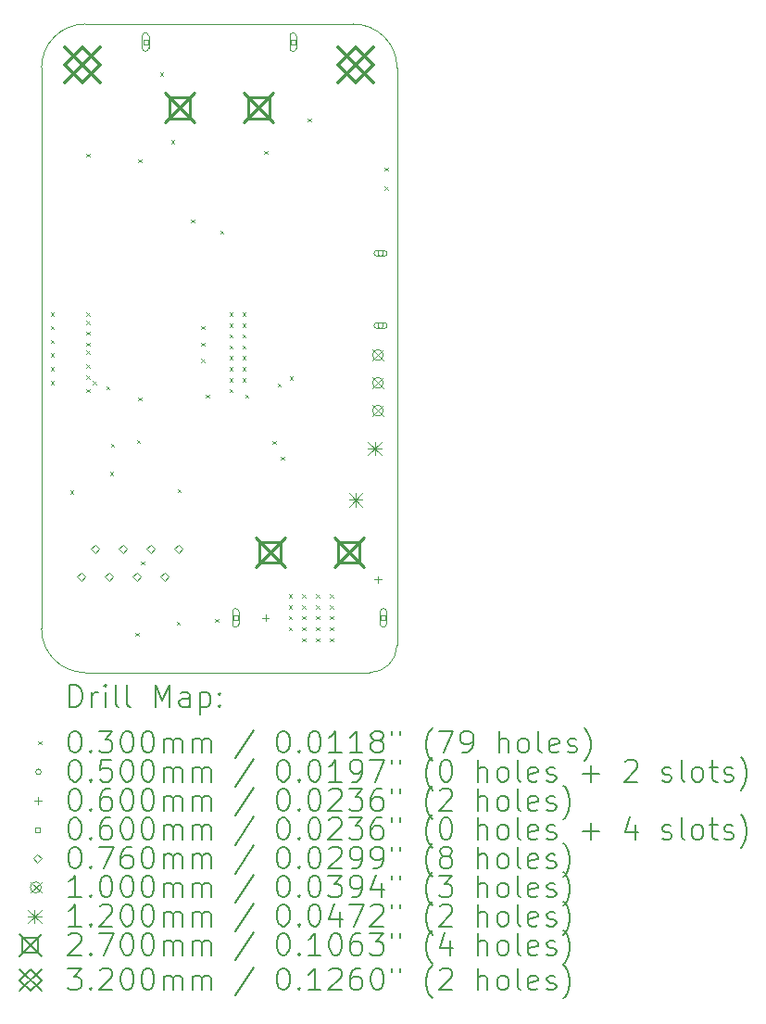
<source format=gbr>
%TF.GenerationSoftware,KiCad,Pcbnew,8.0.2*%
%TF.CreationDate,2024-10-02T19:37:23-04:00*%
%TF.ProjectId,drive_27A,64726976-655f-4323-9741-2e6b69636164,rev?*%
%TF.SameCoordinates,Original*%
%TF.FileFunction,Drillmap*%
%TF.FilePolarity,Positive*%
%FSLAX45Y45*%
G04 Gerber Fmt 4.5, Leading zero omitted, Abs format (unit mm)*
G04 Created by KiCad (PCBNEW 8.0.2) date 2024-10-02 19:37:23*
%MOMM*%
%LPD*%
G01*
G04 APERTURE LIST*
%ADD10C,0.050000*%
%ADD11C,0.200000*%
%ADD12C,0.100000*%
%ADD13C,0.120000*%
%ADD14C,0.270000*%
%ADD15C,0.320000*%
G04 APERTURE END LIST*
D10*
X1825000Y-7375000D02*
G75*
G02*
X1425000Y-6975000I0J400000D01*
G01*
X4675000Y-7125000D02*
G75*
G02*
X4425000Y-7375000I-250000J0D01*
G01*
X4275000Y-1450000D02*
G75*
G02*
X4675000Y-1850000I0J-400000D01*
G01*
X1425000Y-1850000D02*
G75*
G02*
X1825000Y-1450000I400000J0D01*
G01*
X1825000Y-1450000D02*
X4275000Y-1450000D01*
X1825000Y-7375000D02*
X4425000Y-7375000D01*
X1425000Y-1850000D02*
X1425000Y-6975000D01*
X4675000Y-7125000D02*
X4675000Y-1850000D01*
D11*
D12*
X1510000Y-4085000D02*
X1540000Y-4115000D01*
X1540000Y-4085000D02*
X1510000Y-4115000D01*
X1510000Y-4210000D02*
X1540000Y-4240000D01*
X1540000Y-4210000D02*
X1510000Y-4240000D01*
X1510000Y-4335000D02*
X1540000Y-4365000D01*
X1540000Y-4335000D02*
X1510000Y-4365000D01*
X1510000Y-4460000D02*
X1540000Y-4490000D01*
X1540000Y-4460000D02*
X1510000Y-4490000D01*
X1510000Y-4585000D02*
X1540000Y-4615000D01*
X1540000Y-4585000D02*
X1510000Y-4615000D01*
X1510000Y-4710000D02*
X1540000Y-4740000D01*
X1540000Y-4710000D02*
X1510000Y-4740000D01*
X1685000Y-5710000D02*
X1715000Y-5740000D01*
X1715000Y-5710000D02*
X1685000Y-5740000D01*
X1834128Y-4659286D02*
X1864128Y-4689286D01*
X1864128Y-4659286D02*
X1834128Y-4689286D01*
X1835000Y-2635000D02*
X1865000Y-2665000D01*
X1865000Y-2635000D02*
X1835000Y-2665000D01*
X1835000Y-4085000D02*
X1865000Y-4115000D01*
X1865000Y-4085000D02*
X1835000Y-4115000D01*
X1835000Y-4160000D02*
X1865000Y-4190000D01*
X1865000Y-4160000D02*
X1835000Y-4190000D01*
X1835000Y-4260000D02*
X1865000Y-4290000D01*
X1865000Y-4260000D02*
X1835000Y-4290000D01*
X1835000Y-4360000D02*
X1865000Y-4390000D01*
X1865000Y-4360000D02*
X1835000Y-4390000D01*
X1835000Y-4435000D02*
X1865000Y-4465000D01*
X1865000Y-4435000D02*
X1835000Y-4465000D01*
X1835000Y-4560000D02*
X1865000Y-4590000D01*
X1865000Y-4560000D02*
X1835000Y-4590000D01*
X1835000Y-4785000D02*
X1865000Y-4815000D01*
X1865000Y-4785000D02*
X1835000Y-4815000D01*
X1896000Y-4710000D02*
X1926000Y-4740000D01*
X1926000Y-4710000D02*
X1896000Y-4740000D01*
X2016000Y-4760000D02*
X2046000Y-4790000D01*
X2046000Y-4760000D02*
X2016000Y-4790000D01*
X2052651Y-5541687D02*
X2082651Y-5571687D01*
X2082651Y-5541687D02*
X2052651Y-5571687D01*
X2060000Y-5285000D02*
X2090000Y-5315000D01*
X2090000Y-5285000D02*
X2060000Y-5315000D01*
X2285000Y-7010000D02*
X2315000Y-7040000D01*
X2315000Y-7010000D02*
X2285000Y-7040000D01*
X2295677Y-5249324D02*
X2325677Y-5279324D01*
X2325677Y-5249324D02*
X2295677Y-5279324D01*
X2310000Y-2685000D02*
X2340000Y-2715000D01*
X2340000Y-2685000D02*
X2310000Y-2715000D01*
X2310000Y-4860000D02*
X2340000Y-4890000D01*
X2340000Y-4860000D02*
X2310000Y-4890000D01*
X2335000Y-6360000D02*
X2365000Y-6390000D01*
X2365000Y-6360000D02*
X2335000Y-6390000D01*
X2510000Y-1895000D02*
X2540000Y-1925000D01*
X2540000Y-1895000D02*
X2510000Y-1925000D01*
X2610000Y-2510000D02*
X2640000Y-2540000D01*
X2640000Y-2510000D02*
X2610000Y-2540000D01*
X2660000Y-6910000D02*
X2690000Y-6940000D01*
X2690000Y-6910000D02*
X2660000Y-6940000D01*
X2670000Y-5697960D02*
X2700000Y-5727960D01*
X2700000Y-5697960D02*
X2670000Y-5727960D01*
X2793342Y-3235000D02*
X2823342Y-3265000D01*
X2823342Y-3235000D02*
X2793342Y-3265000D01*
X2885000Y-4210000D02*
X2915000Y-4240000D01*
X2915000Y-4210000D02*
X2885000Y-4240000D01*
X2885000Y-4360000D02*
X2915000Y-4390000D01*
X2915000Y-4360000D02*
X2885000Y-4390000D01*
X2885000Y-4510000D02*
X2915000Y-4540000D01*
X2915000Y-4510000D02*
X2885000Y-4540000D01*
X2925000Y-4835000D02*
X2955000Y-4865000D01*
X2955000Y-4835000D02*
X2925000Y-4865000D01*
X3010000Y-6885000D02*
X3040000Y-6915000D01*
X3040000Y-6885000D02*
X3010000Y-6915000D01*
X3060000Y-3335000D02*
X3090000Y-3365000D01*
X3090000Y-3335000D02*
X3060000Y-3365000D01*
X3145000Y-4085000D02*
X3175000Y-4115000D01*
X3175000Y-4085000D02*
X3145000Y-4115000D01*
X3145000Y-4185000D02*
X3175000Y-4215000D01*
X3175000Y-4185000D02*
X3145000Y-4215000D01*
X3145000Y-4285000D02*
X3175000Y-4315000D01*
X3175000Y-4285000D02*
X3145000Y-4315000D01*
X3145000Y-4385000D02*
X3175000Y-4415000D01*
X3175000Y-4385000D02*
X3145000Y-4415000D01*
X3145000Y-4485000D02*
X3175000Y-4515000D01*
X3175000Y-4485000D02*
X3145000Y-4515000D01*
X3145000Y-4585000D02*
X3175000Y-4615000D01*
X3175000Y-4585000D02*
X3145000Y-4615000D01*
X3145000Y-4685000D02*
X3175000Y-4715000D01*
X3175000Y-4685000D02*
X3145000Y-4715000D01*
X3145000Y-4785000D02*
X3175000Y-4815000D01*
X3175000Y-4785000D02*
X3145000Y-4815000D01*
X3260000Y-4085000D02*
X3290000Y-4115000D01*
X3290000Y-4085000D02*
X3260000Y-4115000D01*
X3260000Y-4185000D02*
X3290000Y-4215000D01*
X3290000Y-4185000D02*
X3260000Y-4215000D01*
X3260000Y-4285000D02*
X3290000Y-4315000D01*
X3290000Y-4285000D02*
X3260000Y-4315000D01*
X3260000Y-4385000D02*
X3290000Y-4415000D01*
X3290000Y-4385000D02*
X3260000Y-4415000D01*
X3260000Y-4485000D02*
X3290000Y-4515000D01*
X3290000Y-4485000D02*
X3260000Y-4515000D01*
X3260000Y-4585000D02*
X3290000Y-4615000D01*
X3290000Y-4585000D02*
X3260000Y-4615000D01*
X3260000Y-4685000D02*
X3290000Y-4715000D01*
X3290000Y-4685000D02*
X3260000Y-4715000D01*
X3286406Y-4836407D02*
X3316406Y-4866407D01*
X3316406Y-4836407D02*
X3286406Y-4866407D01*
X3460000Y-2610000D02*
X3490000Y-2640000D01*
X3490000Y-2610000D02*
X3460000Y-2640000D01*
X3535000Y-5260000D02*
X3565000Y-5290000D01*
X3565000Y-5260000D02*
X3535000Y-5290000D01*
X3585000Y-4735000D02*
X3615000Y-4765000D01*
X3615000Y-4735000D02*
X3585000Y-4765000D01*
X3612353Y-5402353D02*
X3642353Y-5432353D01*
X3642353Y-5402353D02*
X3612353Y-5432353D01*
X3685000Y-6660000D02*
X3715000Y-6690000D01*
X3715000Y-6660000D02*
X3685000Y-6690000D01*
X3685000Y-6760000D02*
X3715000Y-6790000D01*
X3715000Y-6760000D02*
X3685000Y-6790000D01*
X3685000Y-6860000D02*
X3715000Y-6890000D01*
X3715000Y-6860000D02*
X3685000Y-6890000D01*
X3685000Y-6960000D02*
X3715000Y-6990000D01*
X3715000Y-6960000D02*
X3685000Y-6990000D01*
X3694500Y-4669500D02*
X3724500Y-4699500D01*
X3724500Y-4669500D02*
X3694500Y-4699500D01*
X3810000Y-6660000D02*
X3840000Y-6690000D01*
X3840000Y-6660000D02*
X3810000Y-6690000D01*
X3810000Y-6760000D02*
X3840000Y-6790000D01*
X3840000Y-6760000D02*
X3810000Y-6790000D01*
X3810000Y-6860000D02*
X3840000Y-6890000D01*
X3840000Y-6860000D02*
X3810000Y-6890000D01*
X3810000Y-6960000D02*
X3840000Y-6990000D01*
X3840000Y-6960000D02*
X3810000Y-6990000D01*
X3810000Y-7060000D02*
X3840000Y-7090000D01*
X3840000Y-7060000D02*
X3810000Y-7090000D01*
X3860000Y-2310000D02*
X3890000Y-2340000D01*
X3890000Y-2310000D02*
X3860000Y-2340000D01*
X3935000Y-6660000D02*
X3965000Y-6690000D01*
X3965000Y-6660000D02*
X3935000Y-6690000D01*
X3935000Y-6760000D02*
X3965000Y-6790000D01*
X3965000Y-6760000D02*
X3935000Y-6790000D01*
X3935000Y-6860000D02*
X3965000Y-6890000D01*
X3965000Y-6860000D02*
X3935000Y-6890000D01*
X3935000Y-6960000D02*
X3965000Y-6990000D01*
X3965000Y-6960000D02*
X3935000Y-6990000D01*
X3935000Y-7060000D02*
X3965000Y-7090000D01*
X3965000Y-7060000D02*
X3935000Y-7090000D01*
X4060000Y-6660000D02*
X4090000Y-6690000D01*
X4090000Y-6660000D02*
X4060000Y-6690000D01*
X4060000Y-6760000D02*
X4090000Y-6790000D01*
X4090000Y-6760000D02*
X4060000Y-6790000D01*
X4060000Y-6860000D02*
X4090000Y-6890000D01*
X4090000Y-6860000D02*
X4060000Y-6890000D01*
X4060000Y-6960000D02*
X4090000Y-6990000D01*
X4090000Y-6960000D02*
X4060000Y-6990000D01*
X4060000Y-7060000D02*
X4090000Y-7090000D01*
X4090000Y-7060000D02*
X4060000Y-7090000D01*
X4560000Y-2760000D02*
X4590000Y-2790000D01*
X4590000Y-2760000D02*
X4560000Y-2790000D01*
X4560000Y-2935000D02*
X4590000Y-2965000D01*
X4590000Y-2935000D02*
X4560000Y-2965000D01*
X4550000Y-3545000D02*
G75*
G02*
X4500000Y-3545000I-25000J0D01*
G01*
X4500000Y-3545000D02*
G75*
G02*
X4550000Y-3545000I25000J0D01*
G01*
X4490000Y-3570000D02*
X4560000Y-3570000D01*
X4560000Y-3520000D02*
G75*
G02*
X4560000Y-3570000I0J-25000D01*
G01*
X4560000Y-3520000D02*
X4490000Y-3520000D01*
X4490000Y-3520000D02*
G75*
G03*
X4490000Y-3570000I0J-25000D01*
G01*
X4550000Y-4205000D02*
G75*
G02*
X4500000Y-4205000I-25000J0D01*
G01*
X4500000Y-4205000D02*
G75*
G02*
X4550000Y-4205000I25000J0D01*
G01*
X4490000Y-4230000D02*
X4560000Y-4230000D01*
X4560000Y-4180000D02*
G75*
G02*
X4560000Y-4230000I0J-25000D01*
G01*
X4560000Y-4180000D02*
X4490000Y-4180000D01*
X4490000Y-4180000D02*
G75*
G03*
X4490000Y-4230000I0J-25000D01*
G01*
X3475000Y-6845000D02*
X3475000Y-6905000D01*
X3445000Y-6875000D02*
X3505000Y-6875000D01*
X4500000Y-6495000D02*
X4500000Y-6555000D01*
X4470000Y-6525000D02*
X4530000Y-6525000D01*
X2396213Y-1636213D02*
X2396213Y-1593787D01*
X2353787Y-1593787D01*
X2353787Y-1636213D01*
X2396213Y-1636213D01*
X2345000Y-1560000D02*
X2345000Y-1670000D01*
X2405000Y-1670000D02*
G75*
G02*
X2345000Y-1670000I-30000J0D01*
G01*
X2405000Y-1670000D02*
X2405000Y-1560000D01*
X2405000Y-1560000D02*
G75*
G03*
X2345000Y-1560000I-30000J0D01*
G01*
X3221213Y-6896213D02*
X3221213Y-6853787D01*
X3178787Y-6853787D01*
X3178787Y-6896213D01*
X3221213Y-6896213D01*
X3230000Y-6930000D02*
X3230000Y-6820000D01*
X3170000Y-6820000D02*
G75*
G02*
X3230000Y-6820000I30000J0D01*
G01*
X3170000Y-6820000D02*
X3170000Y-6930000D01*
X3170000Y-6930000D02*
G75*
G03*
X3230000Y-6930000I30000J0D01*
G01*
X3746213Y-1636213D02*
X3746213Y-1593787D01*
X3703787Y-1593787D01*
X3703787Y-1636213D01*
X3746213Y-1636213D01*
X3695000Y-1560000D02*
X3695000Y-1670000D01*
X3755000Y-1670000D02*
G75*
G02*
X3695000Y-1670000I-30000J0D01*
G01*
X3755000Y-1670000D02*
X3755000Y-1560000D01*
X3755000Y-1560000D02*
G75*
G03*
X3695000Y-1560000I-30000J0D01*
G01*
X4571213Y-6896213D02*
X4571213Y-6853787D01*
X4528787Y-6853787D01*
X4528787Y-6896213D01*
X4571213Y-6896213D01*
X4580000Y-6930000D02*
X4580000Y-6820000D01*
X4520000Y-6820000D02*
G75*
G02*
X4580000Y-6820000I30000J0D01*
G01*
X4520000Y-6820000D02*
X4520000Y-6930000D01*
X4520000Y-6930000D02*
G75*
G03*
X4580000Y-6930000I30000J0D01*
G01*
X1788000Y-6538000D02*
X1826000Y-6500000D01*
X1788000Y-6462000D01*
X1750000Y-6500000D01*
X1788000Y-6538000D01*
X1915000Y-6284000D02*
X1953000Y-6246000D01*
X1915000Y-6208000D01*
X1877000Y-6246000D01*
X1915000Y-6284000D01*
X2042000Y-6538000D02*
X2080000Y-6500000D01*
X2042000Y-6462000D01*
X2004000Y-6500000D01*
X2042000Y-6538000D01*
X2169000Y-6284000D02*
X2207000Y-6246000D01*
X2169000Y-6208000D01*
X2131000Y-6246000D01*
X2169000Y-6284000D01*
X2296000Y-6538000D02*
X2334000Y-6500000D01*
X2296000Y-6462000D01*
X2258000Y-6500000D01*
X2296000Y-6538000D01*
X2423000Y-6284000D02*
X2461000Y-6246000D01*
X2423000Y-6208000D01*
X2385000Y-6246000D01*
X2423000Y-6284000D01*
X2550000Y-6538000D02*
X2588000Y-6500000D01*
X2550000Y-6462000D01*
X2512000Y-6500000D01*
X2550000Y-6538000D01*
X2677000Y-6284000D02*
X2715000Y-6246000D01*
X2677000Y-6208000D01*
X2639000Y-6246000D01*
X2677000Y-6284000D01*
X4450000Y-4425000D02*
X4550000Y-4525000D01*
X4550000Y-4425000D02*
X4450000Y-4525000D01*
X4550000Y-4475000D02*
G75*
G02*
X4450000Y-4475000I-50000J0D01*
G01*
X4450000Y-4475000D02*
G75*
G02*
X4550000Y-4475000I50000J0D01*
G01*
X4450000Y-4679000D02*
X4550000Y-4779000D01*
X4550000Y-4679000D02*
X4450000Y-4779000D01*
X4550000Y-4729000D02*
G75*
G02*
X4450000Y-4729000I-50000J0D01*
G01*
X4450000Y-4729000D02*
G75*
G02*
X4550000Y-4729000I50000J0D01*
G01*
X4450000Y-4933000D02*
X4550000Y-5033000D01*
X4550000Y-4933000D02*
X4450000Y-5033000D01*
X4550000Y-4983000D02*
G75*
G02*
X4450000Y-4983000I-50000J0D01*
G01*
X4450000Y-4983000D02*
G75*
G02*
X4550000Y-4983000I50000J0D01*
G01*
D13*
X4239495Y-5737883D02*
X4359495Y-5857883D01*
X4359495Y-5737883D02*
X4239495Y-5857883D01*
X4299495Y-5737883D02*
X4299495Y-5857883D01*
X4239495Y-5797883D02*
X4359495Y-5797883D01*
X4410505Y-5268037D02*
X4530505Y-5388037D01*
X4530505Y-5268037D02*
X4410505Y-5388037D01*
X4470505Y-5268037D02*
X4470505Y-5388037D01*
X4410505Y-5328037D02*
X4530505Y-5328037D01*
D14*
X2555000Y-2080000D02*
X2825000Y-2350000D01*
X2825000Y-2080000D02*
X2555000Y-2350000D01*
X2785460Y-2310460D02*
X2785460Y-2119540D01*
X2594540Y-2119540D01*
X2594540Y-2310460D01*
X2785460Y-2310460D01*
X3275000Y-2080000D02*
X3545000Y-2350000D01*
X3545000Y-2080000D02*
X3275000Y-2350000D01*
X3505460Y-2310460D02*
X3505460Y-2119540D01*
X3314540Y-2119540D01*
X3314540Y-2310460D01*
X3505460Y-2310460D01*
X3380000Y-6140000D02*
X3650000Y-6410000D01*
X3650000Y-6140000D02*
X3380000Y-6410000D01*
X3610460Y-6370460D02*
X3610460Y-6179540D01*
X3419540Y-6179540D01*
X3419540Y-6370460D01*
X3610460Y-6370460D01*
X4100000Y-6140000D02*
X4370000Y-6410000D01*
X4370000Y-6140000D02*
X4100000Y-6410000D01*
X4330460Y-6370460D02*
X4330460Y-6179540D01*
X4139540Y-6179540D01*
X4139540Y-6370460D01*
X4330460Y-6370460D01*
D15*
X1640000Y-1665000D02*
X1960000Y-1985000D01*
X1960000Y-1665000D02*
X1640000Y-1985000D01*
X1800000Y-1985000D02*
X1960000Y-1825000D01*
X1800000Y-1665000D01*
X1640000Y-1825000D01*
X1800000Y-1985000D01*
X4140000Y-1665000D02*
X4460000Y-1985000D01*
X4460000Y-1665000D02*
X4140000Y-1985000D01*
X4300000Y-1985000D02*
X4460000Y-1825000D01*
X4300000Y-1665000D01*
X4140000Y-1825000D01*
X4300000Y-1985000D01*
D11*
X1683277Y-7688984D02*
X1683277Y-7488984D01*
X1683277Y-7488984D02*
X1730896Y-7488984D01*
X1730896Y-7488984D02*
X1759467Y-7498508D01*
X1759467Y-7498508D02*
X1778515Y-7517555D01*
X1778515Y-7517555D02*
X1788039Y-7536603D01*
X1788039Y-7536603D02*
X1797562Y-7574698D01*
X1797562Y-7574698D02*
X1797562Y-7603269D01*
X1797562Y-7603269D02*
X1788039Y-7641365D01*
X1788039Y-7641365D02*
X1778515Y-7660412D01*
X1778515Y-7660412D02*
X1759467Y-7679460D01*
X1759467Y-7679460D02*
X1730896Y-7688984D01*
X1730896Y-7688984D02*
X1683277Y-7688984D01*
X1883277Y-7688984D02*
X1883277Y-7555650D01*
X1883277Y-7593746D02*
X1892801Y-7574698D01*
X1892801Y-7574698D02*
X1902324Y-7565174D01*
X1902324Y-7565174D02*
X1921372Y-7555650D01*
X1921372Y-7555650D02*
X1940420Y-7555650D01*
X2007086Y-7688984D02*
X2007086Y-7555650D01*
X2007086Y-7488984D02*
X1997562Y-7498508D01*
X1997562Y-7498508D02*
X2007086Y-7508031D01*
X2007086Y-7508031D02*
X2016610Y-7498508D01*
X2016610Y-7498508D02*
X2007086Y-7488984D01*
X2007086Y-7488984D02*
X2007086Y-7508031D01*
X2130896Y-7688984D02*
X2111848Y-7679460D01*
X2111848Y-7679460D02*
X2102324Y-7660412D01*
X2102324Y-7660412D02*
X2102324Y-7488984D01*
X2235658Y-7688984D02*
X2216610Y-7679460D01*
X2216610Y-7679460D02*
X2207086Y-7660412D01*
X2207086Y-7660412D02*
X2207086Y-7488984D01*
X2464229Y-7688984D02*
X2464229Y-7488984D01*
X2464229Y-7488984D02*
X2530896Y-7631841D01*
X2530896Y-7631841D02*
X2597563Y-7488984D01*
X2597563Y-7488984D02*
X2597563Y-7688984D01*
X2778515Y-7688984D02*
X2778515Y-7584222D01*
X2778515Y-7584222D02*
X2768991Y-7565174D01*
X2768991Y-7565174D02*
X2749944Y-7555650D01*
X2749944Y-7555650D02*
X2711848Y-7555650D01*
X2711848Y-7555650D02*
X2692801Y-7565174D01*
X2778515Y-7679460D02*
X2759467Y-7688984D01*
X2759467Y-7688984D02*
X2711848Y-7688984D01*
X2711848Y-7688984D02*
X2692801Y-7679460D01*
X2692801Y-7679460D02*
X2683277Y-7660412D01*
X2683277Y-7660412D02*
X2683277Y-7641365D01*
X2683277Y-7641365D02*
X2692801Y-7622317D01*
X2692801Y-7622317D02*
X2711848Y-7612793D01*
X2711848Y-7612793D02*
X2759467Y-7612793D01*
X2759467Y-7612793D02*
X2778515Y-7603269D01*
X2873753Y-7555650D02*
X2873753Y-7755650D01*
X2873753Y-7565174D02*
X2892801Y-7555650D01*
X2892801Y-7555650D02*
X2930896Y-7555650D01*
X2930896Y-7555650D02*
X2949943Y-7565174D01*
X2949943Y-7565174D02*
X2959467Y-7574698D01*
X2959467Y-7574698D02*
X2968991Y-7593746D01*
X2968991Y-7593746D02*
X2968991Y-7650888D01*
X2968991Y-7650888D02*
X2959467Y-7669936D01*
X2959467Y-7669936D02*
X2949943Y-7679460D01*
X2949943Y-7679460D02*
X2930896Y-7688984D01*
X2930896Y-7688984D02*
X2892801Y-7688984D01*
X2892801Y-7688984D02*
X2873753Y-7679460D01*
X3054705Y-7669936D02*
X3064229Y-7679460D01*
X3064229Y-7679460D02*
X3054705Y-7688984D01*
X3054705Y-7688984D02*
X3045182Y-7679460D01*
X3045182Y-7679460D02*
X3054705Y-7669936D01*
X3054705Y-7669936D02*
X3054705Y-7688984D01*
X3054705Y-7565174D02*
X3064229Y-7574698D01*
X3064229Y-7574698D02*
X3054705Y-7584222D01*
X3054705Y-7584222D02*
X3045182Y-7574698D01*
X3045182Y-7574698D02*
X3054705Y-7565174D01*
X3054705Y-7565174D02*
X3054705Y-7584222D01*
D12*
X1392500Y-8002500D02*
X1422500Y-8032500D01*
X1422500Y-8002500D02*
X1392500Y-8032500D01*
D11*
X1721372Y-7908984D02*
X1740420Y-7908984D01*
X1740420Y-7908984D02*
X1759467Y-7918508D01*
X1759467Y-7918508D02*
X1768991Y-7928031D01*
X1768991Y-7928031D02*
X1778515Y-7947079D01*
X1778515Y-7947079D02*
X1788039Y-7985174D01*
X1788039Y-7985174D02*
X1788039Y-8032793D01*
X1788039Y-8032793D02*
X1778515Y-8070888D01*
X1778515Y-8070888D02*
X1768991Y-8089936D01*
X1768991Y-8089936D02*
X1759467Y-8099460D01*
X1759467Y-8099460D02*
X1740420Y-8108984D01*
X1740420Y-8108984D02*
X1721372Y-8108984D01*
X1721372Y-8108984D02*
X1702324Y-8099460D01*
X1702324Y-8099460D02*
X1692801Y-8089936D01*
X1692801Y-8089936D02*
X1683277Y-8070888D01*
X1683277Y-8070888D02*
X1673753Y-8032793D01*
X1673753Y-8032793D02*
X1673753Y-7985174D01*
X1673753Y-7985174D02*
X1683277Y-7947079D01*
X1683277Y-7947079D02*
X1692801Y-7928031D01*
X1692801Y-7928031D02*
X1702324Y-7918508D01*
X1702324Y-7918508D02*
X1721372Y-7908984D01*
X1873753Y-8089936D02*
X1883277Y-8099460D01*
X1883277Y-8099460D02*
X1873753Y-8108984D01*
X1873753Y-8108984D02*
X1864229Y-8099460D01*
X1864229Y-8099460D02*
X1873753Y-8089936D01*
X1873753Y-8089936D02*
X1873753Y-8108984D01*
X1949943Y-7908984D02*
X2073753Y-7908984D01*
X2073753Y-7908984D02*
X2007086Y-7985174D01*
X2007086Y-7985174D02*
X2035658Y-7985174D01*
X2035658Y-7985174D02*
X2054705Y-7994698D01*
X2054705Y-7994698D02*
X2064229Y-8004222D01*
X2064229Y-8004222D02*
X2073753Y-8023269D01*
X2073753Y-8023269D02*
X2073753Y-8070888D01*
X2073753Y-8070888D02*
X2064229Y-8089936D01*
X2064229Y-8089936D02*
X2054705Y-8099460D01*
X2054705Y-8099460D02*
X2035658Y-8108984D01*
X2035658Y-8108984D02*
X1978515Y-8108984D01*
X1978515Y-8108984D02*
X1959467Y-8099460D01*
X1959467Y-8099460D02*
X1949943Y-8089936D01*
X2197563Y-7908984D02*
X2216610Y-7908984D01*
X2216610Y-7908984D02*
X2235658Y-7918508D01*
X2235658Y-7918508D02*
X2245182Y-7928031D01*
X2245182Y-7928031D02*
X2254705Y-7947079D01*
X2254705Y-7947079D02*
X2264229Y-7985174D01*
X2264229Y-7985174D02*
X2264229Y-8032793D01*
X2264229Y-8032793D02*
X2254705Y-8070888D01*
X2254705Y-8070888D02*
X2245182Y-8089936D01*
X2245182Y-8089936D02*
X2235658Y-8099460D01*
X2235658Y-8099460D02*
X2216610Y-8108984D01*
X2216610Y-8108984D02*
X2197563Y-8108984D01*
X2197563Y-8108984D02*
X2178515Y-8099460D01*
X2178515Y-8099460D02*
X2168991Y-8089936D01*
X2168991Y-8089936D02*
X2159467Y-8070888D01*
X2159467Y-8070888D02*
X2149944Y-8032793D01*
X2149944Y-8032793D02*
X2149944Y-7985174D01*
X2149944Y-7985174D02*
X2159467Y-7947079D01*
X2159467Y-7947079D02*
X2168991Y-7928031D01*
X2168991Y-7928031D02*
X2178515Y-7918508D01*
X2178515Y-7918508D02*
X2197563Y-7908984D01*
X2388039Y-7908984D02*
X2407086Y-7908984D01*
X2407086Y-7908984D02*
X2426134Y-7918508D01*
X2426134Y-7918508D02*
X2435658Y-7928031D01*
X2435658Y-7928031D02*
X2445182Y-7947079D01*
X2445182Y-7947079D02*
X2454705Y-7985174D01*
X2454705Y-7985174D02*
X2454705Y-8032793D01*
X2454705Y-8032793D02*
X2445182Y-8070888D01*
X2445182Y-8070888D02*
X2435658Y-8089936D01*
X2435658Y-8089936D02*
X2426134Y-8099460D01*
X2426134Y-8099460D02*
X2407086Y-8108984D01*
X2407086Y-8108984D02*
X2388039Y-8108984D01*
X2388039Y-8108984D02*
X2368991Y-8099460D01*
X2368991Y-8099460D02*
X2359467Y-8089936D01*
X2359467Y-8089936D02*
X2349944Y-8070888D01*
X2349944Y-8070888D02*
X2340420Y-8032793D01*
X2340420Y-8032793D02*
X2340420Y-7985174D01*
X2340420Y-7985174D02*
X2349944Y-7947079D01*
X2349944Y-7947079D02*
X2359467Y-7928031D01*
X2359467Y-7928031D02*
X2368991Y-7918508D01*
X2368991Y-7918508D02*
X2388039Y-7908984D01*
X2540420Y-8108984D02*
X2540420Y-7975650D01*
X2540420Y-7994698D02*
X2549944Y-7985174D01*
X2549944Y-7985174D02*
X2568991Y-7975650D01*
X2568991Y-7975650D02*
X2597563Y-7975650D01*
X2597563Y-7975650D02*
X2616610Y-7985174D01*
X2616610Y-7985174D02*
X2626134Y-8004222D01*
X2626134Y-8004222D02*
X2626134Y-8108984D01*
X2626134Y-8004222D02*
X2635658Y-7985174D01*
X2635658Y-7985174D02*
X2654705Y-7975650D01*
X2654705Y-7975650D02*
X2683277Y-7975650D01*
X2683277Y-7975650D02*
X2702325Y-7985174D01*
X2702325Y-7985174D02*
X2711848Y-8004222D01*
X2711848Y-8004222D02*
X2711848Y-8108984D01*
X2807086Y-8108984D02*
X2807086Y-7975650D01*
X2807086Y-7994698D02*
X2816610Y-7985174D01*
X2816610Y-7985174D02*
X2835658Y-7975650D01*
X2835658Y-7975650D02*
X2864229Y-7975650D01*
X2864229Y-7975650D02*
X2883277Y-7985174D01*
X2883277Y-7985174D02*
X2892801Y-8004222D01*
X2892801Y-8004222D02*
X2892801Y-8108984D01*
X2892801Y-8004222D02*
X2902324Y-7985174D01*
X2902324Y-7985174D02*
X2921372Y-7975650D01*
X2921372Y-7975650D02*
X2949943Y-7975650D01*
X2949943Y-7975650D02*
X2968991Y-7985174D01*
X2968991Y-7985174D02*
X2978515Y-8004222D01*
X2978515Y-8004222D02*
X2978515Y-8108984D01*
X3368991Y-7899460D02*
X3197563Y-8156603D01*
X3626134Y-7908984D02*
X3645182Y-7908984D01*
X3645182Y-7908984D02*
X3664229Y-7918508D01*
X3664229Y-7918508D02*
X3673753Y-7928031D01*
X3673753Y-7928031D02*
X3683277Y-7947079D01*
X3683277Y-7947079D02*
X3692801Y-7985174D01*
X3692801Y-7985174D02*
X3692801Y-8032793D01*
X3692801Y-8032793D02*
X3683277Y-8070888D01*
X3683277Y-8070888D02*
X3673753Y-8089936D01*
X3673753Y-8089936D02*
X3664229Y-8099460D01*
X3664229Y-8099460D02*
X3645182Y-8108984D01*
X3645182Y-8108984D02*
X3626134Y-8108984D01*
X3626134Y-8108984D02*
X3607086Y-8099460D01*
X3607086Y-8099460D02*
X3597563Y-8089936D01*
X3597563Y-8089936D02*
X3588039Y-8070888D01*
X3588039Y-8070888D02*
X3578515Y-8032793D01*
X3578515Y-8032793D02*
X3578515Y-7985174D01*
X3578515Y-7985174D02*
X3588039Y-7947079D01*
X3588039Y-7947079D02*
X3597563Y-7928031D01*
X3597563Y-7928031D02*
X3607086Y-7918508D01*
X3607086Y-7918508D02*
X3626134Y-7908984D01*
X3778515Y-8089936D02*
X3788039Y-8099460D01*
X3788039Y-8099460D02*
X3778515Y-8108984D01*
X3778515Y-8108984D02*
X3768991Y-8099460D01*
X3768991Y-8099460D02*
X3778515Y-8089936D01*
X3778515Y-8089936D02*
X3778515Y-8108984D01*
X3911848Y-7908984D02*
X3930896Y-7908984D01*
X3930896Y-7908984D02*
X3949944Y-7918508D01*
X3949944Y-7918508D02*
X3959467Y-7928031D01*
X3959467Y-7928031D02*
X3968991Y-7947079D01*
X3968991Y-7947079D02*
X3978515Y-7985174D01*
X3978515Y-7985174D02*
X3978515Y-8032793D01*
X3978515Y-8032793D02*
X3968991Y-8070888D01*
X3968991Y-8070888D02*
X3959467Y-8089936D01*
X3959467Y-8089936D02*
X3949944Y-8099460D01*
X3949944Y-8099460D02*
X3930896Y-8108984D01*
X3930896Y-8108984D02*
X3911848Y-8108984D01*
X3911848Y-8108984D02*
X3892801Y-8099460D01*
X3892801Y-8099460D02*
X3883277Y-8089936D01*
X3883277Y-8089936D02*
X3873753Y-8070888D01*
X3873753Y-8070888D02*
X3864229Y-8032793D01*
X3864229Y-8032793D02*
X3864229Y-7985174D01*
X3864229Y-7985174D02*
X3873753Y-7947079D01*
X3873753Y-7947079D02*
X3883277Y-7928031D01*
X3883277Y-7928031D02*
X3892801Y-7918508D01*
X3892801Y-7918508D02*
X3911848Y-7908984D01*
X4168991Y-8108984D02*
X4054706Y-8108984D01*
X4111848Y-8108984D02*
X4111848Y-7908984D01*
X4111848Y-7908984D02*
X4092801Y-7937555D01*
X4092801Y-7937555D02*
X4073753Y-7956603D01*
X4073753Y-7956603D02*
X4054706Y-7966127D01*
X4359468Y-8108984D02*
X4245182Y-8108984D01*
X4302325Y-8108984D02*
X4302325Y-7908984D01*
X4302325Y-7908984D02*
X4283277Y-7937555D01*
X4283277Y-7937555D02*
X4264229Y-7956603D01*
X4264229Y-7956603D02*
X4245182Y-7966127D01*
X4473753Y-7994698D02*
X4454706Y-7985174D01*
X4454706Y-7985174D02*
X4445182Y-7975650D01*
X4445182Y-7975650D02*
X4435658Y-7956603D01*
X4435658Y-7956603D02*
X4435658Y-7947079D01*
X4435658Y-7947079D02*
X4445182Y-7928031D01*
X4445182Y-7928031D02*
X4454706Y-7918508D01*
X4454706Y-7918508D02*
X4473753Y-7908984D01*
X4473753Y-7908984D02*
X4511849Y-7908984D01*
X4511849Y-7908984D02*
X4530896Y-7918508D01*
X4530896Y-7918508D02*
X4540420Y-7928031D01*
X4540420Y-7928031D02*
X4549944Y-7947079D01*
X4549944Y-7947079D02*
X4549944Y-7956603D01*
X4549944Y-7956603D02*
X4540420Y-7975650D01*
X4540420Y-7975650D02*
X4530896Y-7985174D01*
X4530896Y-7985174D02*
X4511849Y-7994698D01*
X4511849Y-7994698D02*
X4473753Y-7994698D01*
X4473753Y-7994698D02*
X4454706Y-8004222D01*
X4454706Y-8004222D02*
X4445182Y-8013746D01*
X4445182Y-8013746D02*
X4435658Y-8032793D01*
X4435658Y-8032793D02*
X4435658Y-8070888D01*
X4435658Y-8070888D02*
X4445182Y-8089936D01*
X4445182Y-8089936D02*
X4454706Y-8099460D01*
X4454706Y-8099460D02*
X4473753Y-8108984D01*
X4473753Y-8108984D02*
X4511849Y-8108984D01*
X4511849Y-8108984D02*
X4530896Y-8099460D01*
X4530896Y-8099460D02*
X4540420Y-8089936D01*
X4540420Y-8089936D02*
X4549944Y-8070888D01*
X4549944Y-8070888D02*
X4549944Y-8032793D01*
X4549944Y-8032793D02*
X4540420Y-8013746D01*
X4540420Y-8013746D02*
X4530896Y-8004222D01*
X4530896Y-8004222D02*
X4511849Y-7994698D01*
X4626134Y-7908984D02*
X4626134Y-7947079D01*
X4702325Y-7908984D02*
X4702325Y-7947079D01*
X4997563Y-8185174D02*
X4988039Y-8175650D01*
X4988039Y-8175650D02*
X4968991Y-8147079D01*
X4968991Y-8147079D02*
X4959468Y-8128031D01*
X4959468Y-8128031D02*
X4949944Y-8099460D01*
X4949944Y-8099460D02*
X4940420Y-8051841D01*
X4940420Y-8051841D02*
X4940420Y-8013746D01*
X4940420Y-8013746D02*
X4949944Y-7966127D01*
X4949944Y-7966127D02*
X4959468Y-7937555D01*
X4959468Y-7937555D02*
X4968991Y-7918508D01*
X4968991Y-7918508D02*
X4988039Y-7889936D01*
X4988039Y-7889936D02*
X4997563Y-7880412D01*
X5054706Y-7908984D02*
X5188039Y-7908984D01*
X5188039Y-7908984D02*
X5102325Y-8108984D01*
X5273753Y-8108984D02*
X5311849Y-8108984D01*
X5311849Y-8108984D02*
X5330896Y-8099460D01*
X5330896Y-8099460D02*
X5340420Y-8089936D01*
X5340420Y-8089936D02*
X5359468Y-8061365D01*
X5359468Y-8061365D02*
X5368991Y-8023269D01*
X5368991Y-8023269D02*
X5368991Y-7947079D01*
X5368991Y-7947079D02*
X5359468Y-7928031D01*
X5359468Y-7928031D02*
X5349944Y-7918508D01*
X5349944Y-7918508D02*
X5330896Y-7908984D01*
X5330896Y-7908984D02*
X5292801Y-7908984D01*
X5292801Y-7908984D02*
X5273753Y-7918508D01*
X5273753Y-7918508D02*
X5264230Y-7928031D01*
X5264230Y-7928031D02*
X5254706Y-7947079D01*
X5254706Y-7947079D02*
X5254706Y-7994698D01*
X5254706Y-7994698D02*
X5264230Y-8013746D01*
X5264230Y-8013746D02*
X5273753Y-8023269D01*
X5273753Y-8023269D02*
X5292801Y-8032793D01*
X5292801Y-8032793D02*
X5330896Y-8032793D01*
X5330896Y-8032793D02*
X5349944Y-8023269D01*
X5349944Y-8023269D02*
X5359468Y-8013746D01*
X5359468Y-8013746D02*
X5368991Y-7994698D01*
X5607087Y-8108984D02*
X5607087Y-7908984D01*
X5692801Y-8108984D02*
X5692801Y-8004222D01*
X5692801Y-8004222D02*
X5683277Y-7985174D01*
X5683277Y-7985174D02*
X5664230Y-7975650D01*
X5664230Y-7975650D02*
X5635658Y-7975650D01*
X5635658Y-7975650D02*
X5616610Y-7985174D01*
X5616610Y-7985174D02*
X5607087Y-7994698D01*
X5816610Y-8108984D02*
X5797563Y-8099460D01*
X5797563Y-8099460D02*
X5788039Y-8089936D01*
X5788039Y-8089936D02*
X5778515Y-8070888D01*
X5778515Y-8070888D02*
X5778515Y-8013746D01*
X5778515Y-8013746D02*
X5788039Y-7994698D01*
X5788039Y-7994698D02*
X5797563Y-7985174D01*
X5797563Y-7985174D02*
X5816610Y-7975650D01*
X5816610Y-7975650D02*
X5845182Y-7975650D01*
X5845182Y-7975650D02*
X5864230Y-7985174D01*
X5864230Y-7985174D02*
X5873753Y-7994698D01*
X5873753Y-7994698D02*
X5883277Y-8013746D01*
X5883277Y-8013746D02*
X5883277Y-8070888D01*
X5883277Y-8070888D02*
X5873753Y-8089936D01*
X5873753Y-8089936D02*
X5864230Y-8099460D01*
X5864230Y-8099460D02*
X5845182Y-8108984D01*
X5845182Y-8108984D02*
X5816610Y-8108984D01*
X5997563Y-8108984D02*
X5978515Y-8099460D01*
X5978515Y-8099460D02*
X5968991Y-8080412D01*
X5968991Y-8080412D02*
X5968991Y-7908984D01*
X6149944Y-8099460D02*
X6130896Y-8108984D01*
X6130896Y-8108984D02*
X6092801Y-8108984D01*
X6092801Y-8108984D02*
X6073753Y-8099460D01*
X6073753Y-8099460D02*
X6064230Y-8080412D01*
X6064230Y-8080412D02*
X6064230Y-8004222D01*
X6064230Y-8004222D02*
X6073753Y-7985174D01*
X6073753Y-7985174D02*
X6092801Y-7975650D01*
X6092801Y-7975650D02*
X6130896Y-7975650D01*
X6130896Y-7975650D02*
X6149944Y-7985174D01*
X6149944Y-7985174D02*
X6159468Y-8004222D01*
X6159468Y-8004222D02*
X6159468Y-8023269D01*
X6159468Y-8023269D02*
X6064230Y-8042317D01*
X6235658Y-8099460D02*
X6254706Y-8108984D01*
X6254706Y-8108984D02*
X6292801Y-8108984D01*
X6292801Y-8108984D02*
X6311849Y-8099460D01*
X6311849Y-8099460D02*
X6321372Y-8080412D01*
X6321372Y-8080412D02*
X6321372Y-8070888D01*
X6321372Y-8070888D02*
X6311849Y-8051841D01*
X6311849Y-8051841D02*
X6292801Y-8042317D01*
X6292801Y-8042317D02*
X6264230Y-8042317D01*
X6264230Y-8042317D02*
X6245182Y-8032793D01*
X6245182Y-8032793D02*
X6235658Y-8013746D01*
X6235658Y-8013746D02*
X6235658Y-8004222D01*
X6235658Y-8004222D02*
X6245182Y-7985174D01*
X6245182Y-7985174D02*
X6264230Y-7975650D01*
X6264230Y-7975650D02*
X6292801Y-7975650D01*
X6292801Y-7975650D02*
X6311849Y-7985174D01*
X6388039Y-8185174D02*
X6397563Y-8175650D01*
X6397563Y-8175650D02*
X6416611Y-8147079D01*
X6416611Y-8147079D02*
X6426134Y-8128031D01*
X6426134Y-8128031D02*
X6435658Y-8099460D01*
X6435658Y-8099460D02*
X6445182Y-8051841D01*
X6445182Y-8051841D02*
X6445182Y-8013746D01*
X6445182Y-8013746D02*
X6435658Y-7966127D01*
X6435658Y-7966127D02*
X6426134Y-7937555D01*
X6426134Y-7937555D02*
X6416611Y-7918508D01*
X6416611Y-7918508D02*
X6397563Y-7889936D01*
X6397563Y-7889936D02*
X6388039Y-7880412D01*
D12*
X1422500Y-8281500D02*
G75*
G02*
X1372500Y-8281500I-25000J0D01*
G01*
X1372500Y-8281500D02*
G75*
G02*
X1422500Y-8281500I25000J0D01*
G01*
D11*
X1721372Y-8172984D02*
X1740420Y-8172984D01*
X1740420Y-8172984D02*
X1759467Y-8182508D01*
X1759467Y-8182508D02*
X1768991Y-8192031D01*
X1768991Y-8192031D02*
X1778515Y-8211079D01*
X1778515Y-8211079D02*
X1788039Y-8249174D01*
X1788039Y-8249174D02*
X1788039Y-8296793D01*
X1788039Y-8296793D02*
X1778515Y-8334888D01*
X1778515Y-8334888D02*
X1768991Y-8353936D01*
X1768991Y-8353936D02*
X1759467Y-8363460D01*
X1759467Y-8363460D02*
X1740420Y-8372984D01*
X1740420Y-8372984D02*
X1721372Y-8372984D01*
X1721372Y-8372984D02*
X1702324Y-8363460D01*
X1702324Y-8363460D02*
X1692801Y-8353936D01*
X1692801Y-8353936D02*
X1683277Y-8334888D01*
X1683277Y-8334888D02*
X1673753Y-8296793D01*
X1673753Y-8296793D02*
X1673753Y-8249174D01*
X1673753Y-8249174D02*
X1683277Y-8211079D01*
X1683277Y-8211079D02*
X1692801Y-8192031D01*
X1692801Y-8192031D02*
X1702324Y-8182508D01*
X1702324Y-8182508D02*
X1721372Y-8172984D01*
X1873753Y-8353936D02*
X1883277Y-8363460D01*
X1883277Y-8363460D02*
X1873753Y-8372984D01*
X1873753Y-8372984D02*
X1864229Y-8363460D01*
X1864229Y-8363460D02*
X1873753Y-8353936D01*
X1873753Y-8353936D02*
X1873753Y-8372984D01*
X2064229Y-8172984D02*
X1968991Y-8172984D01*
X1968991Y-8172984D02*
X1959467Y-8268222D01*
X1959467Y-8268222D02*
X1968991Y-8258698D01*
X1968991Y-8258698D02*
X1988039Y-8249174D01*
X1988039Y-8249174D02*
X2035658Y-8249174D01*
X2035658Y-8249174D02*
X2054705Y-8258698D01*
X2054705Y-8258698D02*
X2064229Y-8268222D01*
X2064229Y-8268222D02*
X2073753Y-8287269D01*
X2073753Y-8287269D02*
X2073753Y-8334888D01*
X2073753Y-8334888D02*
X2064229Y-8353936D01*
X2064229Y-8353936D02*
X2054705Y-8363460D01*
X2054705Y-8363460D02*
X2035658Y-8372984D01*
X2035658Y-8372984D02*
X1988039Y-8372984D01*
X1988039Y-8372984D02*
X1968991Y-8363460D01*
X1968991Y-8363460D02*
X1959467Y-8353936D01*
X2197563Y-8172984D02*
X2216610Y-8172984D01*
X2216610Y-8172984D02*
X2235658Y-8182508D01*
X2235658Y-8182508D02*
X2245182Y-8192031D01*
X2245182Y-8192031D02*
X2254705Y-8211079D01*
X2254705Y-8211079D02*
X2264229Y-8249174D01*
X2264229Y-8249174D02*
X2264229Y-8296793D01*
X2264229Y-8296793D02*
X2254705Y-8334888D01*
X2254705Y-8334888D02*
X2245182Y-8353936D01*
X2245182Y-8353936D02*
X2235658Y-8363460D01*
X2235658Y-8363460D02*
X2216610Y-8372984D01*
X2216610Y-8372984D02*
X2197563Y-8372984D01*
X2197563Y-8372984D02*
X2178515Y-8363460D01*
X2178515Y-8363460D02*
X2168991Y-8353936D01*
X2168991Y-8353936D02*
X2159467Y-8334888D01*
X2159467Y-8334888D02*
X2149944Y-8296793D01*
X2149944Y-8296793D02*
X2149944Y-8249174D01*
X2149944Y-8249174D02*
X2159467Y-8211079D01*
X2159467Y-8211079D02*
X2168991Y-8192031D01*
X2168991Y-8192031D02*
X2178515Y-8182508D01*
X2178515Y-8182508D02*
X2197563Y-8172984D01*
X2388039Y-8172984D02*
X2407086Y-8172984D01*
X2407086Y-8172984D02*
X2426134Y-8182508D01*
X2426134Y-8182508D02*
X2435658Y-8192031D01*
X2435658Y-8192031D02*
X2445182Y-8211079D01*
X2445182Y-8211079D02*
X2454705Y-8249174D01*
X2454705Y-8249174D02*
X2454705Y-8296793D01*
X2454705Y-8296793D02*
X2445182Y-8334888D01*
X2445182Y-8334888D02*
X2435658Y-8353936D01*
X2435658Y-8353936D02*
X2426134Y-8363460D01*
X2426134Y-8363460D02*
X2407086Y-8372984D01*
X2407086Y-8372984D02*
X2388039Y-8372984D01*
X2388039Y-8372984D02*
X2368991Y-8363460D01*
X2368991Y-8363460D02*
X2359467Y-8353936D01*
X2359467Y-8353936D02*
X2349944Y-8334888D01*
X2349944Y-8334888D02*
X2340420Y-8296793D01*
X2340420Y-8296793D02*
X2340420Y-8249174D01*
X2340420Y-8249174D02*
X2349944Y-8211079D01*
X2349944Y-8211079D02*
X2359467Y-8192031D01*
X2359467Y-8192031D02*
X2368991Y-8182508D01*
X2368991Y-8182508D02*
X2388039Y-8172984D01*
X2540420Y-8372984D02*
X2540420Y-8239650D01*
X2540420Y-8258698D02*
X2549944Y-8249174D01*
X2549944Y-8249174D02*
X2568991Y-8239650D01*
X2568991Y-8239650D02*
X2597563Y-8239650D01*
X2597563Y-8239650D02*
X2616610Y-8249174D01*
X2616610Y-8249174D02*
X2626134Y-8268222D01*
X2626134Y-8268222D02*
X2626134Y-8372984D01*
X2626134Y-8268222D02*
X2635658Y-8249174D01*
X2635658Y-8249174D02*
X2654705Y-8239650D01*
X2654705Y-8239650D02*
X2683277Y-8239650D01*
X2683277Y-8239650D02*
X2702325Y-8249174D01*
X2702325Y-8249174D02*
X2711848Y-8268222D01*
X2711848Y-8268222D02*
X2711848Y-8372984D01*
X2807086Y-8372984D02*
X2807086Y-8239650D01*
X2807086Y-8258698D02*
X2816610Y-8249174D01*
X2816610Y-8249174D02*
X2835658Y-8239650D01*
X2835658Y-8239650D02*
X2864229Y-8239650D01*
X2864229Y-8239650D02*
X2883277Y-8249174D01*
X2883277Y-8249174D02*
X2892801Y-8268222D01*
X2892801Y-8268222D02*
X2892801Y-8372984D01*
X2892801Y-8268222D02*
X2902324Y-8249174D01*
X2902324Y-8249174D02*
X2921372Y-8239650D01*
X2921372Y-8239650D02*
X2949943Y-8239650D01*
X2949943Y-8239650D02*
X2968991Y-8249174D01*
X2968991Y-8249174D02*
X2978515Y-8268222D01*
X2978515Y-8268222D02*
X2978515Y-8372984D01*
X3368991Y-8163460D02*
X3197563Y-8420603D01*
X3626134Y-8172984D02*
X3645182Y-8172984D01*
X3645182Y-8172984D02*
X3664229Y-8182508D01*
X3664229Y-8182508D02*
X3673753Y-8192031D01*
X3673753Y-8192031D02*
X3683277Y-8211079D01*
X3683277Y-8211079D02*
X3692801Y-8249174D01*
X3692801Y-8249174D02*
X3692801Y-8296793D01*
X3692801Y-8296793D02*
X3683277Y-8334888D01*
X3683277Y-8334888D02*
X3673753Y-8353936D01*
X3673753Y-8353936D02*
X3664229Y-8363460D01*
X3664229Y-8363460D02*
X3645182Y-8372984D01*
X3645182Y-8372984D02*
X3626134Y-8372984D01*
X3626134Y-8372984D02*
X3607086Y-8363460D01*
X3607086Y-8363460D02*
X3597563Y-8353936D01*
X3597563Y-8353936D02*
X3588039Y-8334888D01*
X3588039Y-8334888D02*
X3578515Y-8296793D01*
X3578515Y-8296793D02*
X3578515Y-8249174D01*
X3578515Y-8249174D02*
X3588039Y-8211079D01*
X3588039Y-8211079D02*
X3597563Y-8192031D01*
X3597563Y-8192031D02*
X3607086Y-8182508D01*
X3607086Y-8182508D02*
X3626134Y-8172984D01*
X3778515Y-8353936D02*
X3788039Y-8363460D01*
X3788039Y-8363460D02*
X3778515Y-8372984D01*
X3778515Y-8372984D02*
X3768991Y-8363460D01*
X3768991Y-8363460D02*
X3778515Y-8353936D01*
X3778515Y-8353936D02*
X3778515Y-8372984D01*
X3911848Y-8172984D02*
X3930896Y-8172984D01*
X3930896Y-8172984D02*
X3949944Y-8182508D01*
X3949944Y-8182508D02*
X3959467Y-8192031D01*
X3959467Y-8192031D02*
X3968991Y-8211079D01*
X3968991Y-8211079D02*
X3978515Y-8249174D01*
X3978515Y-8249174D02*
X3978515Y-8296793D01*
X3978515Y-8296793D02*
X3968991Y-8334888D01*
X3968991Y-8334888D02*
X3959467Y-8353936D01*
X3959467Y-8353936D02*
X3949944Y-8363460D01*
X3949944Y-8363460D02*
X3930896Y-8372984D01*
X3930896Y-8372984D02*
X3911848Y-8372984D01*
X3911848Y-8372984D02*
X3892801Y-8363460D01*
X3892801Y-8363460D02*
X3883277Y-8353936D01*
X3883277Y-8353936D02*
X3873753Y-8334888D01*
X3873753Y-8334888D02*
X3864229Y-8296793D01*
X3864229Y-8296793D02*
X3864229Y-8249174D01*
X3864229Y-8249174D02*
X3873753Y-8211079D01*
X3873753Y-8211079D02*
X3883277Y-8192031D01*
X3883277Y-8192031D02*
X3892801Y-8182508D01*
X3892801Y-8182508D02*
X3911848Y-8172984D01*
X4168991Y-8372984D02*
X4054706Y-8372984D01*
X4111848Y-8372984D02*
X4111848Y-8172984D01*
X4111848Y-8172984D02*
X4092801Y-8201555D01*
X4092801Y-8201555D02*
X4073753Y-8220603D01*
X4073753Y-8220603D02*
X4054706Y-8230127D01*
X4264229Y-8372984D02*
X4302325Y-8372984D01*
X4302325Y-8372984D02*
X4321372Y-8363460D01*
X4321372Y-8363460D02*
X4330896Y-8353936D01*
X4330896Y-8353936D02*
X4349944Y-8325365D01*
X4349944Y-8325365D02*
X4359468Y-8287269D01*
X4359468Y-8287269D02*
X4359468Y-8211079D01*
X4359468Y-8211079D02*
X4349944Y-8192031D01*
X4349944Y-8192031D02*
X4340420Y-8182508D01*
X4340420Y-8182508D02*
X4321372Y-8172984D01*
X4321372Y-8172984D02*
X4283277Y-8172984D01*
X4283277Y-8172984D02*
X4264229Y-8182508D01*
X4264229Y-8182508D02*
X4254706Y-8192031D01*
X4254706Y-8192031D02*
X4245182Y-8211079D01*
X4245182Y-8211079D02*
X4245182Y-8258698D01*
X4245182Y-8258698D02*
X4254706Y-8277746D01*
X4254706Y-8277746D02*
X4264229Y-8287269D01*
X4264229Y-8287269D02*
X4283277Y-8296793D01*
X4283277Y-8296793D02*
X4321372Y-8296793D01*
X4321372Y-8296793D02*
X4340420Y-8287269D01*
X4340420Y-8287269D02*
X4349944Y-8277746D01*
X4349944Y-8277746D02*
X4359468Y-8258698D01*
X4426134Y-8172984D02*
X4559468Y-8172984D01*
X4559468Y-8172984D02*
X4473753Y-8372984D01*
X4626134Y-8172984D02*
X4626134Y-8211079D01*
X4702325Y-8172984D02*
X4702325Y-8211079D01*
X4997563Y-8449174D02*
X4988039Y-8439650D01*
X4988039Y-8439650D02*
X4968991Y-8411079D01*
X4968991Y-8411079D02*
X4959468Y-8392031D01*
X4959468Y-8392031D02*
X4949944Y-8363460D01*
X4949944Y-8363460D02*
X4940420Y-8315841D01*
X4940420Y-8315841D02*
X4940420Y-8277746D01*
X4940420Y-8277746D02*
X4949944Y-8230127D01*
X4949944Y-8230127D02*
X4959468Y-8201555D01*
X4959468Y-8201555D02*
X4968991Y-8182508D01*
X4968991Y-8182508D02*
X4988039Y-8153936D01*
X4988039Y-8153936D02*
X4997563Y-8144412D01*
X5111849Y-8172984D02*
X5130896Y-8172984D01*
X5130896Y-8172984D02*
X5149944Y-8182508D01*
X5149944Y-8182508D02*
X5159468Y-8192031D01*
X5159468Y-8192031D02*
X5168991Y-8211079D01*
X5168991Y-8211079D02*
X5178515Y-8249174D01*
X5178515Y-8249174D02*
X5178515Y-8296793D01*
X5178515Y-8296793D02*
X5168991Y-8334888D01*
X5168991Y-8334888D02*
X5159468Y-8353936D01*
X5159468Y-8353936D02*
X5149944Y-8363460D01*
X5149944Y-8363460D02*
X5130896Y-8372984D01*
X5130896Y-8372984D02*
X5111849Y-8372984D01*
X5111849Y-8372984D02*
X5092801Y-8363460D01*
X5092801Y-8363460D02*
X5083277Y-8353936D01*
X5083277Y-8353936D02*
X5073753Y-8334888D01*
X5073753Y-8334888D02*
X5064230Y-8296793D01*
X5064230Y-8296793D02*
X5064230Y-8249174D01*
X5064230Y-8249174D02*
X5073753Y-8211079D01*
X5073753Y-8211079D02*
X5083277Y-8192031D01*
X5083277Y-8192031D02*
X5092801Y-8182508D01*
X5092801Y-8182508D02*
X5111849Y-8172984D01*
X5416611Y-8372984D02*
X5416611Y-8172984D01*
X5502325Y-8372984D02*
X5502325Y-8268222D01*
X5502325Y-8268222D02*
X5492801Y-8249174D01*
X5492801Y-8249174D02*
X5473753Y-8239650D01*
X5473753Y-8239650D02*
X5445182Y-8239650D01*
X5445182Y-8239650D02*
X5426134Y-8249174D01*
X5426134Y-8249174D02*
X5416611Y-8258698D01*
X5626134Y-8372984D02*
X5607087Y-8363460D01*
X5607087Y-8363460D02*
X5597563Y-8353936D01*
X5597563Y-8353936D02*
X5588039Y-8334888D01*
X5588039Y-8334888D02*
X5588039Y-8277746D01*
X5588039Y-8277746D02*
X5597563Y-8258698D01*
X5597563Y-8258698D02*
X5607087Y-8249174D01*
X5607087Y-8249174D02*
X5626134Y-8239650D01*
X5626134Y-8239650D02*
X5654706Y-8239650D01*
X5654706Y-8239650D02*
X5673753Y-8249174D01*
X5673753Y-8249174D02*
X5683277Y-8258698D01*
X5683277Y-8258698D02*
X5692801Y-8277746D01*
X5692801Y-8277746D02*
X5692801Y-8334888D01*
X5692801Y-8334888D02*
X5683277Y-8353936D01*
X5683277Y-8353936D02*
X5673753Y-8363460D01*
X5673753Y-8363460D02*
X5654706Y-8372984D01*
X5654706Y-8372984D02*
X5626134Y-8372984D01*
X5807087Y-8372984D02*
X5788039Y-8363460D01*
X5788039Y-8363460D02*
X5778515Y-8344412D01*
X5778515Y-8344412D02*
X5778515Y-8172984D01*
X5959468Y-8363460D02*
X5940420Y-8372984D01*
X5940420Y-8372984D02*
X5902325Y-8372984D01*
X5902325Y-8372984D02*
X5883277Y-8363460D01*
X5883277Y-8363460D02*
X5873753Y-8344412D01*
X5873753Y-8344412D02*
X5873753Y-8268222D01*
X5873753Y-8268222D02*
X5883277Y-8249174D01*
X5883277Y-8249174D02*
X5902325Y-8239650D01*
X5902325Y-8239650D02*
X5940420Y-8239650D01*
X5940420Y-8239650D02*
X5959468Y-8249174D01*
X5959468Y-8249174D02*
X5968991Y-8268222D01*
X5968991Y-8268222D02*
X5968991Y-8287269D01*
X5968991Y-8287269D02*
X5873753Y-8306317D01*
X6045182Y-8363460D02*
X6064230Y-8372984D01*
X6064230Y-8372984D02*
X6102325Y-8372984D01*
X6102325Y-8372984D02*
X6121372Y-8363460D01*
X6121372Y-8363460D02*
X6130896Y-8344412D01*
X6130896Y-8344412D02*
X6130896Y-8334888D01*
X6130896Y-8334888D02*
X6121372Y-8315841D01*
X6121372Y-8315841D02*
X6102325Y-8306317D01*
X6102325Y-8306317D02*
X6073753Y-8306317D01*
X6073753Y-8306317D02*
X6054706Y-8296793D01*
X6054706Y-8296793D02*
X6045182Y-8277746D01*
X6045182Y-8277746D02*
X6045182Y-8268222D01*
X6045182Y-8268222D02*
X6054706Y-8249174D01*
X6054706Y-8249174D02*
X6073753Y-8239650D01*
X6073753Y-8239650D02*
X6102325Y-8239650D01*
X6102325Y-8239650D02*
X6121372Y-8249174D01*
X6368992Y-8296793D02*
X6521373Y-8296793D01*
X6445182Y-8372984D02*
X6445182Y-8220603D01*
X6759468Y-8192031D02*
X6768992Y-8182508D01*
X6768992Y-8182508D02*
X6788039Y-8172984D01*
X6788039Y-8172984D02*
X6835658Y-8172984D01*
X6835658Y-8172984D02*
X6854706Y-8182508D01*
X6854706Y-8182508D02*
X6864230Y-8192031D01*
X6864230Y-8192031D02*
X6873753Y-8211079D01*
X6873753Y-8211079D02*
X6873753Y-8230127D01*
X6873753Y-8230127D02*
X6864230Y-8258698D01*
X6864230Y-8258698D02*
X6749944Y-8372984D01*
X6749944Y-8372984D02*
X6873753Y-8372984D01*
X7102325Y-8363460D02*
X7121373Y-8372984D01*
X7121373Y-8372984D02*
X7159468Y-8372984D01*
X7159468Y-8372984D02*
X7178515Y-8363460D01*
X7178515Y-8363460D02*
X7188039Y-8344412D01*
X7188039Y-8344412D02*
X7188039Y-8334888D01*
X7188039Y-8334888D02*
X7178515Y-8315841D01*
X7178515Y-8315841D02*
X7159468Y-8306317D01*
X7159468Y-8306317D02*
X7130896Y-8306317D01*
X7130896Y-8306317D02*
X7111849Y-8296793D01*
X7111849Y-8296793D02*
X7102325Y-8277746D01*
X7102325Y-8277746D02*
X7102325Y-8268222D01*
X7102325Y-8268222D02*
X7111849Y-8249174D01*
X7111849Y-8249174D02*
X7130896Y-8239650D01*
X7130896Y-8239650D02*
X7159468Y-8239650D01*
X7159468Y-8239650D02*
X7178515Y-8249174D01*
X7302325Y-8372984D02*
X7283277Y-8363460D01*
X7283277Y-8363460D02*
X7273754Y-8344412D01*
X7273754Y-8344412D02*
X7273754Y-8172984D01*
X7407087Y-8372984D02*
X7388039Y-8363460D01*
X7388039Y-8363460D02*
X7378515Y-8353936D01*
X7378515Y-8353936D02*
X7368992Y-8334888D01*
X7368992Y-8334888D02*
X7368992Y-8277746D01*
X7368992Y-8277746D02*
X7378515Y-8258698D01*
X7378515Y-8258698D02*
X7388039Y-8249174D01*
X7388039Y-8249174D02*
X7407087Y-8239650D01*
X7407087Y-8239650D02*
X7435658Y-8239650D01*
X7435658Y-8239650D02*
X7454706Y-8249174D01*
X7454706Y-8249174D02*
X7464230Y-8258698D01*
X7464230Y-8258698D02*
X7473754Y-8277746D01*
X7473754Y-8277746D02*
X7473754Y-8334888D01*
X7473754Y-8334888D02*
X7464230Y-8353936D01*
X7464230Y-8353936D02*
X7454706Y-8363460D01*
X7454706Y-8363460D02*
X7435658Y-8372984D01*
X7435658Y-8372984D02*
X7407087Y-8372984D01*
X7530896Y-8239650D02*
X7607087Y-8239650D01*
X7559468Y-8172984D02*
X7559468Y-8344412D01*
X7559468Y-8344412D02*
X7568992Y-8363460D01*
X7568992Y-8363460D02*
X7588039Y-8372984D01*
X7588039Y-8372984D02*
X7607087Y-8372984D01*
X7664230Y-8363460D02*
X7683277Y-8372984D01*
X7683277Y-8372984D02*
X7721373Y-8372984D01*
X7721373Y-8372984D02*
X7740420Y-8363460D01*
X7740420Y-8363460D02*
X7749944Y-8344412D01*
X7749944Y-8344412D02*
X7749944Y-8334888D01*
X7749944Y-8334888D02*
X7740420Y-8315841D01*
X7740420Y-8315841D02*
X7721373Y-8306317D01*
X7721373Y-8306317D02*
X7692801Y-8306317D01*
X7692801Y-8306317D02*
X7673754Y-8296793D01*
X7673754Y-8296793D02*
X7664230Y-8277746D01*
X7664230Y-8277746D02*
X7664230Y-8268222D01*
X7664230Y-8268222D02*
X7673754Y-8249174D01*
X7673754Y-8249174D02*
X7692801Y-8239650D01*
X7692801Y-8239650D02*
X7721373Y-8239650D01*
X7721373Y-8239650D02*
X7740420Y-8249174D01*
X7816611Y-8449174D02*
X7826135Y-8439650D01*
X7826135Y-8439650D02*
X7845182Y-8411079D01*
X7845182Y-8411079D02*
X7854706Y-8392031D01*
X7854706Y-8392031D02*
X7864230Y-8363460D01*
X7864230Y-8363460D02*
X7873754Y-8315841D01*
X7873754Y-8315841D02*
X7873754Y-8277746D01*
X7873754Y-8277746D02*
X7864230Y-8230127D01*
X7864230Y-8230127D02*
X7854706Y-8201555D01*
X7854706Y-8201555D02*
X7845182Y-8182508D01*
X7845182Y-8182508D02*
X7826135Y-8153936D01*
X7826135Y-8153936D02*
X7816611Y-8144412D01*
D12*
X1392500Y-8515500D02*
X1392500Y-8575500D01*
X1362500Y-8545500D02*
X1422500Y-8545500D01*
D11*
X1721372Y-8436984D02*
X1740420Y-8436984D01*
X1740420Y-8436984D02*
X1759467Y-8446508D01*
X1759467Y-8446508D02*
X1768991Y-8456031D01*
X1768991Y-8456031D02*
X1778515Y-8475079D01*
X1778515Y-8475079D02*
X1788039Y-8513174D01*
X1788039Y-8513174D02*
X1788039Y-8560793D01*
X1788039Y-8560793D02*
X1778515Y-8598889D01*
X1778515Y-8598889D02*
X1768991Y-8617936D01*
X1768991Y-8617936D02*
X1759467Y-8627460D01*
X1759467Y-8627460D02*
X1740420Y-8636984D01*
X1740420Y-8636984D02*
X1721372Y-8636984D01*
X1721372Y-8636984D02*
X1702324Y-8627460D01*
X1702324Y-8627460D02*
X1692801Y-8617936D01*
X1692801Y-8617936D02*
X1683277Y-8598889D01*
X1683277Y-8598889D02*
X1673753Y-8560793D01*
X1673753Y-8560793D02*
X1673753Y-8513174D01*
X1673753Y-8513174D02*
X1683277Y-8475079D01*
X1683277Y-8475079D02*
X1692801Y-8456031D01*
X1692801Y-8456031D02*
X1702324Y-8446508D01*
X1702324Y-8446508D02*
X1721372Y-8436984D01*
X1873753Y-8617936D02*
X1883277Y-8627460D01*
X1883277Y-8627460D02*
X1873753Y-8636984D01*
X1873753Y-8636984D02*
X1864229Y-8627460D01*
X1864229Y-8627460D02*
X1873753Y-8617936D01*
X1873753Y-8617936D02*
X1873753Y-8636984D01*
X2054705Y-8436984D02*
X2016610Y-8436984D01*
X2016610Y-8436984D02*
X1997562Y-8446508D01*
X1997562Y-8446508D02*
X1988039Y-8456031D01*
X1988039Y-8456031D02*
X1968991Y-8484603D01*
X1968991Y-8484603D02*
X1959467Y-8522698D01*
X1959467Y-8522698D02*
X1959467Y-8598889D01*
X1959467Y-8598889D02*
X1968991Y-8617936D01*
X1968991Y-8617936D02*
X1978515Y-8627460D01*
X1978515Y-8627460D02*
X1997562Y-8636984D01*
X1997562Y-8636984D02*
X2035658Y-8636984D01*
X2035658Y-8636984D02*
X2054705Y-8627460D01*
X2054705Y-8627460D02*
X2064229Y-8617936D01*
X2064229Y-8617936D02*
X2073753Y-8598889D01*
X2073753Y-8598889D02*
X2073753Y-8551270D01*
X2073753Y-8551270D02*
X2064229Y-8532222D01*
X2064229Y-8532222D02*
X2054705Y-8522698D01*
X2054705Y-8522698D02*
X2035658Y-8513174D01*
X2035658Y-8513174D02*
X1997562Y-8513174D01*
X1997562Y-8513174D02*
X1978515Y-8522698D01*
X1978515Y-8522698D02*
X1968991Y-8532222D01*
X1968991Y-8532222D02*
X1959467Y-8551270D01*
X2197563Y-8436984D02*
X2216610Y-8436984D01*
X2216610Y-8436984D02*
X2235658Y-8446508D01*
X2235658Y-8446508D02*
X2245182Y-8456031D01*
X2245182Y-8456031D02*
X2254705Y-8475079D01*
X2254705Y-8475079D02*
X2264229Y-8513174D01*
X2264229Y-8513174D02*
X2264229Y-8560793D01*
X2264229Y-8560793D02*
X2254705Y-8598889D01*
X2254705Y-8598889D02*
X2245182Y-8617936D01*
X2245182Y-8617936D02*
X2235658Y-8627460D01*
X2235658Y-8627460D02*
X2216610Y-8636984D01*
X2216610Y-8636984D02*
X2197563Y-8636984D01*
X2197563Y-8636984D02*
X2178515Y-8627460D01*
X2178515Y-8627460D02*
X2168991Y-8617936D01*
X2168991Y-8617936D02*
X2159467Y-8598889D01*
X2159467Y-8598889D02*
X2149944Y-8560793D01*
X2149944Y-8560793D02*
X2149944Y-8513174D01*
X2149944Y-8513174D02*
X2159467Y-8475079D01*
X2159467Y-8475079D02*
X2168991Y-8456031D01*
X2168991Y-8456031D02*
X2178515Y-8446508D01*
X2178515Y-8446508D02*
X2197563Y-8436984D01*
X2388039Y-8436984D02*
X2407086Y-8436984D01*
X2407086Y-8436984D02*
X2426134Y-8446508D01*
X2426134Y-8446508D02*
X2435658Y-8456031D01*
X2435658Y-8456031D02*
X2445182Y-8475079D01*
X2445182Y-8475079D02*
X2454705Y-8513174D01*
X2454705Y-8513174D02*
X2454705Y-8560793D01*
X2454705Y-8560793D02*
X2445182Y-8598889D01*
X2445182Y-8598889D02*
X2435658Y-8617936D01*
X2435658Y-8617936D02*
X2426134Y-8627460D01*
X2426134Y-8627460D02*
X2407086Y-8636984D01*
X2407086Y-8636984D02*
X2388039Y-8636984D01*
X2388039Y-8636984D02*
X2368991Y-8627460D01*
X2368991Y-8627460D02*
X2359467Y-8617936D01*
X2359467Y-8617936D02*
X2349944Y-8598889D01*
X2349944Y-8598889D02*
X2340420Y-8560793D01*
X2340420Y-8560793D02*
X2340420Y-8513174D01*
X2340420Y-8513174D02*
X2349944Y-8475079D01*
X2349944Y-8475079D02*
X2359467Y-8456031D01*
X2359467Y-8456031D02*
X2368991Y-8446508D01*
X2368991Y-8446508D02*
X2388039Y-8436984D01*
X2540420Y-8636984D02*
X2540420Y-8503650D01*
X2540420Y-8522698D02*
X2549944Y-8513174D01*
X2549944Y-8513174D02*
X2568991Y-8503650D01*
X2568991Y-8503650D02*
X2597563Y-8503650D01*
X2597563Y-8503650D02*
X2616610Y-8513174D01*
X2616610Y-8513174D02*
X2626134Y-8532222D01*
X2626134Y-8532222D02*
X2626134Y-8636984D01*
X2626134Y-8532222D02*
X2635658Y-8513174D01*
X2635658Y-8513174D02*
X2654705Y-8503650D01*
X2654705Y-8503650D02*
X2683277Y-8503650D01*
X2683277Y-8503650D02*
X2702325Y-8513174D01*
X2702325Y-8513174D02*
X2711848Y-8532222D01*
X2711848Y-8532222D02*
X2711848Y-8636984D01*
X2807086Y-8636984D02*
X2807086Y-8503650D01*
X2807086Y-8522698D02*
X2816610Y-8513174D01*
X2816610Y-8513174D02*
X2835658Y-8503650D01*
X2835658Y-8503650D02*
X2864229Y-8503650D01*
X2864229Y-8503650D02*
X2883277Y-8513174D01*
X2883277Y-8513174D02*
X2892801Y-8532222D01*
X2892801Y-8532222D02*
X2892801Y-8636984D01*
X2892801Y-8532222D02*
X2902324Y-8513174D01*
X2902324Y-8513174D02*
X2921372Y-8503650D01*
X2921372Y-8503650D02*
X2949943Y-8503650D01*
X2949943Y-8503650D02*
X2968991Y-8513174D01*
X2968991Y-8513174D02*
X2978515Y-8532222D01*
X2978515Y-8532222D02*
X2978515Y-8636984D01*
X3368991Y-8427460D02*
X3197563Y-8684603D01*
X3626134Y-8436984D02*
X3645182Y-8436984D01*
X3645182Y-8436984D02*
X3664229Y-8446508D01*
X3664229Y-8446508D02*
X3673753Y-8456031D01*
X3673753Y-8456031D02*
X3683277Y-8475079D01*
X3683277Y-8475079D02*
X3692801Y-8513174D01*
X3692801Y-8513174D02*
X3692801Y-8560793D01*
X3692801Y-8560793D02*
X3683277Y-8598889D01*
X3683277Y-8598889D02*
X3673753Y-8617936D01*
X3673753Y-8617936D02*
X3664229Y-8627460D01*
X3664229Y-8627460D02*
X3645182Y-8636984D01*
X3645182Y-8636984D02*
X3626134Y-8636984D01*
X3626134Y-8636984D02*
X3607086Y-8627460D01*
X3607086Y-8627460D02*
X3597563Y-8617936D01*
X3597563Y-8617936D02*
X3588039Y-8598889D01*
X3588039Y-8598889D02*
X3578515Y-8560793D01*
X3578515Y-8560793D02*
X3578515Y-8513174D01*
X3578515Y-8513174D02*
X3588039Y-8475079D01*
X3588039Y-8475079D02*
X3597563Y-8456031D01*
X3597563Y-8456031D02*
X3607086Y-8446508D01*
X3607086Y-8446508D02*
X3626134Y-8436984D01*
X3778515Y-8617936D02*
X3788039Y-8627460D01*
X3788039Y-8627460D02*
X3778515Y-8636984D01*
X3778515Y-8636984D02*
X3768991Y-8627460D01*
X3768991Y-8627460D02*
X3778515Y-8617936D01*
X3778515Y-8617936D02*
X3778515Y-8636984D01*
X3911848Y-8436984D02*
X3930896Y-8436984D01*
X3930896Y-8436984D02*
X3949944Y-8446508D01*
X3949944Y-8446508D02*
X3959467Y-8456031D01*
X3959467Y-8456031D02*
X3968991Y-8475079D01*
X3968991Y-8475079D02*
X3978515Y-8513174D01*
X3978515Y-8513174D02*
X3978515Y-8560793D01*
X3978515Y-8560793D02*
X3968991Y-8598889D01*
X3968991Y-8598889D02*
X3959467Y-8617936D01*
X3959467Y-8617936D02*
X3949944Y-8627460D01*
X3949944Y-8627460D02*
X3930896Y-8636984D01*
X3930896Y-8636984D02*
X3911848Y-8636984D01*
X3911848Y-8636984D02*
X3892801Y-8627460D01*
X3892801Y-8627460D02*
X3883277Y-8617936D01*
X3883277Y-8617936D02*
X3873753Y-8598889D01*
X3873753Y-8598889D02*
X3864229Y-8560793D01*
X3864229Y-8560793D02*
X3864229Y-8513174D01*
X3864229Y-8513174D02*
X3873753Y-8475079D01*
X3873753Y-8475079D02*
X3883277Y-8456031D01*
X3883277Y-8456031D02*
X3892801Y-8446508D01*
X3892801Y-8446508D02*
X3911848Y-8436984D01*
X4054706Y-8456031D02*
X4064229Y-8446508D01*
X4064229Y-8446508D02*
X4083277Y-8436984D01*
X4083277Y-8436984D02*
X4130896Y-8436984D01*
X4130896Y-8436984D02*
X4149944Y-8446508D01*
X4149944Y-8446508D02*
X4159467Y-8456031D01*
X4159467Y-8456031D02*
X4168991Y-8475079D01*
X4168991Y-8475079D02*
X4168991Y-8494127D01*
X4168991Y-8494127D02*
X4159467Y-8522698D01*
X4159467Y-8522698D02*
X4045182Y-8636984D01*
X4045182Y-8636984D02*
X4168991Y-8636984D01*
X4235658Y-8436984D02*
X4359468Y-8436984D01*
X4359468Y-8436984D02*
X4292801Y-8513174D01*
X4292801Y-8513174D02*
X4321372Y-8513174D01*
X4321372Y-8513174D02*
X4340420Y-8522698D01*
X4340420Y-8522698D02*
X4349944Y-8532222D01*
X4349944Y-8532222D02*
X4359468Y-8551270D01*
X4359468Y-8551270D02*
X4359468Y-8598889D01*
X4359468Y-8598889D02*
X4349944Y-8617936D01*
X4349944Y-8617936D02*
X4340420Y-8627460D01*
X4340420Y-8627460D02*
X4321372Y-8636984D01*
X4321372Y-8636984D02*
X4264229Y-8636984D01*
X4264229Y-8636984D02*
X4245182Y-8627460D01*
X4245182Y-8627460D02*
X4235658Y-8617936D01*
X4530896Y-8436984D02*
X4492801Y-8436984D01*
X4492801Y-8436984D02*
X4473753Y-8446508D01*
X4473753Y-8446508D02*
X4464229Y-8456031D01*
X4464229Y-8456031D02*
X4445182Y-8484603D01*
X4445182Y-8484603D02*
X4435658Y-8522698D01*
X4435658Y-8522698D02*
X4435658Y-8598889D01*
X4435658Y-8598889D02*
X4445182Y-8617936D01*
X4445182Y-8617936D02*
X4454706Y-8627460D01*
X4454706Y-8627460D02*
X4473753Y-8636984D01*
X4473753Y-8636984D02*
X4511849Y-8636984D01*
X4511849Y-8636984D02*
X4530896Y-8627460D01*
X4530896Y-8627460D02*
X4540420Y-8617936D01*
X4540420Y-8617936D02*
X4549944Y-8598889D01*
X4549944Y-8598889D02*
X4549944Y-8551270D01*
X4549944Y-8551270D02*
X4540420Y-8532222D01*
X4540420Y-8532222D02*
X4530896Y-8522698D01*
X4530896Y-8522698D02*
X4511849Y-8513174D01*
X4511849Y-8513174D02*
X4473753Y-8513174D01*
X4473753Y-8513174D02*
X4454706Y-8522698D01*
X4454706Y-8522698D02*
X4445182Y-8532222D01*
X4445182Y-8532222D02*
X4435658Y-8551270D01*
X4626134Y-8436984D02*
X4626134Y-8475079D01*
X4702325Y-8436984D02*
X4702325Y-8475079D01*
X4997563Y-8713174D02*
X4988039Y-8703650D01*
X4988039Y-8703650D02*
X4968991Y-8675079D01*
X4968991Y-8675079D02*
X4959468Y-8656031D01*
X4959468Y-8656031D02*
X4949944Y-8627460D01*
X4949944Y-8627460D02*
X4940420Y-8579841D01*
X4940420Y-8579841D02*
X4940420Y-8541746D01*
X4940420Y-8541746D02*
X4949944Y-8494127D01*
X4949944Y-8494127D02*
X4959468Y-8465555D01*
X4959468Y-8465555D02*
X4968991Y-8446508D01*
X4968991Y-8446508D02*
X4988039Y-8417936D01*
X4988039Y-8417936D02*
X4997563Y-8408412D01*
X5064230Y-8456031D02*
X5073753Y-8446508D01*
X5073753Y-8446508D02*
X5092801Y-8436984D01*
X5092801Y-8436984D02*
X5140420Y-8436984D01*
X5140420Y-8436984D02*
X5159468Y-8446508D01*
X5159468Y-8446508D02*
X5168991Y-8456031D01*
X5168991Y-8456031D02*
X5178515Y-8475079D01*
X5178515Y-8475079D02*
X5178515Y-8494127D01*
X5178515Y-8494127D02*
X5168991Y-8522698D01*
X5168991Y-8522698D02*
X5054706Y-8636984D01*
X5054706Y-8636984D02*
X5178515Y-8636984D01*
X5416611Y-8636984D02*
X5416611Y-8436984D01*
X5502325Y-8636984D02*
X5502325Y-8532222D01*
X5502325Y-8532222D02*
X5492801Y-8513174D01*
X5492801Y-8513174D02*
X5473753Y-8503650D01*
X5473753Y-8503650D02*
X5445182Y-8503650D01*
X5445182Y-8503650D02*
X5426134Y-8513174D01*
X5426134Y-8513174D02*
X5416611Y-8522698D01*
X5626134Y-8636984D02*
X5607087Y-8627460D01*
X5607087Y-8627460D02*
X5597563Y-8617936D01*
X5597563Y-8617936D02*
X5588039Y-8598889D01*
X5588039Y-8598889D02*
X5588039Y-8541746D01*
X5588039Y-8541746D02*
X5597563Y-8522698D01*
X5597563Y-8522698D02*
X5607087Y-8513174D01*
X5607087Y-8513174D02*
X5626134Y-8503650D01*
X5626134Y-8503650D02*
X5654706Y-8503650D01*
X5654706Y-8503650D02*
X5673753Y-8513174D01*
X5673753Y-8513174D02*
X5683277Y-8522698D01*
X5683277Y-8522698D02*
X5692801Y-8541746D01*
X5692801Y-8541746D02*
X5692801Y-8598889D01*
X5692801Y-8598889D02*
X5683277Y-8617936D01*
X5683277Y-8617936D02*
X5673753Y-8627460D01*
X5673753Y-8627460D02*
X5654706Y-8636984D01*
X5654706Y-8636984D02*
X5626134Y-8636984D01*
X5807087Y-8636984D02*
X5788039Y-8627460D01*
X5788039Y-8627460D02*
X5778515Y-8608412D01*
X5778515Y-8608412D02*
X5778515Y-8436984D01*
X5959468Y-8627460D02*
X5940420Y-8636984D01*
X5940420Y-8636984D02*
X5902325Y-8636984D01*
X5902325Y-8636984D02*
X5883277Y-8627460D01*
X5883277Y-8627460D02*
X5873753Y-8608412D01*
X5873753Y-8608412D02*
X5873753Y-8532222D01*
X5873753Y-8532222D02*
X5883277Y-8513174D01*
X5883277Y-8513174D02*
X5902325Y-8503650D01*
X5902325Y-8503650D02*
X5940420Y-8503650D01*
X5940420Y-8503650D02*
X5959468Y-8513174D01*
X5959468Y-8513174D02*
X5968991Y-8532222D01*
X5968991Y-8532222D02*
X5968991Y-8551270D01*
X5968991Y-8551270D02*
X5873753Y-8570317D01*
X6045182Y-8627460D02*
X6064230Y-8636984D01*
X6064230Y-8636984D02*
X6102325Y-8636984D01*
X6102325Y-8636984D02*
X6121372Y-8627460D01*
X6121372Y-8627460D02*
X6130896Y-8608412D01*
X6130896Y-8608412D02*
X6130896Y-8598889D01*
X6130896Y-8598889D02*
X6121372Y-8579841D01*
X6121372Y-8579841D02*
X6102325Y-8570317D01*
X6102325Y-8570317D02*
X6073753Y-8570317D01*
X6073753Y-8570317D02*
X6054706Y-8560793D01*
X6054706Y-8560793D02*
X6045182Y-8541746D01*
X6045182Y-8541746D02*
X6045182Y-8532222D01*
X6045182Y-8532222D02*
X6054706Y-8513174D01*
X6054706Y-8513174D02*
X6073753Y-8503650D01*
X6073753Y-8503650D02*
X6102325Y-8503650D01*
X6102325Y-8503650D02*
X6121372Y-8513174D01*
X6197563Y-8713174D02*
X6207087Y-8703650D01*
X6207087Y-8703650D02*
X6226134Y-8675079D01*
X6226134Y-8675079D02*
X6235658Y-8656031D01*
X6235658Y-8656031D02*
X6245182Y-8627460D01*
X6245182Y-8627460D02*
X6254706Y-8579841D01*
X6254706Y-8579841D02*
X6254706Y-8541746D01*
X6254706Y-8541746D02*
X6245182Y-8494127D01*
X6245182Y-8494127D02*
X6235658Y-8465555D01*
X6235658Y-8465555D02*
X6226134Y-8446508D01*
X6226134Y-8446508D02*
X6207087Y-8417936D01*
X6207087Y-8417936D02*
X6197563Y-8408412D01*
D12*
X1413713Y-8830713D02*
X1413713Y-8788287D01*
X1371287Y-8788287D01*
X1371287Y-8830713D01*
X1413713Y-8830713D01*
D11*
X1721372Y-8700984D02*
X1740420Y-8700984D01*
X1740420Y-8700984D02*
X1759467Y-8710508D01*
X1759467Y-8710508D02*
X1768991Y-8720031D01*
X1768991Y-8720031D02*
X1778515Y-8739079D01*
X1778515Y-8739079D02*
X1788039Y-8777174D01*
X1788039Y-8777174D02*
X1788039Y-8824793D01*
X1788039Y-8824793D02*
X1778515Y-8862889D01*
X1778515Y-8862889D02*
X1768991Y-8881936D01*
X1768991Y-8881936D02*
X1759467Y-8891460D01*
X1759467Y-8891460D02*
X1740420Y-8900984D01*
X1740420Y-8900984D02*
X1721372Y-8900984D01*
X1721372Y-8900984D02*
X1702324Y-8891460D01*
X1702324Y-8891460D02*
X1692801Y-8881936D01*
X1692801Y-8881936D02*
X1683277Y-8862889D01*
X1683277Y-8862889D02*
X1673753Y-8824793D01*
X1673753Y-8824793D02*
X1673753Y-8777174D01*
X1673753Y-8777174D02*
X1683277Y-8739079D01*
X1683277Y-8739079D02*
X1692801Y-8720031D01*
X1692801Y-8720031D02*
X1702324Y-8710508D01*
X1702324Y-8710508D02*
X1721372Y-8700984D01*
X1873753Y-8881936D02*
X1883277Y-8891460D01*
X1883277Y-8891460D02*
X1873753Y-8900984D01*
X1873753Y-8900984D02*
X1864229Y-8891460D01*
X1864229Y-8891460D02*
X1873753Y-8881936D01*
X1873753Y-8881936D02*
X1873753Y-8900984D01*
X2054705Y-8700984D02*
X2016610Y-8700984D01*
X2016610Y-8700984D02*
X1997562Y-8710508D01*
X1997562Y-8710508D02*
X1988039Y-8720031D01*
X1988039Y-8720031D02*
X1968991Y-8748603D01*
X1968991Y-8748603D02*
X1959467Y-8786698D01*
X1959467Y-8786698D02*
X1959467Y-8862889D01*
X1959467Y-8862889D02*
X1968991Y-8881936D01*
X1968991Y-8881936D02*
X1978515Y-8891460D01*
X1978515Y-8891460D02*
X1997562Y-8900984D01*
X1997562Y-8900984D02*
X2035658Y-8900984D01*
X2035658Y-8900984D02*
X2054705Y-8891460D01*
X2054705Y-8891460D02*
X2064229Y-8881936D01*
X2064229Y-8881936D02*
X2073753Y-8862889D01*
X2073753Y-8862889D02*
X2073753Y-8815270D01*
X2073753Y-8815270D02*
X2064229Y-8796222D01*
X2064229Y-8796222D02*
X2054705Y-8786698D01*
X2054705Y-8786698D02*
X2035658Y-8777174D01*
X2035658Y-8777174D02*
X1997562Y-8777174D01*
X1997562Y-8777174D02*
X1978515Y-8786698D01*
X1978515Y-8786698D02*
X1968991Y-8796222D01*
X1968991Y-8796222D02*
X1959467Y-8815270D01*
X2197563Y-8700984D02*
X2216610Y-8700984D01*
X2216610Y-8700984D02*
X2235658Y-8710508D01*
X2235658Y-8710508D02*
X2245182Y-8720031D01*
X2245182Y-8720031D02*
X2254705Y-8739079D01*
X2254705Y-8739079D02*
X2264229Y-8777174D01*
X2264229Y-8777174D02*
X2264229Y-8824793D01*
X2264229Y-8824793D02*
X2254705Y-8862889D01*
X2254705Y-8862889D02*
X2245182Y-8881936D01*
X2245182Y-8881936D02*
X2235658Y-8891460D01*
X2235658Y-8891460D02*
X2216610Y-8900984D01*
X2216610Y-8900984D02*
X2197563Y-8900984D01*
X2197563Y-8900984D02*
X2178515Y-8891460D01*
X2178515Y-8891460D02*
X2168991Y-8881936D01*
X2168991Y-8881936D02*
X2159467Y-8862889D01*
X2159467Y-8862889D02*
X2149944Y-8824793D01*
X2149944Y-8824793D02*
X2149944Y-8777174D01*
X2149944Y-8777174D02*
X2159467Y-8739079D01*
X2159467Y-8739079D02*
X2168991Y-8720031D01*
X2168991Y-8720031D02*
X2178515Y-8710508D01*
X2178515Y-8710508D02*
X2197563Y-8700984D01*
X2388039Y-8700984D02*
X2407086Y-8700984D01*
X2407086Y-8700984D02*
X2426134Y-8710508D01*
X2426134Y-8710508D02*
X2435658Y-8720031D01*
X2435658Y-8720031D02*
X2445182Y-8739079D01*
X2445182Y-8739079D02*
X2454705Y-8777174D01*
X2454705Y-8777174D02*
X2454705Y-8824793D01*
X2454705Y-8824793D02*
X2445182Y-8862889D01*
X2445182Y-8862889D02*
X2435658Y-8881936D01*
X2435658Y-8881936D02*
X2426134Y-8891460D01*
X2426134Y-8891460D02*
X2407086Y-8900984D01*
X2407086Y-8900984D02*
X2388039Y-8900984D01*
X2388039Y-8900984D02*
X2368991Y-8891460D01*
X2368991Y-8891460D02*
X2359467Y-8881936D01*
X2359467Y-8881936D02*
X2349944Y-8862889D01*
X2349944Y-8862889D02*
X2340420Y-8824793D01*
X2340420Y-8824793D02*
X2340420Y-8777174D01*
X2340420Y-8777174D02*
X2349944Y-8739079D01*
X2349944Y-8739079D02*
X2359467Y-8720031D01*
X2359467Y-8720031D02*
X2368991Y-8710508D01*
X2368991Y-8710508D02*
X2388039Y-8700984D01*
X2540420Y-8900984D02*
X2540420Y-8767650D01*
X2540420Y-8786698D02*
X2549944Y-8777174D01*
X2549944Y-8777174D02*
X2568991Y-8767650D01*
X2568991Y-8767650D02*
X2597563Y-8767650D01*
X2597563Y-8767650D02*
X2616610Y-8777174D01*
X2616610Y-8777174D02*
X2626134Y-8796222D01*
X2626134Y-8796222D02*
X2626134Y-8900984D01*
X2626134Y-8796222D02*
X2635658Y-8777174D01*
X2635658Y-8777174D02*
X2654705Y-8767650D01*
X2654705Y-8767650D02*
X2683277Y-8767650D01*
X2683277Y-8767650D02*
X2702325Y-8777174D01*
X2702325Y-8777174D02*
X2711848Y-8796222D01*
X2711848Y-8796222D02*
X2711848Y-8900984D01*
X2807086Y-8900984D02*
X2807086Y-8767650D01*
X2807086Y-8786698D02*
X2816610Y-8777174D01*
X2816610Y-8777174D02*
X2835658Y-8767650D01*
X2835658Y-8767650D02*
X2864229Y-8767650D01*
X2864229Y-8767650D02*
X2883277Y-8777174D01*
X2883277Y-8777174D02*
X2892801Y-8796222D01*
X2892801Y-8796222D02*
X2892801Y-8900984D01*
X2892801Y-8796222D02*
X2902324Y-8777174D01*
X2902324Y-8777174D02*
X2921372Y-8767650D01*
X2921372Y-8767650D02*
X2949943Y-8767650D01*
X2949943Y-8767650D02*
X2968991Y-8777174D01*
X2968991Y-8777174D02*
X2978515Y-8796222D01*
X2978515Y-8796222D02*
X2978515Y-8900984D01*
X3368991Y-8691460D02*
X3197563Y-8948603D01*
X3626134Y-8700984D02*
X3645182Y-8700984D01*
X3645182Y-8700984D02*
X3664229Y-8710508D01*
X3664229Y-8710508D02*
X3673753Y-8720031D01*
X3673753Y-8720031D02*
X3683277Y-8739079D01*
X3683277Y-8739079D02*
X3692801Y-8777174D01*
X3692801Y-8777174D02*
X3692801Y-8824793D01*
X3692801Y-8824793D02*
X3683277Y-8862889D01*
X3683277Y-8862889D02*
X3673753Y-8881936D01*
X3673753Y-8881936D02*
X3664229Y-8891460D01*
X3664229Y-8891460D02*
X3645182Y-8900984D01*
X3645182Y-8900984D02*
X3626134Y-8900984D01*
X3626134Y-8900984D02*
X3607086Y-8891460D01*
X3607086Y-8891460D02*
X3597563Y-8881936D01*
X3597563Y-8881936D02*
X3588039Y-8862889D01*
X3588039Y-8862889D02*
X3578515Y-8824793D01*
X3578515Y-8824793D02*
X3578515Y-8777174D01*
X3578515Y-8777174D02*
X3588039Y-8739079D01*
X3588039Y-8739079D02*
X3597563Y-8720031D01*
X3597563Y-8720031D02*
X3607086Y-8710508D01*
X3607086Y-8710508D02*
X3626134Y-8700984D01*
X3778515Y-8881936D02*
X3788039Y-8891460D01*
X3788039Y-8891460D02*
X3778515Y-8900984D01*
X3778515Y-8900984D02*
X3768991Y-8891460D01*
X3768991Y-8891460D02*
X3778515Y-8881936D01*
X3778515Y-8881936D02*
X3778515Y-8900984D01*
X3911848Y-8700984D02*
X3930896Y-8700984D01*
X3930896Y-8700984D02*
X3949944Y-8710508D01*
X3949944Y-8710508D02*
X3959467Y-8720031D01*
X3959467Y-8720031D02*
X3968991Y-8739079D01*
X3968991Y-8739079D02*
X3978515Y-8777174D01*
X3978515Y-8777174D02*
X3978515Y-8824793D01*
X3978515Y-8824793D02*
X3968991Y-8862889D01*
X3968991Y-8862889D02*
X3959467Y-8881936D01*
X3959467Y-8881936D02*
X3949944Y-8891460D01*
X3949944Y-8891460D02*
X3930896Y-8900984D01*
X3930896Y-8900984D02*
X3911848Y-8900984D01*
X3911848Y-8900984D02*
X3892801Y-8891460D01*
X3892801Y-8891460D02*
X3883277Y-8881936D01*
X3883277Y-8881936D02*
X3873753Y-8862889D01*
X3873753Y-8862889D02*
X3864229Y-8824793D01*
X3864229Y-8824793D02*
X3864229Y-8777174D01*
X3864229Y-8777174D02*
X3873753Y-8739079D01*
X3873753Y-8739079D02*
X3883277Y-8720031D01*
X3883277Y-8720031D02*
X3892801Y-8710508D01*
X3892801Y-8710508D02*
X3911848Y-8700984D01*
X4054706Y-8720031D02*
X4064229Y-8710508D01*
X4064229Y-8710508D02*
X4083277Y-8700984D01*
X4083277Y-8700984D02*
X4130896Y-8700984D01*
X4130896Y-8700984D02*
X4149944Y-8710508D01*
X4149944Y-8710508D02*
X4159467Y-8720031D01*
X4159467Y-8720031D02*
X4168991Y-8739079D01*
X4168991Y-8739079D02*
X4168991Y-8758127D01*
X4168991Y-8758127D02*
X4159467Y-8786698D01*
X4159467Y-8786698D02*
X4045182Y-8900984D01*
X4045182Y-8900984D02*
X4168991Y-8900984D01*
X4235658Y-8700984D02*
X4359468Y-8700984D01*
X4359468Y-8700984D02*
X4292801Y-8777174D01*
X4292801Y-8777174D02*
X4321372Y-8777174D01*
X4321372Y-8777174D02*
X4340420Y-8786698D01*
X4340420Y-8786698D02*
X4349944Y-8796222D01*
X4349944Y-8796222D02*
X4359468Y-8815270D01*
X4359468Y-8815270D02*
X4359468Y-8862889D01*
X4359468Y-8862889D02*
X4349944Y-8881936D01*
X4349944Y-8881936D02*
X4340420Y-8891460D01*
X4340420Y-8891460D02*
X4321372Y-8900984D01*
X4321372Y-8900984D02*
X4264229Y-8900984D01*
X4264229Y-8900984D02*
X4245182Y-8891460D01*
X4245182Y-8891460D02*
X4235658Y-8881936D01*
X4530896Y-8700984D02*
X4492801Y-8700984D01*
X4492801Y-8700984D02*
X4473753Y-8710508D01*
X4473753Y-8710508D02*
X4464229Y-8720031D01*
X4464229Y-8720031D02*
X4445182Y-8748603D01*
X4445182Y-8748603D02*
X4435658Y-8786698D01*
X4435658Y-8786698D02*
X4435658Y-8862889D01*
X4435658Y-8862889D02*
X4445182Y-8881936D01*
X4445182Y-8881936D02*
X4454706Y-8891460D01*
X4454706Y-8891460D02*
X4473753Y-8900984D01*
X4473753Y-8900984D02*
X4511849Y-8900984D01*
X4511849Y-8900984D02*
X4530896Y-8891460D01*
X4530896Y-8891460D02*
X4540420Y-8881936D01*
X4540420Y-8881936D02*
X4549944Y-8862889D01*
X4549944Y-8862889D02*
X4549944Y-8815270D01*
X4549944Y-8815270D02*
X4540420Y-8796222D01*
X4540420Y-8796222D02*
X4530896Y-8786698D01*
X4530896Y-8786698D02*
X4511849Y-8777174D01*
X4511849Y-8777174D02*
X4473753Y-8777174D01*
X4473753Y-8777174D02*
X4454706Y-8786698D01*
X4454706Y-8786698D02*
X4445182Y-8796222D01*
X4445182Y-8796222D02*
X4435658Y-8815270D01*
X4626134Y-8700984D02*
X4626134Y-8739079D01*
X4702325Y-8700984D02*
X4702325Y-8739079D01*
X4997563Y-8977174D02*
X4988039Y-8967650D01*
X4988039Y-8967650D02*
X4968991Y-8939079D01*
X4968991Y-8939079D02*
X4959468Y-8920031D01*
X4959468Y-8920031D02*
X4949944Y-8891460D01*
X4949944Y-8891460D02*
X4940420Y-8843841D01*
X4940420Y-8843841D02*
X4940420Y-8805746D01*
X4940420Y-8805746D02*
X4949944Y-8758127D01*
X4949944Y-8758127D02*
X4959468Y-8729555D01*
X4959468Y-8729555D02*
X4968991Y-8710508D01*
X4968991Y-8710508D02*
X4988039Y-8681936D01*
X4988039Y-8681936D02*
X4997563Y-8672412D01*
X5111849Y-8700984D02*
X5130896Y-8700984D01*
X5130896Y-8700984D02*
X5149944Y-8710508D01*
X5149944Y-8710508D02*
X5159468Y-8720031D01*
X5159468Y-8720031D02*
X5168991Y-8739079D01*
X5168991Y-8739079D02*
X5178515Y-8777174D01*
X5178515Y-8777174D02*
X5178515Y-8824793D01*
X5178515Y-8824793D02*
X5168991Y-8862889D01*
X5168991Y-8862889D02*
X5159468Y-8881936D01*
X5159468Y-8881936D02*
X5149944Y-8891460D01*
X5149944Y-8891460D02*
X5130896Y-8900984D01*
X5130896Y-8900984D02*
X5111849Y-8900984D01*
X5111849Y-8900984D02*
X5092801Y-8891460D01*
X5092801Y-8891460D02*
X5083277Y-8881936D01*
X5083277Y-8881936D02*
X5073753Y-8862889D01*
X5073753Y-8862889D02*
X5064230Y-8824793D01*
X5064230Y-8824793D02*
X5064230Y-8777174D01*
X5064230Y-8777174D02*
X5073753Y-8739079D01*
X5073753Y-8739079D02*
X5083277Y-8720031D01*
X5083277Y-8720031D02*
X5092801Y-8710508D01*
X5092801Y-8710508D02*
X5111849Y-8700984D01*
X5416611Y-8900984D02*
X5416611Y-8700984D01*
X5502325Y-8900984D02*
X5502325Y-8796222D01*
X5502325Y-8796222D02*
X5492801Y-8777174D01*
X5492801Y-8777174D02*
X5473753Y-8767650D01*
X5473753Y-8767650D02*
X5445182Y-8767650D01*
X5445182Y-8767650D02*
X5426134Y-8777174D01*
X5426134Y-8777174D02*
X5416611Y-8786698D01*
X5626134Y-8900984D02*
X5607087Y-8891460D01*
X5607087Y-8891460D02*
X5597563Y-8881936D01*
X5597563Y-8881936D02*
X5588039Y-8862889D01*
X5588039Y-8862889D02*
X5588039Y-8805746D01*
X5588039Y-8805746D02*
X5597563Y-8786698D01*
X5597563Y-8786698D02*
X5607087Y-8777174D01*
X5607087Y-8777174D02*
X5626134Y-8767650D01*
X5626134Y-8767650D02*
X5654706Y-8767650D01*
X5654706Y-8767650D02*
X5673753Y-8777174D01*
X5673753Y-8777174D02*
X5683277Y-8786698D01*
X5683277Y-8786698D02*
X5692801Y-8805746D01*
X5692801Y-8805746D02*
X5692801Y-8862889D01*
X5692801Y-8862889D02*
X5683277Y-8881936D01*
X5683277Y-8881936D02*
X5673753Y-8891460D01*
X5673753Y-8891460D02*
X5654706Y-8900984D01*
X5654706Y-8900984D02*
X5626134Y-8900984D01*
X5807087Y-8900984D02*
X5788039Y-8891460D01*
X5788039Y-8891460D02*
X5778515Y-8872412D01*
X5778515Y-8872412D02*
X5778515Y-8700984D01*
X5959468Y-8891460D02*
X5940420Y-8900984D01*
X5940420Y-8900984D02*
X5902325Y-8900984D01*
X5902325Y-8900984D02*
X5883277Y-8891460D01*
X5883277Y-8891460D02*
X5873753Y-8872412D01*
X5873753Y-8872412D02*
X5873753Y-8796222D01*
X5873753Y-8796222D02*
X5883277Y-8777174D01*
X5883277Y-8777174D02*
X5902325Y-8767650D01*
X5902325Y-8767650D02*
X5940420Y-8767650D01*
X5940420Y-8767650D02*
X5959468Y-8777174D01*
X5959468Y-8777174D02*
X5968991Y-8796222D01*
X5968991Y-8796222D02*
X5968991Y-8815270D01*
X5968991Y-8815270D02*
X5873753Y-8834317D01*
X6045182Y-8891460D02*
X6064230Y-8900984D01*
X6064230Y-8900984D02*
X6102325Y-8900984D01*
X6102325Y-8900984D02*
X6121372Y-8891460D01*
X6121372Y-8891460D02*
X6130896Y-8872412D01*
X6130896Y-8872412D02*
X6130896Y-8862889D01*
X6130896Y-8862889D02*
X6121372Y-8843841D01*
X6121372Y-8843841D02*
X6102325Y-8834317D01*
X6102325Y-8834317D02*
X6073753Y-8834317D01*
X6073753Y-8834317D02*
X6054706Y-8824793D01*
X6054706Y-8824793D02*
X6045182Y-8805746D01*
X6045182Y-8805746D02*
X6045182Y-8796222D01*
X6045182Y-8796222D02*
X6054706Y-8777174D01*
X6054706Y-8777174D02*
X6073753Y-8767650D01*
X6073753Y-8767650D02*
X6102325Y-8767650D01*
X6102325Y-8767650D02*
X6121372Y-8777174D01*
X6368992Y-8824793D02*
X6521373Y-8824793D01*
X6445182Y-8900984D02*
X6445182Y-8748603D01*
X6854706Y-8767650D02*
X6854706Y-8900984D01*
X6807087Y-8691460D02*
X6759468Y-8834317D01*
X6759468Y-8834317D02*
X6883277Y-8834317D01*
X7102325Y-8891460D02*
X7121373Y-8900984D01*
X7121373Y-8900984D02*
X7159468Y-8900984D01*
X7159468Y-8900984D02*
X7178515Y-8891460D01*
X7178515Y-8891460D02*
X7188039Y-8872412D01*
X7188039Y-8872412D02*
X7188039Y-8862889D01*
X7188039Y-8862889D02*
X7178515Y-8843841D01*
X7178515Y-8843841D02*
X7159468Y-8834317D01*
X7159468Y-8834317D02*
X7130896Y-8834317D01*
X7130896Y-8834317D02*
X7111849Y-8824793D01*
X7111849Y-8824793D02*
X7102325Y-8805746D01*
X7102325Y-8805746D02*
X7102325Y-8796222D01*
X7102325Y-8796222D02*
X7111849Y-8777174D01*
X7111849Y-8777174D02*
X7130896Y-8767650D01*
X7130896Y-8767650D02*
X7159468Y-8767650D01*
X7159468Y-8767650D02*
X7178515Y-8777174D01*
X7302325Y-8900984D02*
X7283277Y-8891460D01*
X7283277Y-8891460D02*
X7273754Y-8872412D01*
X7273754Y-8872412D02*
X7273754Y-8700984D01*
X7407087Y-8900984D02*
X7388039Y-8891460D01*
X7388039Y-8891460D02*
X7378515Y-8881936D01*
X7378515Y-8881936D02*
X7368992Y-8862889D01*
X7368992Y-8862889D02*
X7368992Y-8805746D01*
X7368992Y-8805746D02*
X7378515Y-8786698D01*
X7378515Y-8786698D02*
X7388039Y-8777174D01*
X7388039Y-8777174D02*
X7407087Y-8767650D01*
X7407087Y-8767650D02*
X7435658Y-8767650D01*
X7435658Y-8767650D02*
X7454706Y-8777174D01*
X7454706Y-8777174D02*
X7464230Y-8786698D01*
X7464230Y-8786698D02*
X7473754Y-8805746D01*
X7473754Y-8805746D02*
X7473754Y-8862889D01*
X7473754Y-8862889D02*
X7464230Y-8881936D01*
X7464230Y-8881936D02*
X7454706Y-8891460D01*
X7454706Y-8891460D02*
X7435658Y-8900984D01*
X7435658Y-8900984D02*
X7407087Y-8900984D01*
X7530896Y-8767650D02*
X7607087Y-8767650D01*
X7559468Y-8700984D02*
X7559468Y-8872412D01*
X7559468Y-8872412D02*
X7568992Y-8891460D01*
X7568992Y-8891460D02*
X7588039Y-8900984D01*
X7588039Y-8900984D02*
X7607087Y-8900984D01*
X7664230Y-8891460D02*
X7683277Y-8900984D01*
X7683277Y-8900984D02*
X7721373Y-8900984D01*
X7721373Y-8900984D02*
X7740420Y-8891460D01*
X7740420Y-8891460D02*
X7749944Y-8872412D01*
X7749944Y-8872412D02*
X7749944Y-8862889D01*
X7749944Y-8862889D02*
X7740420Y-8843841D01*
X7740420Y-8843841D02*
X7721373Y-8834317D01*
X7721373Y-8834317D02*
X7692801Y-8834317D01*
X7692801Y-8834317D02*
X7673754Y-8824793D01*
X7673754Y-8824793D02*
X7664230Y-8805746D01*
X7664230Y-8805746D02*
X7664230Y-8796222D01*
X7664230Y-8796222D02*
X7673754Y-8777174D01*
X7673754Y-8777174D02*
X7692801Y-8767650D01*
X7692801Y-8767650D02*
X7721373Y-8767650D01*
X7721373Y-8767650D02*
X7740420Y-8777174D01*
X7816611Y-8977174D02*
X7826135Y-8967650D01*
X7826135Y-8967650D02*
X7845182Y-8939079D01*
X7845182Y-8939079D02*
X7854706Y-8920031D01*
X7854706Y-8920031D02*
X7864230Y-8891460D01*
X7864230Y-8891460D02*
X7873754Y-8843841D01*
X7873754Y-8843841D02*
X7873754Y-8805746D01*
X7873754Y-8805746D02*
X7864230Y-8758127D01*
X7864230Y-8758127D02*
X7854706Y-8729555D01*
X7854706Y-8729555D02*
X7845182Y-8710508D01*
X7845182Y-8710508D02*
X7826135Y-8681936D01*
X7826135Y-8681936D02*
X7816611Y-8672412D01*
D12*
X1384500Y-9111500D02*
X1422500Y-9073500D01*
X1384500Y-9035500D01*
X1346500Y-9073500D01*
X1384500Y-9111500D01*
D11*
X1721372Y-8964984D02*
X1740420Y-8964984D01*
X1740420Y-8964984D02*
X1759467Y-8974508D01*
X1759467Y-8974508D02*
X1768991Y-8984031D01*
X1768991Y-8984031D02*
X1778515Y-9003079D01*
X1778515Y-9003079D02*
X1788039Y-9041174D01*
X1788039Y-9041174D02*
X1788039Y-9088793D01*
X1788039Y-9088793D02*
X1778515Y-9126889D01*
X1778515Y-9126889D02*
X1768991Y-9145936D01*
X1768991Y-9145936D02*
X1759467Y-9155460D01*
X1759467Y-9155460D02*
X1740420Y-9164984D01*
X1740420Y-9164984D02*
X1721372Y-9164984D01*
X1721372Y-9164984D02*
X1702324Y-9155460D01*
X1702324Y-9155460D02*
X1692801Y-9145936D01*
X1692801Y-9145936D02*
X1683277Y-9126889D01*
X1683277Y-9126889D02*
X1673753Y-9088793D01*
X1673753Y-9088793D02*
X1673753Y-9041174D01*
X1673753Y-9041174D02*
X1683277Y-9003079D01*
X1683277Y-9003079D02*
X1692801Y-8984031D01*
X1692801Y-8984031D02*
X1702324Y-8974508D01*
X1702324Y-8974508D02*
X1721372Y-8964984D01*
X1873753Y-9145936D02*
X1883277Y-9155460D01*
X1883277Y-9155460D02*
X1873753Y-9164984D01*
X1873753Y-9164984D02*
X1864229Y-9155460D01*
X1864229Y-9155460D02*
X1873753Y-9145936D01*
X1873753Y-9145936D02*
X1873753Y-9164984D01*
X1949943Y-8964984D02*
X2083277Y-8964984D01*
X2083277Y-8964984D02*
X1997562Y-9164984D01*
X2245182Y-8964984D02*
X2207086Y-8964984D01*
X2207086Y-8964984D02*
X2188039Y-8974508D01*
X2188039Y-8974508D02*
X2178515Y-8984031D01*
X2178515Y-8984031D02*
X2159467Y-9012603D01*
X2159467Y-9012603D02*
X2149944Y-9050698D01*
X2149944Y-9050698D02*
X2149944Y-9126889D01*
X2149944Y-9126889D02*
X2159467Y-9145936D01*
X2159467Y-9145936D02*
X2168991Y-9155460D01*
X2168991Y-9155460D02*
X2188039Y-9164984D01*
X2188039Y-9164984D02*
X2226134Y-9164984D01*
X2226134Y-9164984D02*
X2245182Y-9155460D01*
X2245182Y-9155460D02*
X2254705Y-9145936D01*
X2254705Y-9145936D02*
X2264229Y-9126889D01*
X2264229Y-9126889D02*
X2264229Y-9079270D01*
X2264229Y-9079270D02*
X2254705Y-9060222D01*
X2254705Y-9060222D02*
X2245182Y-9050698D01*
X2245182Y-9050698D02*
X2226134Y-9041174D01*
X2226134Y-9041174D02*
X2188039Y-9041174D01*
X2188039Y-9041174D02*
X2168991Y-9050698D01*
X2168991Y-9050698D02*
X2159467Y-9060222D01*
X2159467Y-9060222D02*
X2149944Y-9079270D01*
X2388039Y-8964984D02*
X2407086Y-8964984D01*
X2407086Y-8964984D02*
X2426134Y-8974508D01*
X2426134Y-8974508D02*
X2435658Y-8984031D01*
X2435658Y-8984031D02*
X2445182Y-9003079D01*
X2445182Y-9003079D02*
X2454705Y-9041174D01*
X2454705Y-9041174D02*
X2454705Y-9088793D01*
X2454705Y-9088793D02*
X2445182Y-9126889D01*
X2445182Y-9126889D02*
X2435658Y-9145936D01*
X2435658Y-9145936D02*
X2426134Y-9155460D01*
X2426134Y-9155460D02*
X2407086Y-9164984D01*
X2407086Y-9164984D02*
X2388039Y-9164984D01*
X2388039Y-9164984D02*
X2368991Y-9155460D01*
X2368991Y-9155460D02*
X2359467Y-9145936D01*
X2359467Y-9145936D02*
X2349944Y-9126889D01*
X2349944Y-9126889D02*
X2340420Y-9088793D01*
X2340420Y-9088793D02*
X2340420Y-9041174D01*
X2340420Y-9041174D02*
X2349944Y-9003079D01*
X2349944Y-9003079D02*
X2359467Y-8984031D01*
X2359467Y-8984031D02*
X2368991Y-8974508D01*
X2368991Y-8974508D02*
X2388039Y-8964984D01*
X2540420Y-9164984D02*
X2540420Y-9031650D01*
X2540420Y-9050698D02*
X2549944Y-9041174D01*
X2549944Y-9041174D02*
X2568991Y-9031650D01*
X2568991Y-9031650D02*
X2597563Y-9031650D01*
X2597563Y-9031650D02*
X2616610Y-9041174D01*
X2616610Y-9041174D02*
X2626134Y-9060222D01*
X2626134Y-9060222D02*
X2626134Y-9164984D01*
X2626134Y-9060222D02*
X2635658Y-9041174D01*
X2635658Y-9041174D02*
X2654705Y-9031650D01*
X2654705Y-9031650D02*
X2683277Y-9031650D01*
X2683277Y-9031650D02*
X2702325Y-9041174D01*
X2702325Y-9041174D02*
X2711848Y-9060222D01*
X2711848Y-9060222D02*
X2711848Y-9164984D01*
X2807086Y-9164984D02*
X2807086Y-9031650D01*
X2807086Y-9050698D02*
X2816610Y-9041174D01*
X2816610Y-9041174D02*
X2835658Y-9031650D01*
X2835658Y-9031650D02*
X2864229Y-9031650D01*
X2864229Y-9031650D02*
X2883277Y-9041174D01*
X2883277Y-9041174D02*
X2892801Y-9060222D01*
X2892801Y-9060222D02*
X2892801Y-9164984D01*
X2892801Y-9060222D02*
X2902324Y-9041174D01*
X2902324Y-9041174D02*
X2921372Y-9031650D01*
X2921372Y-9031650D02*
X2949943Y-9031650D01*
X2949943Y-9031650D02*
X2968991Y-9041174D01*
X2968991Y-9041174D02*
X2978515Y-9060222D01*
X2978515Y-9060222D02*
X2978515Y-9164984D01*
X3368991Y-8955460D02*
X3197563Y-9212603D01*
X3626134Y-8964984D02*
X3645182Y-8964984D01*
X3645182Y-8964984D02*
X3664229Y-8974508D01*
X3664229Y-8974508D02*
X3673753Y-8984031D01*
X3673753Y-8984031D02*
X3683277Y-9003079D01*
X3683277Y-9003079D02*
X3692801Y-9041174D01*
X3692801Y-9041174D02*
X3692801Y-9088793D01*
X3692801Y-9088793D02*
X3683277Y-9126889D01*
X3683277Y-9126889D02*
X3673753Y-9145936D01*
X3673753Y-9145936D02*
X3664229Y-9155460D01*
X3664229Y-9155460D02*
X3645182Y-9164984D01*
X3645182Y-9164984D02*
X3626134Y-9164984D01*
X3626134Y-9164984D02*
X3607086Y-9155460D01*
X3607086Y-9155460D02*
X3597563Y-9145936D01*
X3597563Y-9145936D02*
X3588039Y-9126889D01*
X3588039Y-9126889D02*
X3578515Y-9088793D01*
X3578515Y-9088793D02*
X3578515Y-9041174D01*
X3578515Y-9041174D02*
X3588039Y-9003079D01*
X3588039Y-9003079D02*
X3597563Y-8984031D01*
X3597563Y-8984031D02*
X3607086Y-8974508D01*
X3607086Y-8974508D02*
X3626134Y-8964984D01*
X3778515Y-9145936D02*
X3788039Y-9155460D01*
X3788039Y-9155460D02*
X3778515Y-9164984D01*
X3778515Y-9164984D02*
X3768991Y-9155460D01*
X3768991Y-9155460D02*
X3778515Y-9145936D01*
X3778515Y-9145936D02*
X3778515Y-9164984D01*
X3911848Y-8964984D02*
X3930896Y-8964984D01*
X3930896Y-8964984D02*
X3949944Y-8974508D01*
X3949944Y-8974508D02*
X3959467Y-8984031D01*
X3959467Y-8984031D02*
X3968991Y-9003079D01*
X3968991Y-9003079D02*
X3978515Y-9041174D01*
X3978515Y-9041174D02*
X3978515Y-9088793D01*
X3978515Y-9088793D02*
X3968991Y-9126889D01*
X3968991Y-9126889D02*
X3959467Y-9145936D01*
X3959467Y-9145936D02*
X3949944Y-9155460D01*
X3949944Y-9155460D02*
X3930896Y-9164984D01*
X3930896Y-9164984D02*
X3911848Y-9164984D01*
X3911848Y-9164984D02*
X3892801Y-9155460D01*
X3892801Y-9155460D02*
X3883277Y-9145936D01*
X3883277Y-9145936D02*
X3873753Y-9126889D01*
X3873753Y-9126889D02*
X3864229Y-9088793D01*
X3864229Y-9088793D02*
X3864229Y-9041174D01*
X3864229Y-9041174D02*
X3873753Y-9003079D01*
X3873753Y-9003079D02*
X3883277Y-8984031D01*
X3883277Y-8984031D02*
X3892801Y-8974508D01*
X3892801Y-8974508D02*
X3911848Y-8964984D01*
X4054706Y-8984031D02*
X4064229Y-8974508D01*
X4064229Y-8974508D02*
X4083277Y-8964984D01*
X4083277Y-8964984D02*
X4130896Y-8964984D01*
X4130896Y-8964984D02*
X4149944Y-8974508D01*
X4149944Y-8974508D02*
X4159467Y-8984031D01*
X4159467Y-8984031D02*
X4168991Y-9003079D01*
X4168991Y-9003079D02*
X4168991Y-9022127D01*
X4168991Y-9022127D02*
X4159467Y-9050698D01*
X4159467Y-9050698D02*
X4045182Y-9164984D01*
X4045182Y-9164984D02*
X4168991Y-9164984D01*
X4264229Y-9164984D02*
X4302325Y-9164984D01*
X4302325Y-9164984D02*
X4321372Y-9155460D01*
X4321372Y-9155460D02*
X4330896Y-9145936D01*
X4330896Y-9145936D02*
X4349944Y-9117365D01*
X4349944Y-9117365D02*
X4359468Y-9079270D01*
X4359468Y-9079270D02*
X4359468Y-9003079D01*
X4359468Y-9003079D02*
X4349944Y-8984031D01*
X4349944Y-8984031D02*
X4340420Y-8974508D01*
X4340420Y-8974508D02*
X4321372Y-8964984D01*
X4321372Y-8964984D02*
X4283277Y-8964984D01*
X4283277Y-8964984D02*
X4264229Y-8974508D01*
X4264229Y-8974508D02*
X4254706Y-8984031D01*
X4254706Y-8984031D02*
X4245182Y-9003079D01*
X4245182Y-9003079D02*
X4245182Y-9050698D01*
X4245182Y-9050698D02*
X4254706Y-9069746D01*
X4254706Y-9069746D02*
X4264229Y-9079270D01*
X4264229Y-9079270D02*
X4283277Y-9088793D01*
X4283277Y-9088793D02*
X4321372Y-9088793D01*
X4321372Y-9088793D02*
X4340420Y-9079270D01*
X4340420Y-9079270D02*
X4349944Y-9069746D01*
X4349944Y-9069746D02*
X4359468Y-9050698D01*
X4454706Y-9164984D02*
X4492801Y-9164984D01*
X4492801Y-9164984D02*
X4511849Y-9155460D01*
X4511849Y-9155460D02*
X4521372Y-9145936D01*
X4521372Y-9145936D02*
X4540420Y-9117365D01*
X4540420Y-9117365D02*
X4549944Y-9079270D01*
X4549944Y-9079270D02*
X4549944Y-9003079D01*
X4549944Y-9003079D02*
X4540420Y-8984031D01*
X4540420Y-8984031D02*
X4530896Y-8974508D01*
X4530896Y-8974508D02*
X4511849Y-8964984D01*
X4511849Y-8964984D02*
X4473753Y-8964984D01*
X4473753Y-8964984D02*
X4454706Y-8974508D01*
X4454706Y-8974508D02*
X4445182Y-8984031D01*
X4445182Y-8984031D02*
X4435658Y-9003079D01*
X4435658Y-9003079D02*
X4435658Y-9050698D01*
X4435658Y-9050698D02*
X4445182Y-9069746D01*
X4445182Y-9069746D02*
X4454706Y-9079270D01*
X4454706Y-9079270D02*
X4473753Y-9088793D01*
X4473753Y-9088793D02*
X4511849Y-9088793D01*
X4511849Y-9088793D02*
X4530896Y-9079270D01*
X4530896Y-9079270D02*
X4540420Y-9069746D01*
X4540420Y-9069746D02*
X4549944Y-9050698D01*
X4626134Y-8964984D02*
X4626134Y-9003079D01*
X4702325Y-8964984D02*
X4702325Y-9003079D01*
X4997563Y-9241174D02*
X4988039Y-9231650D01*
X4988039Y-9231650D02*
X4968991Y-9203079D01*
X4968991Y-9203079D02*
X4959468Y-9184031D01*
X4959468Y-9184031D02*
X4949944Y-9155460D01*
X4949944Y-9155460D02*
X4940420Y-9107841D01*
X4940420Y-9107841D02*
X4940420Y-9069746D01*
X4940420Y-9069746D02*
X4949944Y-9022127D01*
X4949944Y-9022127D02*
X4959468Y-8993555D01*
X4959468Y-8993555D02*
X4968991Y-8974508D01*
X4968991Y-8974508D02*
X4988039Y-8945936D01*
X4988039Y-8945936D02*
X4997563Y-8936412D01*
X5102325Y-9050698D02*
X5083277Y-9041174D01*
X5083277Y-9041174D02*
X5073753Y-9031650D01*
X5073753Y-9031650D02*
X5064230Y-9012603D01*
X5064230Y-9012603D02*
X5064230Y-9003079D01*
X5064230Y-9003079D02*
X5073753Y-8984031D01*
X5073753Y-8984031D02*
X5083277Y-8974508D01*
X5083277Y-8974508D02*
X5102325Y-8964984D01*
X5102325Y-8964984D02*
X5140420Y-8964984D01*
X5140420Y-8964984D02*
X5159468Y-8974508D01*
X5159468Y-8974508D02*
X5168991Y-8984031D01*
X5168991Y-8984031D02*
X5178515Y-9003079D01*
X5178515Y-9003079D02*
X5178515Y-9012603D01*
X5178515Y-9012603D02*
X5168991Y-9031650D01*
X5168991Y-9031650D02*
X5159468Y-9041174D01*
X5159468Y-9041174D02*
X5140420Y-9050698D01*
X5140420Y-9050698D02*
X5102325Y-9050698D01*
X5102325Y-9050698D02*
X5083277Y-9060222D01*
X5083277Y-9060222D02*
X5073753Y-9069746D01*
X5073753Y-9069746D02*
X5064230Y-9088793D01*
X5064230Y-9088793D02*
X5064230Y-9126889D01*
X5064230Y-9126889D02*
X5073753Y-9145936D01*
X5073753Y-9145936D02*
X5083277Y-9155460D01*
X5083277Y-9155460D02*
X5102325Y-9164984D01*
X5102325Y-9164984D02*
X5140420Y-9164984D01*
X5140420Y-9164984D02*
X5159468Y-9155460D01*
X5159468Y-9155460D02*
X5168991Y-9145936D01*
X5168991Y-9145936D02*
X5178515Y-9126889D01*
X5178515Y-9126889D02*
X5178515Y-9088793D01*
X5178515Y-9088793D02*
X5168991Y-9069746D01*
X5168991Y-9069746D02*
X5159468Y-9060222D01*
X5159468Y-9060222D02*
X5140420Y-9050698D01*
X5416611Y-9164984D02*
X5416611Y-8964984D01*
X5502325Y-9164984D02*
X5502325Y-9060222D01*
X5502325Y-9060222D02*
X5492801Y-9041174D01*
X5492801Y-9041174D02*
X5473753Y-9031650D01*
X5473753Y-9031650D02*
X5445182Y-9031650D01*
X5445182Y-9031650D02*
X5426134Y-9041174D01*
X5426134Y-9041174D02*
X5416611Y-9050698D01*
X5626134Y-9164984D02*
X5607087Y-9155460D01*
X5607087Y-9155460D02*
X5597563Y-9145936D01*
X5597563Y-9145936D02*
X5588039Y-9126889D01*
X5588039Y-9126889D02*
X5588039Y-9069746D01*
X5588039Y-9069746D02*
X5597563Y-9050698D01*
X5597563Y-9050698D02*
X5607087Y-9041174D01*
X5607087Y-9041174D02*
X5626134Y-9031650D01*
X5626134Y-9031650D02*
X5654706Y-9031650D01*
X5654706Y-9031650D02*
X5673753Y-9041174D01*
X5673753Y-9041174D02*
X5683277Y-9050698D01*
X5683277Y-9050698D02*
X5692801Y-9069746D01*
X5692801Y-9069746D02*
X5692801Y-9126889D01*
X5692801Y-9126889D02*
X5683277Y-9145936D01*
X5683277Y-9145936D02*
X5673753Y-9155460D01*
X5673753Y-9155460D02*
X5654706Y-9164984D01*
X5654706Y-9164984D02*
X5626134Y-9164984D01*
X5807087Y-9164984D02*
X5788039Y-9155460D01*
X5788039Y-9155460D02*
X5778515Y-9136412D01*
X5778515Y-9136412D02*
X5778515Y-8964984D01*
X5959468Y-9155460D02*
X5940420Y-9164984D01*
X5940420Y-9164984D02*
X5902325Y-9164984D01*
X5902325Y-9164984D02*
X5883277Y-9155460D01*
X5883277Y-9155460D02*
X5873753Y-9136412D01*
X5873753Y-9136412D02*
X5873753Y-9060222D01*
X5873753Y-9060222D02*
X5883277Y-9041174D01*
X5883277Y-9041174D02*
X5902325Y-9031650D01*
X5902325Y-9031650D02*
X5940420Y-9031650D01*
X5940420Y-9031650D02*
X5959468Y-9041174D01*
X5959468Y-9041174D02*
X5968991Y-9060222D01*
X5968991Y-9060222D02*
X5968991Y-9079270D01*
X5968991Y-9079270D02*
X5873753Y-9098317D01*
X6045182Y-9155460D02*
X6064230Y-9164984D01*
X6064230Y-9164984D02*
X6102325Y-9164984D01*
X6102325Y-9164984D02*
X6121372Y-9155460D01*
X6121372Y-9155460D02*
X6130896Y-9136412D01*
X6130896Y-9136412D02*
X6130896Y-9126889D01*
X6130896Y-9126889D02*
X6121372Y-9107841D01*
X6121372Y-9107841D02*
X6102325Y-9098317D01*
X6102325Y-9098317D02*
X6073753Y-9098317D01*
X6073753Y-9098317D02*
X6054706Y-9088793D01*
X6054706Y-9088793D02*
X6045182Y-9069746D01*
X6045182Y-9069746D02*
X6045182Y-9060222D01*
X6045182Y-9060222D02*
X6054706Y-9041174D01*
X6054706Y-9041174D02*
X6073753Y-9031650D01*
X6073753Y-9031650D02*
X6102325Y-9031650D01*
X6102325Y-9031650D02*
X6121372Y-9041174D01*
X6197563Y-9241174D02*
X6207087Y-9231650D01*
X6207087Y-9231650D02*
X6226134Y-9203079D01*
X6226134Y-9203079D02*
X6235658Y-9184031D01*
X6235658Y-9184031D02*
X6245182Y-9155460D01*
X6245182Y-9155460D02*
X6254706Y-9107841D01*
X6254706Y-9107841D02*
X6254706Y-9069746D01*
X6254706Y-9069746D02*
X6245182Y-9022127D01*
X6245182Y-9022127D02*
X6235658Y-8993555D01*
X6235658Y-8993555D02*
X6226134Y-8974508D01*
X6226134Y-8974508D02*
X6207087Y-8945936D01*
X6207087Y-8945936D02*
X6197563Y-8936412D01*
D12*
X1322500Y-9287500D02*
X1422500Y-9387500D01*
X1422500Y-9287500D02*
X1322500Y-9387500D01*
X1422500Y-9337500D02*
G75*
G02*
X1322500Y-9337500I-50000J0D01*
G01*
X1322500Y-9337500D02*
G75*
G02*
X1422500Y-9337500I50000J0D01*
G01*
D11*
X1788039Y-9428984D02*
X1673753Y-9428984D01*
X1730896Y-9428984D02*
X1730896Y-9228984D01*
X1730896Y-9228984D02*
X1711848Y-9257555D01*
X1711848Y-9257555D02*
X1692801Y-9276603D01*
X1692801Y-9276603D02*
X1673753Y-9286127D01*
X1873753Y-9409936D02*
X1883277Y-9419460D01*
X1883277Y-9419460D02*
X1873753Y-9428984D01*
X1873753Y-9428984D02*
X1864229Y-9419460D01*
X1864229Y-9419460D02*
X1873753Y-9409936D01*
X1873753Y-9409936D02*
X1873753Y-9428984D01*
X2007086Y-9228984D02*
X2026134Y-9228984D01*
X2026134Y-9228984D02*
X2045182Y-9238508D01*
X2045182Y-9238508D02*
X2054705Y-9248031D01*
X2054705Y-9248031D02*
X2064229Y-9267079D01*
X2064229Y-9267079D02*
X2073753Y-9305174D01*
X2073753Y-9305174D02*
X2073753Y-9352793D01*
X2073753Y-9352793D02*
X2064229Y-9390889D01*
X2064229Y-9390889D02*
X2054705Y-9409936D01*
X2054705Y-9409936D02*
X2045182Y-9419460D01*
X2045182Y-9419460D02*
X2026134Y-9428984D01*
X2026134Y-9428984D02*
X2007086Y-9428984D01*
X2007086Y-9428984D02*
X1988039Y-9419460D01*
X1988039Y-9419460D02*
X1978515Y-9409936D01*
X1978515Y-9409936D02*
X1968991Y-9390889D01*
X1968991Y-9390889D02*
X1959467Y-9352793D01*
X1959467Y-9352793D02*
X1959467Y-9305174D01*
X1959467Y-9305174D02*
X1968991Y-9267079D01*
X1968991Y-9267079D02*
X1978515Y-9248031D01*
X1978515Y-9248031D02*
X1988039Y-9238508D01*
X1988039Y-9238508D02*
X2007086Y-9228984D01*
X2197563Y-9228984D02*
X2216610Y-9228984D01*
X2216610Y-9228984D02*
X2235658Y-9238508D01*
X2235658Y-9238508D02*
X2245182Y-9248031D01*
X2245182Y-9248031D02*
X2254705Y-9267079D01*
X2254705Y-9267079D02*
X2264229Y-9305174D01*
X2264229Y-9305174D02*
X2264229Y-9352793D01*
X2264229Y-9352793D02*
X2254705Y-9390889D01*
X2254705Y-9390889D02*
X2245182Y-9409936D01*
X2245182Y-9409936D02*
X2235658Y-9419460D01*
X2235658Y-9419460D02*
X2216610Y-9428984D01*
X2216610Y-9428984D02*
X2197563Y-9428984D01*
X2197563Y-9428984D02*
X2178515Y-9419460D01*
X2178515Y-9419460D02*
X2168991Y-9409936D01*
X2168991Y-9409936D02*
X2159467Y-9390889D01*
X2159467Y-9390889D02*
X2149944Y-9352793D01*
X2149944Y-9352793D02*
X2149944Y-9305174D01*
X2149944Y-9305174D02*
X2159467Y-9267079D01*
X2159467Y-9267079D02*
X2168991Y-9248031D01*
X2168991Y-9248031D02*
X2178515Y-9238508D01*
X2178515Y-9238508D02*
X2197563Y-9228984D01*
X2388039Y-9228984D02*
X2407086Y-9228984D01*
X2407086Y-9228984D02*
X2426134Y-9238508D01*
X2426134Y-9238508D02*
X2435658Y-9248031D01*
X2435658Y-9248031D02*
X2445182Y-9267079D01*
X2445182Y-9267079D02*
X2454705Y-9305174D01*
X2454705Y-9305174D02*
X2454705Y-9352793D01*
X2454705Y-9352793D02*
X2445182Y-9390889D01*
X2445182Y-9390889D02*
X2435658Y-9409936D01*
X2435658Y-9409936D02*
X2426134Y-9419460D01*
X2426134Y-9419460D02*
X2407086Y-9428984D01*
X2407086Y-9428984D02*
X2388039Y-9428984D01*
X2388039Y-9428984D02*
X2368991Y-9419460D01*
X2368991Y-9419460D02*
X2359467Y-9409936D01*
X2359467Y-9409936D02*
X2349944Y-9390889D01*
X2349944Y-9390889D02*
X2340420Y-9352793D01*
X2340420Y-9352793D02*
X2340420Y-9305174D01*
X2340420Y-9305174D02*
X2349944Y-9267079D01*
X2349944Y-9267079D02*
X2359467Y-9248031D01*
X2359467Y-9248031D02*
X2368991Y-9238508D01*
X2368991Y-9238508D02*
X2388039Y-9228984D01*
X2540420Y-9428984D02*
X2540420Y-9295650D01*
X2540420Y-9314698D02*
X2549944Y-9305174D01*
X2549944Y-9305174D02*
X2568991Y-9295650D01*
X2568991Y-9295650D02*
X2597563Y-9295650D01*
X2597563Y-9295650D02*
X2616610Y-9305174D01*
X2616610Y-9305174D02*
X2626134Y-9324222D01*
X2626134Y-9324222D02*
X2626134Y-9428984D01*
X2626134Y-9324222D02*
X2635658Y-9305174D01*
X2635658Y-9305174D02*
X2654705Y-9295650D01*
X2654705Y-9295650D02*
X2683277Y-9295650D01*
X2683277Y-9295650D02*
X2702325Y-9305174D01*
X2702325Y-9305174D02*
X2711848Y-9324222D01*
X2711848Y-9324222D02*
X2711848Y-9428984D01*
X2807086Y-9428984D02*
X2807086Y-9295650D01*
X2807086Y-9314698D02*
X2816610Y-9305174D01*
X2816610Y-9305174D02*
X2835658Y-9295650D01*
X2835658Y-9295650D02*
X2864229Y-9295650D01*
X2864229Y-9295650D02*
X2883277Y-9305174D01*
X2883277Y-9305174D02*
X2892801Y-9324222D01*
X2892801Y-9324222D02*
X2892801Y-9428984D01*
X2892801Y-9324222D02*
X2902324Y-9305174D01*
X2902324Y-9305174D02*
X2921372Y-9295650D01*
X2921372Y-9295650D02*
X2949943Y-9295650D01*
X2949943Y-9295650D02*
X2968991Y-9305174D01*
X2968991Y-9305174D02*
X2978515Y-9324222D01*
X2978515Y-9324222D02*
X2978515Y-9428984D01*
X3368991Y-9219460D02*
X3197563Y-9476603D01*
X3626134Y-9228984D02*
X3645182Y-9228984D01*
X3645182Y-9228984D02*
X3664229Y-9238508D01*
X3664229Y-9238508D02*
X3673753Y-9248031D01*
X3673753Y-9248031D02*
X3683277Y-9267079D01*
X3683277Y-9267079D02*
X3692801Y-9305174D01*
X3692801Y-9305174D02*
X3692801Y-9352793D01*
X3692801Y-9352793D02*
X3683277Y-9390889D01*
X3683277Y-9390889D02*
X3673753Y-9409936D01*
X3673753Y-9409936D02*
X3664229Y-9419460D01*
X3664229Y-9419460D02*
X3645182Y-9428984D01*
X3645182Y-9428984D02*
X3626134Y-9428984D01*
X3626134Y-9428984D02*
X3607086Y-9419460D01*
X3607086Y-9419460D02*
X3597563Y-9409936D01*
X3597563Y-9409936D02*
X3588039Y-9390889D01*
X3588039Y-9390889D02*
X3578515Y-9352793D01*
X3578515Y-9352793D02*
X3578515Y-9305174D01*
X3578515Y-9305174D02*
X3588039Y-9267079D01*
X3588039Y-9267079D02*
X3597563Y-9248031D01*
X3597563Y-9248031D02*
X3607086Y-9238508D01*
X3607086Y-9238508D02*
X3626134Y-9228984D01*
X3778515Y-9409936D02*
X3788039Y-9419460D01*
X3788039Y-9419460D02*
X3778515Y-9428984D01*
X3778515Y-9428984D02*
X3768991Y-9419460D01*
X3768991Y-9419460D02*
X3778515Y-9409936D01*
X3778515Y-9409936D02*
X3778515Y-9428984D01*
X3911848Y-9228984D02*
X3930896Y-9228984D01*
X3930896Y-9228984D02*
X3949944Y-9238508D01*
X3949944Y-9238508D02*
X3959467Y-9248031D01*
X3959467Y-9248031D02*
X3968991Y-9267079D01*
X3968991Y-9267079D02*
X3978515Y-9305174D01*
X3978515Y-9305174D02*
X3978515Y-9352793D01*
X3978515Y-9352793D02*
X3968991Y-9390889D01*
X3968991Y-9390889D02*
X3959467Y-9409936D01*
X3959467Y-9409936D02*
X3949944Y-9419460D01*
X3949944Y-9419460D02*
X3930896Y-9428984D01*
X3930896Y-9428984D02*
X3911848Y-9428984D01*
X3911848Y-9428984D02*
X3892801Y-9419460D01*
X3892801Y-9419460D02*
X3883277Y-9409936D01*
X3883277Y-9409936D02*
X3873753Y-9390889D01*
X3873753Y-9390889D02*
X3864229Y-9352793D01*
X3864229Y-9352793D02*
X3864229Y-9305174D01*
X3864229Y-9305174D02*
X3873753Y-9267079D01*
X3873753Y-9267079D02*
X3883277Y-9248031D01*
X3883277Y-9248031D02*
X3892801Y-9238508D01*
X3892801Y-9238508D02*
X3911848Y-9228984D01*
X4045182Y-9228984D02*
X4168991Y-9228984D01*
X4168991Y-9228984D02*
X4102325Y-9305174D01*
X4102325Y-9305174D02*
X4130896Y-9305174D01*
X4130896Y-9305174D02*
X4149944Y-9314698D01*
X4149944Y-9314698D02*
X4159467Y-9324222D01*
X4159467Y-9324222D02*
X4168991Y-9343270D01*
X4168991Y-9343270D02*
X4168991Y-9390889D01*
X4168991Y-9390889D02*
X4159467Y-9409936D01*
X4159467Y-9409936D02*
X4149944Y-9419460D01*
X4149944Y-9419460D02*
X4130896Y-9428984D01*
X4130896Y-9428984D02*
X4073753Y-9428984D01*
X4073753Y-9428984D02*
X4054706Y-9419460D01*
X4054706Y-9419460D02*
X4045182Y-9409936D01*
X4264229Y-9428984D02*
X4302325Y-9428984D01*
X4302325Y-9428984D02*
X4321372Y-9419460D01*
X4321372Y-9419460D02*
X4330896Y-9409936D01*
X4330896Y-9409936D02*
X4349944Y-9381365D01*
X4349944Y-9381365D02*
X4359468Y-9343270D01*
X4359468Y-9343270D02*
X4359468Y-9267079D01*
X4359468Y-9267079D02*
X4349944Y-9248031D01*
X4349944Y-9248031D02*
X4340420Y-9238508D01*
X4340420Y-9238508D02*
X4321372Y-9228984D01*
X4321372Y-9228984D02*
X4283277Y-9228984D01*
X4283277Y-9228984D02*
X4264229Y-9238508D01*
X4264229Y-9238508D02*
X4254706Y-9248031D01*
X4254706Y-9248031D02*
X4245182Y-9267079D01*
X4245182Y-9267079D02*
X4245182Y-9314698D01*
X4245182Y-9314698D02*
X4254706Y-9333746D01*
X4254706Y-9333746D02*
X4264229Y-9343270D01*
X4264229Y-9343270D02*
X4283277Y-9352793D01*
X4283277Y-9352793D02*
X4321372Y-9352793D01*
X4321372Y-9352793D02*
X4340420Y-9343270D01*
X4340420Y-9343270D02*
X4349944Y-9333746D01*
X4349944Y-9333746D02*
X4359468Y-9314698D01*
X4530896Y-9295650D02*
X4530896Y-9428984D01*
X4483277Y-9219460D02*
X4435658Y-9362317D01*
X4435658Y-9362317D02*
X4559468Y-9362317D01*
X4626134Y-9228984D02*
X4626134Y-9267079D01*
X4702325Y-9228984D02*
X4702325Y-9267079D01*
X4997563Y-9505174D02*
X4988039Y-9495650D01*
X4988039Y-9495650D02*
X4968991Y-9467079D01*
X4968991Y-9467079D02*
X4959468Y-9448031D01*
X4959468Y-9448031D02*
X4949944Y-9419460D01*
X4949944Y-9419460D02*
X4940420Y-9371841D01*
X4940420Y-9371841D02*
X4940420Y-9333746D01*
X4940420Y-9333746D02*
X4949944Y-9286127D01*
X4949944Y-9286127D02*
X4959468Y-9257555D01*
X4959468Y-9257555D02*
X4968991Y-9238508D01*
X4968991Y-9238508D02*
X4988039Y-9209936D01*
X4988039Y-9209936D02*
X4997563Y-9200412D01*
X5054706Y-9228984D02*
X5178515Y-9228984D01*
X5178515Y-9228984D02*
X5111849Y-9305174D01*
X5111849Y-9305174D02*
X5140420Y-9305174D01*
X5140420Y-9305174D02*
X5159468Y-9314698D01*
X5159468Y-9314698D02*
X5168991Y-9324222D01*
X5168991Y-9324222D02*
X5178515Y-9343270D01*
X5178515Y-9343270D02*
X5178515Y-9390889D01*
X5178515Y-9390889D02*
X5168991Y-9409936D01*
X5168991Y-9409936D02*
X5159468Y-9419460D01*
X5159468Y-9419460D02*
X5140420Y-9428984D01*
X5140420Y-9428984D02*
X5083277Y-9428984D01*
X5083277Y-9428984D02*
X5064230Y-9419460D01*
X5064230Y-9419460D02*
X5054706Y-9409936D01*
X5416611Y-9428984D02*
X5416611Y-9228984D01*
X5502325Y-9428984D02*
X5502325Y-9324222D01*
X5502325Y-9324222D02*
X5492801Y-9305174D01*
X5492801Y-9305174D02*
X5473753Y-9295650D01*
X5473753Y-9295650D02*
X5445182Y-9295650D01*
X5445182Y-9295650D02*
X5426134Y-9305174D01*
X5426134Y-9305174D02*
X5416611Y-9314698D01*
X5626134Y-9428984D02*
X5607087Y-9419460D01*
X5607087Y-9419460D02*
X5597563Y-9409936D01*
X5597563Y-9409936D02*
X5588039Y-9390889D01*
X5588039Y-9390889D02*
X5588039Y-9333746D01*
X5588039Y-9333746D02*
X5597563Y-9314698D01*
X5597563Y-9314698D02*
X5607087Y-9305174D01*
X5607087Y-9305174D02*
X5626134Y-9295650D01*
X5626134Y-9295650D02*
X5654706Y-9295650D01*
X5654706Y-9295650D02*
X5673753Y-9305174D01*
X5673753Y-9305174D02*
X5683277Y-9314698D01*
X5683277Y-9314698D02*
X5692801Y-9333746D01*
X5692801Y-9333746D02*
X5692801Y-9390889D01*
X5692801Y-9390889D02*
X5683277Y-9409936D01*
X5683277Y-9409936D02*
X5673753Y-9419460D01*
X5673753Y-9419460D02*
X5654706Y-9428984D01*
X5654706Y-9428984D02*
X5626134Y-9428984D01*
X5807087Y-9428984D02*
X5788039Y-9419460D01*
X5788039Y-9419460D02*
X5778515Y-9400412D01*
X5778515Y-9400412D02*
X5778515Y-9228984D01*
X5959468Y-9419460D02*
X5940420Y-9428984D01*
X5940420Y-9428984D02*
X5902325Y-9428984D01*
X5902325Y-9428984D02*
X5883277Y-9419460D01*
X5883277Y-9419460D02*
X5873753Y-9400412D01*
X5873753Y-9400412D02*
X5873753Y-9324222D01*
X5873753Y-9324222D02*
X5883277Y-9305174D01*
X5883277Y-9305174D02*
X5902325Y-9295650D01*
X5902325Y-9295650D02*
X5940420Y-9295650D01*
X5940420Y-9295650D02*
X5959468Y-9305174D01*
X5959468Y-9305174D02*
X5968991Y-9324222D01*
X5968991Y-9324222D02*
X5968991Y-9343270D01*
X5968991Y-9343270D02*
X5873753Y-9362317D01*
X6045182Y-9419460D02*
X6064230Y-9428984D01*
X6064230Y-9428984D02*
X6102325Y-9428984D01*
X6102325Y-9428984D02*
X6121372Y-9419460D01*
X6121372Y-9419460D02*
X6130896Y-9400412D01*
X6130896Y-9400412D02*
X6130896Y-9390889D01*
X6130896Y-9390889D02*
X6121372Y-9371841D01*
X6121372Y-9371841D02*
X6102325Y-9362317D01*
X6102325Y-9362317D02*
X6073753Y-9362317D01*
X6073753Y-9362317D02*
X6054706Y-9352793D01*
X6054706Y-9352793D02*
X6045182Y-9333746D01*
X6045182Y-9333746D02*
X6045182Y-9324222D01*
X6045182Y-9324222D02*
X6054706Y-9305174D01*
X6054706Y-9305174D02*
X6073753Y-9295650D01*
X6073753Y-9295650D02*
X6102325Y-9295650D01*
X6102325Y-9295650D02*
X6121372Y-9305174D01*
X6197563Y-9505174D02*
X6207087Y-9495650D01*
X6207087Y-9495650D02*
X6226134Y-9467079D01*
X6226134Y-9467079D02*
X6235658Y-9448031D01*
X6235658Y-9448031D02*
X6245182Y-9419460D01*
X6245182Y-9419460D02*
X6254706Y-9371841D01*
X6254706Y-9371841D02*
X6254706Y-9333746D01*
X6254706Y-9333746D02*
X6245182Y-9286127D01*
X6245182Y-9286127D02*
X6235658Y-9257555D01*
X6235658Y-9257555D02*
X6226134Y-9238508D01*
X6226134Y-9238508D02*
X6207087Y-9209936D01*
X6207087Y-9209936D02*
X6197563Y-9200412D01*
D13*
X1302500Y-9541500D02*
X1422500Y-9661500D01*
X1422500Y-9541500D02*
X1302500Y-9661500D01*
X1362500Y-9541500D02*
X1362500Y-9661500D01*
X1302500Y-9601500D02*
X1422500Y-9601500D01*
D11*
X1788039Y-9692984D02*
X1673753Y-9692984D01*
X1730896Y-9692984D02*
X1730896Y-9492984D01*
X1730896Y-9492984D02*
X1711848Y-9521555D01*
X1711848Y-9521555D02*
X1692801Y-9540603D01*
X1692801Y-9540603D02*
X1673753Y-9550127D01*
X1873753Y-9673936D02*
X1883277Y-9683460D01*
X1883277Y-9683460D02*
X1873753Y-9692984D01*
X1873753Y-9692984D02*
X1864229Y-9683460D01*
X1864229Y-9683460D02*
X1873753Y-9673936D01*
X1873753Y-9673936D02*
X1873753Y-9692984D01*
X1959467Y-9512031D02*
X1968991Y-9502508D01*
X1968991Y-9502508D02*
X1988039Y-9492984D01*
X1988039Y-9492984D02*
X2035658Y-9492984D01*
X2035658Y-9492984D02*
X2054705Y-9502508D01*
X2054705Y-9502508D02*
X2064229Y-9512031D01*
X2064229Y-9512031D02*
X2073753Y-9531079D01*
X2073753Y-9531079D02*
X2073753Y-9550127D01*
X2073753Y-9550127D02*
X2064229Y-9578698D01*
X2064229Y-9578698D02*
X1949943Y-9692984D01*
X1949943Y-9692984D02*
X2073753Y-9692984D01*
X2197563Y-9492984D02*
X2216610Y-9492984D01*
X2216610Y-9492984D02*
X2235658Y-9502508D01*
X2235658Y-9502508D02*
X2245182Y-9512031D01*
X2245182Y-9512031D02*
X2254705Y-9531079D01*
X2254705Y-9531079D02*
X2264229Y-9569174D01*
X2264229Y-9569174D02*
X2264229Y-9616793D01*
X2264229Y-9616793D02*
X2254705Y-9654889D01*
X2254705Y-9654889D02*
X2245182Y-9673936D01*
X2245182Y-9673936D02*
X2235658Y-9683460D01*
X2235658Y-9683460D02*
X2216610Y-9692984D01*
X2216610Y-9692984D02*
X2197563Y-9692984D01*
X2197563Y-9692984D02*
X2178515Y-9683460D01*
X2178515Y-9683460D02*
X2168991Y-9673936D01*
X2168991Y-9673936D02*
X2159467Y-9654889D01*
X2159467Y-9654889D02*
X2149944Y-9616793D01*
X2149944Y-9616793D02*
X2149944Y-9569174D01*
X2149944Y-9569174D02*
X2159467Y-9531079D01*
X2159467Y-9531079D02*
X2168991Y-9512031D01*
X2168991Y-9512031D02*
X2178515Y-9502508D01*
X2178515Y-9502508D02*
X2197563Y-9492984D01*
X2388039Y-9492984D02*
X2407086Y-9492984D01*
X2407086Y-9492984D02*
X2426134Y-9502508D01*
X2426134Y-9502508D02*
X2435658Y-9512031D01*
X2435658Y-9512031D02*
X2445182Y-9531079D01*
X2445182Y-9531079D02*
X2454705Y-9569174D01*
X2454705Y-9569174D02*
X2454705Y-9616793D01*
X2454705Y-9616793D02*
X2445182Y-9654889D01*
X2445182Y-9654889D02*
X2435658Y-9673936D01*
X2435658Y-9673936D02*
X2426134Y-9683460D01*
X2426134Y-9683460D02*
X2407086Y-9692984D01*
X2407086Y-9692984D02*
X2388039Y-9692984D01*
X2388039Y-9692984D02*
X2368991Y-9683460D01*
X2368991Y-9683460D02*
X2359467Y-9673936D01*
X2359467Y-9673936D02*
X2349944Y-9654889D01*
X2349944Y-9654889D02*
X2340420Y-9616793D01*
X2340420Y-9616793D02*
X2340420Y-9569174D01*
X2340420Y-9569174D02*
X2349944Y-9531079D01*
X2349944Y-9531079D02*
X2359467Y-9512031D01*
X2359467Y-9512031D02*
X2368991Y-9502508D01*
X2368991Y-9502508D02*
X2388039Y-9492984D01*
X2540420Y-9692984D02*
X2540420Y-9559650D01*
X2540420Y-9578698D02*
X2549944Y-9569174D01*
X2549944Y-9569174D02*
X2568991Y-9559650D01*
X2568991Y-9559650D02*
X2597563Y-9559650D01*
X2597563Y-9559650D02*
X2616610Y-9569174D01*
X2616610Y-9569174D02*
X2626134Y-9588222D01*
X2626134Y-9588222D02*
X2626134Y-9692984D01*
X2626134Y-9588222D02*
X2635658Y-9569174D01*
X2635658Y-9569174D02*
X2654705Y-9559650D01*
X2654705Y-9559650D02*
X2683277Y-9559650D01*
X2683277Y-9559650D02*
X2702325Y-9569174D01*
X2702325Y-9569174D02*
X2711848Y-9588222D01*
X2711848Y-9588222D02*
X2711848Y-9692984D01*
X2807086Y-9692984D02*
X2807086Y-9559650D01*
X2807086Y-9578698D02*
X2816610Y-9569174D01*
X2816610Y-9569174D02*
X2835658Y-9559650D01*
X2835658Y-9559650D02*
X2864229Y-9559650D01*
X2864229Y-9559650D02*
X2883277Y-9569174D01*
X2883277Y-9569174D02*
X2892801Y-9588222D01*
X2892801Y-9588222D02*
X2892801Y-9692984D01*
X2892801Y-9588222D02*
X2902324Y-9569174D01*
X2902324Y-9569174D02*
X2921372Y-9559650D01*
X2921372Y-9559650D02*
X2949943Y-9559650D01*
X2949943Y-9559650D02*
X2968991Y-9569174D01*
X2968991Y-9569174D02*
X2978515Y-9588222D01*
X2978515Y-9588222D02*
X2978515Y-9692984D01*
X3368991Y-9483460D02*
X3197563Y-9740603D01*
X3626134Y-9492984D02*
X3645182Y-9492984D01*
X3645182Y-9492984D02*
X3664229Y-9502508D01*
X3664229Y-9502508D02*
X3673753Y-9512031D01*
X3673753Y-9512031D02*
X3683277Y-9531079D01*
X3683277Y-9531079D02*
X3692801Y-9569174D01*
X3692801Y-9569174D02*
X3692801Y-9616793D01*
X3692801Y-9616793D02*
X3683277Y-9654889D01*
X3683277Y-9654889D02*
X3673753Y-9673936D01*
X3673753Y-9673936D02*
X3664229Y-9683460D01*
X3664229Y-9683460D02*
X3645182Y-9692984D01*
X3645182Y-9692984D02*
X3626134Y-9692984D01*
X3626134Y-9692984D02*
X3607086Y-9683460D01*
X3607086Y-9683460D02*
X3597563Y-9673936D01*
X3597563Y-9673936D02*
X3588039Y-9654889D01*
X3588039Y-9654889D02*
X3578515Y-9616793D01*
X3578515Y-9616793D02*
X3578515Y-9569174D01*
X3578515Y-9569174D02*
X3588039Y-9531079D01*
X3588039Y-9531079D02*
X3597563Y-9512031D01*
X3597563Y-9512031D02*
X3607086Y-9502508D01*
X3607086Y-9502508D02*
X3626134Y-9492984D01*
X3778515Y-9673936D02*
X3788039Y-9683460D01*
X3788039Y-9683460D02*
X3778515Y-9692984D01*
X3778515Y-9692984D02*
X3768991Y-9683460D01*
X3768991Y-9683460D02*
X3778515Y-9673936D01*
X3778515Y-9673936D02*
X3778515Y-9692984D01*
X3911848Y-9492984D02*
X3930896Y-9492984D01*
X3930896Y-9492984D02*
X3949944Y-9502508D01*
X3949944Y-9502508D02*
X3959467Y-9512031D01*
X3959467Y-9512031D02*
X3968991Y-9531079D01*
X3968991Y-9531079D02*
X3978515Y-9569174D01*
X3978515Y-9569174D02*
X3978515Y-9616793D01*
X3978515Y-9616793D02*
X3968991Y-9654889D01*
X3968991Y-9654889D02*
X3959467Y-9673936D01*
X3959467Y-9673936D02*
X3949944Y-9683460D01*
X3949944Y-9683460D02*
X3930896Y-9692984D01*
X3930896Y-9692984D02*
X3911848Y-9692984D01*
X3911848Y-9692984D02*
X3892801Y-9683460D01*
X3892801Y-9683460D02*
X3883277Y-9673936D01*
X3883277Y-9673936D02*
X3873753Y-9654889D01*
X3873753Y-9654889D02*
X3864229Y-9616793D01*
X3864229Y-9616793D02*
X3864229Y-9569174D01*
X3864229Y-9569174D02*
X3873753Y-9531079D01*
X3873753Y-9531079D02*
X3883277Y-9512031D01*
X3883277Y-9512031D02*
X3892801Y-9502508D01*
X3892801Y-9502508D02*
X3911848Y-9492984D01*
X4149944Y-9559650D02*
X4149944Y-9692984D01*
X4102325Y-9483460D02*
X4054706Y-9626317D01*
X4054706Y-9626317D02*
X4178515Y-9626317D01*
X4235658Y-9492984D02*
X4368991Y-9492984D01*
X4368991Y-9492984D02*
X4283277Y-9692984D01*
X4435658Y-9512031D02*
X4445182Y-9502508D01*
X4445182Y-9502508D02*
X4464229Y-9492984D01*
X4464229Y-9492984D02*
X4511849Y-9492984D01*
X4511849Y-9492984D02*
X4530896Y-9502508D01*
X4530896Y-9502508D02*
X4540420Y-9512031D01*
X4540420Y-9512031D02*
X4549944Y-9531079D01*
X4549944Y-9531079D02*
X4549944Y-9550127D01*
X4549944Y-9550127D02*
X4540420Y-9578698D01*
X4540420Y-9578698D02*
X4426134Y-9692984D01*
X4426134Y-9692984D02*
X4549944Y-9692984D01*
X4626134Y-9492984D02*
X4626134Y-9531079D01*
X4702325Y-9492984D02*
X4702325Y-9531079D01*
X4997563Y-9769174D02*
X4988039Y-9759650D01*
X4988039Y-9759650D02*
X4968991Y-9731079D01*
X4968991Y-9731079D02*
X4959468Y-9712031D01*
X4959468Y-9712031D02*
X4949944Y-9683460D01*
X4949944Y-9683460D02*
X4940420Y-9635841D01*
X4940420Y-9635841D02*
X4940420Y-9597746D01*
X4940420Y-9597746D02*
X4949944Y-9550127D01*
X4949944Y-9550127D02*
X4959468Y-9521555D01*
X4959468Y-9521555D02*
X4968991Y-9502508D01*
X4968991Y-9502508D02*
X4988039Y-9473936D01*
X4988039Y-9473936D02*
X4997563Y-9464412D01*
X5064230Y-9512031D02*
X5073753Y-9502508D01*
X5073753Y-9502508D02*
X5092801Y-9492984D01*
X5092801Y-9492984D02*
X5140420Y-9492984D01*
X5140420Y-9492984D02*
X5159468Y-9502508D01*
X5159468Y-9502508D02*
X5168991Y-9512031D01*
X5168991Y-9512031D02*
X5178515Y-9531079D01*
X5178515Y-9531079D02*
X5178515Y-9550127D01*
X5178515Y-9550127D02*
X5168991Y-9578698D01*
X5168991Y-9578698D02*
X5054706Y-9692984D01*
X5054706Y-9692984D02*
X5178515Y-9692984D01*
X5416611Y-9692984D02*
X5416611Y-9492984D01*
X5502325Y-9692984D02*
X5502325Y-9588222D01*
X5502325Y-9588222D02*
X5492801Y-9569174D01*
X5492801Y-9569174D02*
X5473753Y-9559650D01*
X5473753Y-9559650D02*
X5445182Y-9559650D01*
X5445182Y-9559650D02*
X5426134Y-9569174D01*
X5426134Y-9569174D02*
X5416611Y-9578698D01*
X5626134Y-9692984D02*
X5607087Y-9683460D01*
X5607087Y-9683460D02*
X5597563Y-9673936D01*
X5597563Y-9673936D02*
X5588039Y-9654889D01*
X5588039Y-9654889D02*
X5588039Y-9597746D01*
X5588039Y-9597746D02*
X5597563Y-9578698D01*
X5597563Y-9578698D02*
X5607087Y-9569174D01*
X5607087Y-9569174D02*
X5626134Y-9559650D01*
X5626134Y-9559650D02*
X5654706Y-9559650D01*
X5654706Y-9559650D02*
X5673753Y-9569174D01*
X5673753Y-9569174D02*
X5683277Y-9578698D01*
X5683277Y-9578698D02*
X5692801Y-9597746D01*
X5692801Y-9597746D02*
X5692801Y-9654889D01*
X5692801Y-9654889D02*
X5683277Y-9673936D01*
X5683277Y-9673936D02*
X5673753Y-9683460D01*
X5673753Y-9683460D02*
X5654706Y-9692984D01*
X5654706Y-9692984D02*
X5626134Y-9692984D01*
X5807087Y-9692984D02*
X5788039Y-9683460D01*
X5788039Y-9683460D02*
X5778515Y-9664412D01*
X5778515Y-9664412D02*
X5778515Y-9492984D01*
X5959468Y-9683460D02*
X5940420Y-9692984D01*
X5940420Y-9692984D02*
X5902325Y-9692984D01*
X5902325Y-9692984D02*
X5883277Y-9683460D01*
X5883277Y-9683460D02*
X5873753Y-9664412D01*
X5873753Y-9664412D02*
X5873753Y-9588222D01*
X5873753Y-9588222D02*
X5883277Y-9569174D01*
X5883277Y-9569174D02*
X5902325Y-9559650D01*
X5902325Y-9559650D02*
X5940420Y-9559650D01*
X5940420Y-9559650D02*
X5959468Y-9569174D01*
X5959468Y-9569174D02*
X5968991Y-9588222D01*
X5968991Y-9588222D02*
X5968991Y-9607270D01*
X5968991Y-9607270D02*
X5873753Y-9626317D01*
X6045182Y-9683460D02*
X6064230Y-9692984D01*
X6064230Y-9692984D02*
X6102325Y-9692984D01*
X6102325Y-9692984D02*
X6121372Y-9683460D01*
X6121372Y-9683460D02*
X6130896Y-9664412D01*
X6130896Y-9664412D02*
X6130896Y-9654889D01*
X6130896Y-9654889D02*
X6121372Y-9635841D01*
X6121372Y-9635841D02*
X6102325Y-9626317D01*
X6102325Y-9626317D02*
X6073753Y-9626317D01*
X6073753Y-9626317D02*
X6054706Y-9616793D01*
X6054706Y-9616793D02*
X6045182Y-9597746D01*
X6045182Y-9597746D02*
X6045182Y-9588222D01*
X6045182Y-9588222D02*
X6054706Y-9569174D01*
X6054706Y-9569174D02*
X6073753Y-9559650D01*
X6073753Y-9559650D02*
X6102325Y-9559650D01*
X6102325Y-9559650D02*
X6121372Y-9569174D01*
X6197563Y-9769174D02*
X6207087Y-9759650D01*
X6207087Y-9759650D02*
X6226134Y-9731079D01*
X6226134Y-9731079D02*
X6235658Y-9712031D01*
X6235658Y-9712031D02*
X6245182Y-9683460D01*
X6245182Y-9683460D02*
X6254706Y-9635841D01*
X6254706Y-9635841D02*
X6254706Y-9597746D01*
X6254706Y-9597746D02*
X6245182Y-9550127D01*
X6245182Y-9550127D02*
X6235658Y-9521555D01*
X6235658Y-9521555D02*
X6226134Y-9502508D01*
X6226134Y-9502508D02*
X6207087Y-9473936D01*
X6207087Y-9473936D02*
X6197563Y-9464412D01*
X1222500Y-9765500D02*
X1422500Y-9965500D01*
X1422500Y-9765500D02*
X1222500Y-9965500D01*
X1393211Y-9936211D02*
X1393211Y-9794789D01*
X1251789Y-9794789D01*
X1251789Y-9936211D01*
X1393211Y-9936211D01*
X1673753Y-9776031D02*
X1683277Y-9766508D01*
X1683277Y-9766508D02*
X1702324Y-9756984D01*
X1702324Y-9756984D02*
X1749943Y-9756984D01*
X1749943Y-9756984D02*
X1768991Y-9766508D01*
X1768991Y-9766508D02*
X1778515Y-9776031D01*
X1778515Y-9776031D02*
X1788039Y-9795079D01*
X1788039Y-9795079D02*
X1788039Y-9814127D01*
X1788039Y-9814127D02*
X1778515Y-9842698D01*
X1778515Y-9842698D02*
X1664229Y-9956984D01*
X1664229Y-9956984D02*
X1788039Y-9956984D01*
X1873753Y-9937936D02*
X1883277Y-9947460D01*
X1883277Y-9947460D02*
X1873753Y-9956984D01*
X1873753Y-9956984D02*
X1864229Y-9947460D01*
X1864229Y-9947460D02*
X1873753Y-9937936D01*
X1873753Y-9937936D02*
X1873753Y-9956984D01*
X1949943Y-9756984D02*
X2083277Y-9756984D01*
X2083277Y-9756984D02*
X1997562Y-9956984D01*
X2197563Y-9756984D02*
X2216610Y-9756984D01*
X2216610Y-9756984D02*
X2235658Y-9766508D01*
X2235658Y-9766508D02*
X2245182Y-9776031D01*
X2245182Y-9776031D02*
X2254705Y-9795079D01*
X2254705Y-9795079D02*
X2264229Y-9833174D01*
X2264229Y-9833174D02*
X2264229Y-9880793D01*
X2264229Y-9880793D02*
X2254705Y-9918889D01*
X2254705Y-9918889D02*
X2245182Y-9937936D01*
X2245182Y-9937936D02*
X2235658Y-9947460D01*
X2235658Y-9947460D02*
X2216610Y-9956984D01*
X2216610Y-9956984D02*
X2197563Y-9956984D01*
X2197563Y-9956984D02*
X2178515Y-9947460D01*
X2178515Y-9947460D02*
X2168991Y-9937936D01*
X2168991Y-9937936D02*
X2159467Y-9918889D01*
X2159467Y-9918889D02*
X2149944Y-9880793D01*
X2149944Y-9880793D02*
X2149944Y-9833174D01*
X2149944Y-9833174D02*
X2159467Y-9795079D01*
X2159467Y-9795079D02*
X2168991Y-9776031D01*
X2168991Y-9776031D02*
X2178515Y-9766508D01*
X2178515Y-9766508D02*
X2197563Y-9756984D01*
X2388039Y-9756984D02*
X2407086Y-9756984D01*
X2407086Y-9756984D02*
X2426134Y-9766508D01*
X2426134Y-9766508D02*
X2435658Y-9776031D01*
X2435658Y-9776031D02*
X2445182Y-9795079D01*
X2445182Y-9795079D02*
X2454705Y-9833174D01*
X2454705Y-9833174D02*
X2454705Y-9880793D01*
X2454705Y-9880793D02*
X2445182Y-9918889D01*
X2445182Y-9918889D02*
X2435658Y-9937936D01*
X2435658Y-9937936D02*
X2426134Y-9947460D01*
X2426134Y-9947460D02*
X2407086Y-9956984D01*
X2407086Y-9956984D02*
X2388039Y-9956984D01*
X2388039Y-9956984D02*
X2368991Y-9947460D01*
X2368991Y-9947460D02*
X2359467Y-9937936D01*
X2359467Y-9937936D02*
X2349944Y-9918889D01*
X2349944Y-9918889D02*
X2340420Y-9880793D01*
X2340420Y-9880793D02*
X2340420Y-9833174D01*
X2340420Y-9833174D02*
X2349944Y-9795079D01*
X2349944Y-9795079D02*
X2359467Y-9776031D01*
X2359467Y-9776031D02*
X2368991Y-9766508D01*
X2368991Y-9766508D02*
X2388039Y-9756984D01*
X2540420Y-9956984D02*
X2540420Y-9823650D01*
X2540420Y-9842698D02*
X2549944Y-9833174D01*
X2549944Y-9833174D02*
X2568991Y-9823650D01*
X2568991Y-9823650D02*
X2597563Y-9823650D01*
X2597563Y-9823650D02*
X2616610Y-9833174D01*
X2616610Y-9833174D02*
X2626134Y-9852222D01*
X2626134Y-9852222D02*
X2626134Y-9956984D01*
X2626134Y-9852222D02*
X2635658Y-9833174D01*
X2635658Y-9833174D02*
X2654705Y-9823650D01*
X2654705Y-9823650D02*
X2683277Y-9823650D01*
X2683277Y-9823650D02*
X2702325Y-9833174D01*
X2702325Y-9833174D02*
X2711848Y-9852222D01*
X2711848Y-9852222D02*
X2711848Y-9956984D01*
X2807086Y-9956984D02*
X2807086Y-9823650D01*
X2807086Y-9842698D02*
X2816610Y-9833174D01*
X2816610Y-9833174D02*
X2835658Y-9823650D01*
X2835658Y-9823650D02*
X2864229Y-9823650D01*
X2864229Y-9823650D02*
X2883277Y-9833174D01*
X2883277Y-9833174D02*
X2892801Y-9852222D01*
X2892801Y-9852222D02*
X2892801Y-9956984D01*
X2892801Y-9852222D02*
X2902324Y-9833174D01*
X2902324Y-9833174D02*
X2921372Y-9823650D01*
X2921372Y-9823650D02*
X2949943Y-9823650D01*
X2949943Y-9823650D02*
X2968991Y-9833174D01*
X2968991Y-9833174D02*
X2978515Y-9852222D01*
X2978515Y-9852222D02*
X2978515Y-9956984D01*
X3368991Y-9747460D02*
X3197563Y-10004603D01*
X3626134Y-9756984D02*
X3645182Y-9756984D01*
X3645182Y-9756984D02*
X3664229Y-9766508D01*
X3664229Y-9766508D02*
X3673753Y-9776031D01*
X3673753Y-9776031D02*
X3683277Y-9795079D01*
X3683277Y-9795079D02*
X3692801Y-9833174D01*
X3692801Y-9833174D02*
X3692801Y-9880793D01*
X3692801Y-9880793D02*
X3683277Y-9918889D01*
X3683277Y-9918889D02*
X3673753Y-9937936D01*
X3673753Y-9937936D02*
X3664229Y-9947460D01*
X3664229Y-9947460D02*
X3645182Y-9956984D01*
X3645182Y-9956984D02*
X3626134Y-9956984D01*
X3626134Y-9956984D02*
X3607086Y-9947460D01*
X3607086Y-9947460D02*
X3597563Y-9937936D01*
X3597563Y-9937936D02*
X3588039Y-9918889D01*
X3588039Y-9918889D02*
X3578515Y-9880793D01*
X3578515Y-9880793D02*
X3578515Y-9833174D01*
X3578515Y-9833174D02*
X3588039Y-9795079D01*
X3588039Y-9795079D02*
X3597563Y-9776031D01*
X3597563Y-9776031D02*
X3607086Y-9766508D01*
X3607086Y-9766508D02*
X3626134Y-9756984D01*
X3778515Y-9937936D02*
X3788039Y-9947460D01*
X3788039Y-9947460D02*
X3778515Y-9956984D01*
X3778515Y-9956984D02*
X3768991Y-9947460D01*
X3768991Y-9947460D02*
X3778515Y-9937936D01*
X3778515Y-9937936D02*
X3778515Y-9956984D01*
X3978515Y-9956984D02*
X3864229Y-9956984D01*
X3921372Y-9956984D02*
X3921372Y-9756984D01*
X3921372Y-9756984D02*
X3902325Y-9785555D01*
X3902325Y-9785555D02*
X3883277Y-9804603D01*
X3883277Y-9804603D02*
X3864229Y-9814127D01*
X4102325Y-9756984D02*
X4121372Y-9756984D01*
X4121372Y-9756984D02*
X4140420Y-9766508D01*
X4140420Y-9766508D02*
X4149944Y-9776031D01*
X4149944Y-9776031D02*
X4159467Y-9795079D01*
X4159467Y-9795079D02*
X4168991Y-9833174D01*
X4168991Y-9833174D02*
X4168991Y-9880793D01*
X4168991Y-9880793D02*
X4159467Y-9918889D01*
X4159467Y-9918889D02*
X4149944Y-9937936D01*
X4149944Y-9937936D02*
X4140420Y-9947460D01*
X4140420Y-9947460D02*
X4121372Y-9956984D01*
X4121372Y-9956984D02*
X4102325Y-9956984D01*
X4102325Y-9956984D02*
X4083277Y-9947460D01*
X4083277Y-9947460D02*
X4073753Y-9937936D01*
X4073753Y-9937936D02*
X4064229Y-9918889D01*
X4064229Y-9918889D02*
X4054706Y-9880793D01*
X4054706Y-9880793D02*
X4054706Y-9833174D01*
X4054706Y-9833174D02*
X4064229Y-9795079D01*
X4064229Y-9795079D02*
X4073753Y-9776031D01*
X4073753Y-9776031D02*
X4083277Y-9766508D01*
X4083277Y-9766508D02*
X4102325Y-9756984D01*
X4340420Y-9756984D02*
X4302325Y-9756984D01*
X4302325Y-9756984D02*
X4283277Y-9766508D01*
X4283277Y-9766508D02*
X4273753Y-9776031D01*
X4273753Y-9776031D02*
X4254706Y-9804603D01*
X4254706Y-9804603D02*
X4245182Y-9842698D01*
X4245182Y-9842698D02*
X4245182Y-9918889D01*
X4245182Y-9918889D02*
X4254706Y-9937936D01*
X4254706Y-9937936D02*
X4264229Y-9947460D01*
X4264229Y-9947460D02*
X4283277Y-9956984D01*
X4283277Y-9956984D02*
X4321372Y-9956984D01*
X4321372Y-9956984D02*
X4340420Y-9947460D01*
X4340420Y-9947460D02*
X4349944Y-9937936D01*
X4349944Y-9937936D02*
X4359468Y-9918889D01*
X4359468Y-9918889D02*
X4359468Y-9871270D01*
X4359468Y-9871270D02*
X4349944Y-9852222D01*
X4349944Y-9852222D02*
X4340420Y-9842698D01*
X4340420Y-9842698D02*
X4321372Y-9833174D01*
X4321372Y-9833174D02*
X4283277Y-9833174D01*
X4283277Y-9833174D02*
X4264229Y-9842698D01*
X4264229Y-9842698D02*
X4254706Y-9852222D01*
X4254706Y-9852222D02*
X4245182Y-9871270D01*
X4426134Y-9756984D02*
X4549944Y-9756984D01*
X4549944Y-9756984D02*
X4483277Y-9833174D01*
X4483277Y-9833174D02*
X4511849Y-9833174D01*
X4511849Y-9833174D02*
X4530896Y-9842698D01*
X4530896Y-9842698D02*
X4540420Y-9852222D01*
X4540420Y-9852222D02*
X4549944Y-9871270D01*
X4549944Y-9871270D02*
X4549944Y-9918889D01*
X4549944Y-9918889D02*
X4540420Y-9937936D01*
X4540420Y-9937936D02*
X4530896Y-9947460D01*
X4530896Y-9947460D02*
X4511849Y-9956984D01*
X4511849Y-9956984D02*
X4454706Y-9956984D01*
X4454706Y-9956984D02*
X4435658Y-9947460D01*
X4435658Y-9947460D02*
X4426134Y-9937936D01*
X4626134Y-9756984D02*
X4626134Y-9795079D01*
X4702325Y-9756984D02*
X4702325Y-9795079D01*
X4997563Y-10033174D02*
X4988039Y-10023650D01*
X4988039Y-10023650D02*
X4968991Y-9995079D01*
X4968991Y-9995079D02*
X4959468Y-9976031D01*
X4959468Y-9976031D02*
X4949944Y-9947460D01*
X4949944Y-9947460D02*
X4940420Y-9899841D01*
X4940420Y-9899841D02*
X4940420Y-9861746D01*
X4940420Y-9861746D02*
X4949944Y-9814127D01*
X4949944Y-9814127D02*
X4959468Y-9785555D01*
X4959468Y-9785555D02*
X4968991Y-9766508D01*
X4968991Y-9766508D02*
X4988039Y-9737936D01*
X4988039Y-9737936D02*
X4997563Y-9728412D01*
X5159468Y-9823650D02*
X5159468Y-9956984D01*
X5111849Y-9747460D02*
X5064230Y-9890317D01*
X5064230Y-9890317D02*
X5188039Y-9890317D01*
X5416611Y-9956984D02*
X5416611Y-9756984D01*
X5502325Y-9956984D02*
X5502325Y-9852222D01*
X5502325Y-9852222D02*
X5492801Y-9833174D01*
X5492801Y-9833174D02*
X5473753Y-9823650D01*
X5473753Y-9823650D02*
X5445182Y-9823650D01*
X5445182Y-9823650D02*
X5426134Y-9833174D01*
X5426134Y-9833174D02*
X5416611Y-9842698D01*
X5626134Y-9956984D02*
X5607087Y-9947460D01*
X5607087Y-9947460D02*
X5597563Y-9937936D01*
X5597563Y-9937936D02*
X5588039Y-9918889D01*
X5588039Y-9918889D02*
X5588039Y-9861746D01*
X5588039Y-9861746D02*
X5597563Y-9842698D01*
X5597563Y-9842698D02*
X5607087Y-9833174D01*
X5607087Y-9833174D02*
X5626134Y-9823650D01*
X5626134Y-9823650D02*
X5654706Y-9823650D01*
X5654706Y-9823650D02*
X5673753Y-9833174D01*
X5673753Y-9833174D02*
X5683277Y-9842698D01*
X5683277Y-9842698D02*
X5692801Y-9861746D01*
X5692801Y-9861746D02*
X5692801Y-9918889D01*
X5692801Y-9918889D02*
X5683277Y-9937936D01*
X5683277Y-9937936D02*
X5673753Y-9947460D01*
X5673753Y-9947460D02*
X5654706Y-9956984D01*
X5654706Y-9956984D02*
X5626134Y-9956984D01*
X5807087Y-9956984D02*
X5788039Y-9947460D01*
X5788039Y-9947460D02*
X5778515Y-9928412D01*
X5778515Y-9928412D02*
X5778515Y-9756984D01*
X5959468Y-9947460D02*
X5940420Y-9956984D01*
X5940420Y-9956984D02*
X5902325Y-9956984D01*
X5902325Y-9956984D02*
X5883277Y-9947460D01*
X5883277Y-9947460D02*
X5873753Y-9928412D01*
X5873753Y-9928412D02*
X5873753Y-9852222D01*
X5873753Y-9852222D02*
X5883277Y-9833174D01*
X5883277Y-9833174D02*
X5902325Y-9823650D01*
X5902325Y-9823650D02*
X5940420Y-9823650D01*
X5940420Y-9823650D02*
X5959468Y-9833174D01*
X5959468Y-9833174D02*
X5968991Y-9852222D01*
X5968991Y-9852222D02*
X5968991Y-9871270D01*
X5968991Y-9871270D02*
X5873753Y-9890317D01*
X6045182Y-9947460D02*
X6064230Y-9956984D01*
X6064230Y-9956984D02*
X6102325Y-9956984D01*
X6102325Y-9956984D02*
X6121372Y-9947460D01*
X6121372Y-9947460D02*
X6130896Y-9928412D01*
X6130896Y-9928412D02*
X6130896Y-9918889D01*
X6130896Y-9918889D02*
X6121372Y-9899841D01*
X6121372Y-9899841D02*
X6102325Y-9890317D01*
X6102325Y-9890317D02*
X6073753Y-9890317D01*
X6073753Y-9890317D02*
X6054706Y-9880793D01*
X6054706Y-9880793D02*
X6045182Y-9861746D01*
X6045182Y-9861746D02*
X6045182Y-9852222D01*
X6045182Y-9852222D02*
X6054706Y-9833174D01*
X6054706Y-9833174D02*
X6073753Y-9823650D01*
X6073753Y-9823650D02*
X6102325Y-9823650D01*
X6102325Y-9823650D02*
X6121372Y-9833174D01*
X6197563Y-10033174D02*
X6207087Y-10023650D01*
X6207087Y-10023650D02*
X6226134Y-9995079D01*
X6226134Y-9995079D02*
X6235658Y-9976031D01*
X6235658Y-9976031D02*
X6245182Y-9947460D01*
X6245182Y-9947460D02*
X6254706Y-9899841D01*
X6254706Y-9899841D02*
X6254706Y-9861746D01*
X6254706Y-9861746D02*
X6245182Y-9814127D01*
X6245182Y-9814127D02*
X6235658Y-9785555D01*
X6235658Y-9785555D02*
X6226134Y-9766508D01*
X6226134Y-9766508D02*
X6207087Y-9737936D01*
X6207087Y-9737936D02*
X6197563Y-9728412D01*
X1222500Y-10085500D02*
X1422500Y-10285500D01*
X1422500Y-10085500D02*
X1222500Y-10285500D01*
X1322500Y-10285500D02*
X1422500Y-10185500D01*
X1322500Y-10085500D01*
X1222500Y-10185500D01*
X1322500Y-10285500D01*
X1664229Y-10076984D02*
X1788039Y-10076984D01*
X1788039Y-10076984D02*
X1721372Y-10153174D01*
X1721372Y-10153174D02*
X1749943Y-10153174D01*
X1749943Y-10153174D02*
X1768991Y-10162698D01*
X1768991Y-10162698D02*
X1778515Y-10172222D01*
X1778515Y-10172222D02*
X1788039Y-10191270D01*
X1788039Y-10191270D02*
X1788039Y-10238889D01*
X1788039Y-10238889D02*
X1778515Y-10257936D01*
X1778515Y-10257936D02*
X1768991Y-10267460D01*
X1768991Y-10267460D02*
X1749943Y-10276984D01*
X1749943Y-10276984D02*
X1692801Y-10276984D01*
X1692801Y-10276984D02*
X1673753Y-10267460D01*
X1673753Y-10267460D02*
X1664229Y-10257936D01*
X1873753Y-10257936D02*
X1883277Y-10267460D01*
X1883277Y-10267460D02*
X1873753Y-10276984D01*
X1873753Y-10276984D02*
X1864229Y-10267460D01*
X1864229Y-10267460D02*
X1873753Y-10257936D01*
X1873753Y-10257936D02*
X1873753Y-10276984D01*
X1959467Y-10096031D02*
X1968991Y-10086508D01*
X1968991Y-10086508D02*
X1988039Y-10076984D01*
X1988039Y-10076984D02*
X2035658Y-10076984D01*
X2035658Y-10076984D02*
X2054705Y-10086508D01*
X2054705Y-10086508D02*
X2064229Y-10096031D01*
X2064229Y-10096031D02*
X2073753Y-10115079D01*
X2073753Y-10115079D02*
X2073753Y-10134127D01*
X2073753Y-10134127D02*
X2064229Y-10162698D01*
X2064229Y-10162698D02*
X1949943Y-10276984D01*
X1949943Y-10276984D02*
X2073753Y-10276984D01*
X2197563Y-10076984D02*
X2216610Y-10076984D01*
X2216610Y-10076984D02*
X2235658Y-10086508D01*
X2235658Y-10086508D02*
X2245182Y-10096031D01*
X2245182Y-10096031D02*
X2254705Y-10115079D01*
X2254705Y-10115079D02*
X2264229Y-10153174D01*
X2264229Y-10153174D02*
X2264229Y-10200793D01*
X2264229Y-10200793D02*
X2254705Y-10238889D01*
X2254705Y-10238889D02*
X2245182Y-10257936D01*
X2245182Y-10257936D02*
X2235658Y-10267460D01*
X2235658Y-10267460D02*
X2216610Y-10276984D01*
X2216610Y-10276984D02*
X2197563Y-10276984D01*
X2197563Y-10276984D02*
X2178515Y-10267460D01*
X2178515Y-10267460D02*
X2168991Y-10257936D01*
X2168991Y-10257936D02*
X2159467Y-10238889D01*
X2159467Y-10238889D02*
X2149944Y-10200793D01*
X2149944Y-10200793D02*
X2149944Y-10153174D01*
X2149944Y-10153174D02*
X2159467Y-10115079D01*
X2159467Y-10115079D02*
X2168991Y-10096031D01*
X2168991Y-10096031D02*
X2178515Y-10086508D01*
X2178515Y-10086508D02*
X2197563Y-10076984D01*
X2388039Y-10076984D02*
X2407086Y-10076984D01*
X2407086Y-10076984D02*
X2426134Y-10086508D01*
X2426134Y-10086508D02*
X2435658Y-10096031D01*
X2435658Y-10096031D02*
X2445182Y-10115079D01*
X2445182Y-10115079D02*
X2454705Y-10153174D01*
X2454705Y-10153174D02*
X2454705Y-10200793D01*
X2454705Y-10200793D02*
X2445182Y-10238889D01*
X2445182Y-10238889D02*
X2435658Y-10257936D01*
X2435658Y-10257936D02*
X2426134Y-10267460D01*
X2426134Y-10267460D02*
X2407086Y-10276984D01*
X2407086Y-10276984D02*
X2388039Y-10276984D01*
X2388039Y-10276984D02*
X2368991Y-10267460D01*
X2368991Y-10267460D02*
X2359467Y-10257936D01*
X2359467Y-10257936D02*
X2349944Y-10238889D01*
X2349944Y-10238889D02*
X2340420Y-10200793D01*
X2340420Y-10200793D02*
X2340420Y-10153174D01*
X2340420Y-10153174D02*
X2349944Y-10115079D01*
X2349944Y-10115079D02*
X2359467Y-10096031D01*
X2359467Y-10096031D02*
X2368991Y-10086508D01*
X2368991Y-10086508D02*
X2388039Y-10076984D01*
X2540420Y-10276984D02*
X2540420Y-10143650D01*
X2540420Y-10162698D02*
X2549944Y-10153174D01*
X2549944Y-10153174D02*
X2568991Y-10143650D01*
X2568991Y-10143650D02*
X2597563Y-10143650D01*
X2597563Y-10143650D02*
X2616610Y-10153174D01*
X2616610Y-10153174D02*
X2626134Y-10172222D01*
X2626134Y-10172222D02*
X2626134Y-10276984D01*
X2626134Y-10172222D02*
X2635658Y-10153174D01*
X2635658Y-10153174D02*
X2654705Y-10143650D01*
X2654705Y-10143650D02*
X2683277Y-10143650D01*
X2683277Y-10143650D02*
X2702325Y-10153174D01*
X2702325Y-10153174D02*
X2711848Y-10172222D01*
X2711848Y-10172222D02*
X2711848Y-10276984D01*
X2807086Y-10276984D02*
X2807086Y-10143650D01*
X2807086Y-10162698D02*
X2816610Y-10153174D01*
X2816610Y-10153174D02*
X2835658Y-10143650D01*
X2835658Y-10143650D02*
X2864229Y-10143650D01*
X2864229Y-10143650D02*
X2883277Y-10153174D01*
X2883277Y-10153174D02*
X2892801Y-10172222D01*
X2892801Y-10172222D02*
X2892801Y-10276984D01*
X2892801Y-10172222D02*
X2902324Y-10153174D01*
X2902324Y-10153174D02*
X2921372Y-10143650D01*
X2921372Y-10143650D02*
X2949943Y-10143650D01*
X2949943Y-10143650D02*
X2968991Y-10153174D01*
X2968991Y-10153174D02*
X2978515Y-10172222D01*
X2978515Y-10172222D02*
X2978515Y-10276984D01*
X3368991Y-10067460D02*
X3197563Y-10324603D01*
X3626134Y-10076984D02*
X3645182Y-10076984D01*
X3645182Y-10076984D02*
X3664229Y-10086508D01*
X3664229Y-10086508D02*
X3673753Y-10096031D01*
X3673753Y-10096031D02*
X3683277Y-10115079D01*
X3683277Y-10115079D02*
X3692801Y-10153174D01*
X3692801Y-10153174D02*
X3692801Y-10200793D01*
X3692801Y-10200793D02*
X3683277Y-10238889D01*
X3683277Y-10238889D02*
X3673753Y-10257936D01*
X3673753Y-10257936D02*
X3664229Y-10267460D01*
X3664229Y-10267460D02*
X3645182Y-10276984D01*
X3645182Y-10276984D02*
X3626134Y-10276984D01*
X3626134Y-10276984D02*
X3607086Y-10267460D01*
X3607086Y-10267460D02*
X3597563Y-10257936D01*
X3597563Y-10257936D02*
X3588039Y-10238889D01*
X3588039Y-10238889D02*
X3578515Y-10200793D01*
X3578515Y-10200793D02*
X3578515Y-10153174D01*
X3578515Y-10153174D02*
X3588039Y-10115079D01*
X3588039Y-10115079D02*
X3597563Y-10096031D01*
X3597563Y-10096031D02*
X3607086Y-10086508D01*
X3607086Y-10086508D02*
X3626134Y-10076984D01*
X3778515Y-10257936D02*
X3788039Y-10267460D01*
X3788039Y-10267460D02*
X3778515Y-10276984D01*
X3778515Y-10276984D02*
X3768991Y-10267460D01*
X3768991Y-10267460D02*
X3778515Y-10257936D01*
X3778515Y-10257936D02*
X3778515Y-10276984D01*
X3978515Y-10276984D02*
X3864229Y-10276984D01*
X3921372Y-10276984D02*
X3921372Y-10076984D01*
X3921372Y-10076984D02*
X3902325Y-10105555D01*
X3902325Y-10105555D02*
X3883277Y-10124603D01*
X3883277Y-10124603D02*
X3864229Y-10134127D01*
X4054706Y-10096031D02*
X4064229Y-10086508D01*
X4064229Y-10086508D02*
X4083277Y-10076984D01*
X4083277Y-10076984D02*
X4130896Y-10076984D01*
X4130896Y-10076984D02*
X4149944Y-10086508D01*
X4149944Y-10086508D02*
X4159467Y-10096031D01*
X4159467Y-10096031D02*
X4168991Y-10115079D01*
X4168991Y-10115079D02*
X4168991Y-10134127D01*
X4168991Y-10134127D02*
X4159467Y-10162698D01*
X4159467Y-10162698D02*
X4045182Y-10276984D01*
X4045182Y-10276984D02*
X4168991Y-10276984D01*
X4340420Y-10076984D02*
X4302325Y-10076984D01*
X4302325Y-10076984D02*
X4283277Y-10086508D01*
X4283277Y-10086508D02*
X4273753Y-10096031D01*
X4273753Y-10096031D02*
X4254706Y-10124603D01*
X4254706Y-10124603D02*
X4245182Y-10162698D01*
X4245182Y-10162698D02*
X4245182Y-10238889D01*
X4245182Y-10238889D02*
X4254706Y-10257936D01*
X4254706Y-10257936D02*
X4264229Y-10267460D01*
X4264229Y-10267460D02*
X4283277Y-10276984D01*
X4283277Y-10276984D02*
X4321372Y-10276984D01*
X4321372Y-10276984D02*
X4340420Y-10267460D01*
X4340420Y-10267460D02*
X4349944Y-10257936D01*
X4349944Y-10257936D02*
X4359468Y-10238889D01*
X4359468Y-10238889D02*
X4359468Y-10191270D01*
X4359468Y-10191270D02*
X4349944Y-10172222D01*
X4349944Y-10172222D02*
X4340420Y-10162698D01*
X4340420Y-10162698D02*
X4321372Y-10153174D01*
X4321372Y-10153174D02*
X4283277Y-10153174D01*
X4283277Y-10153174D02*
X4264229Y-10162698D01*
X4264229Y-10162698D02*
X4254706Y-10172222D01*
X4254706Y-10172222D02*
X4245182Y-10191270D01*
X4483277Y-10076984D02*
X4502325Y-10076984D01*
X4502325Y-10076984D02*
X4521372Y-10086508D01*
X4521372Y-10086508D02*
X4530896Y-10096031D01*
X4530896Y-10096031D02*
X4540420Y-10115079D01*
X4540420Y-10115079D02*
X4549944Y-10153174D01*
X4549944Y-10153174D02*
X4549944Y-10200793D01*
X4549944Y-10200793D02*
X4540420Y-10238889D01*
X4540420Y-10238889D02*
X4530896Y-10257936D01*
X4530896Y-10257936D02*
X4521372Y-10267460D01*
X4521372Y-10267460D02*
X4502325Y-10276984D01*
X4502325Y-10276984D02*
X4483277Y-10276984D01*
X4483277Y-10276984D02*
X4464229Y-10267460D01*
X4464229Y-10267460D02*
X4454706Y-10257936D01*
X4454706Y-10257936D02*
X4445182Y-10238889D01*
X4445182Y-10238889D02*
X4435658Y-10200793D01*
X4435658Y-10200793D02*
X4435658Y-10153174D01*
X4435658Y-10153174D02*
X4445182Y-10115079D01*
X4445182Y-10115079D02*
X4454706Y-10096031D01*
X4454706Y-10096031D02*
X4464229Y-10086508D01*
X4464229Y-10086508D02*
X4483277Y-10076984D01*
X4626134Y-10076984D02*
X4626134Y-10115079D01*
X4702325Y-10076984D02*
X4702325Y-10115079D01*
X4997563Y-10353174D02*
X4988039Y-10343650D01*
X4988039Y-10343650D02*
X4968991Y-10315079D01*
X4968991Y-10315079D02*
X4959468Y-10296031D01*
X4959468Y-10296031D02*
X4949944Y-10267460D01*
X4949944Y-10267460D02*
X4940420Y-10219841D01*
X4940420Y-10219841D02*
X4940420Y-10181746D01*
X4940420Y-10181746D02*
X4949944Y-10134127D01*
X4949944Y-10134127D02*
X4959468Y-10105555D01*
X4959468Y-10105555D02*
X4968991Y-10086508D01*
X4968991Y-10086508D02*
X4988039Y-10057936D01*
X4988039Y-10057936D02*
X4997563Y-10048412D01*
X5064230Y-10096031D02*
X5073753Y-10086508D01*
X5073753Y-10086508D02*
X5092801Y-10076984D01*
X5092801Y-10076984D02*
X5140420Y-10076984D01*
X5140420Y-10076984D02*
X5159468Y-10086508D01*
X5159468Y-10086508D02*
X5168991Y-10096031D01*
X5168991Y-10096031D02*
X5178515Y-10115079D01*
X5178515Y-10115079D02*
X5178515Y-10134127D01*
X5178515Y-10134127D02*
X5168991Y-10162698D01*
X5168991Y-10162698D02*
X5054706Y-10276984D01*
X5054706Y-10276984D02*
X5178515Y-10276984D01*
X5416611Y-10276984D02*
X5416611Y-10076984D01*
X5502325Y-10276984D02*
X5502325Y-10172222D01*
X5502325Y-10172222D02*
X5492801Y-10153174D01*
X5492801Y-10153174D02*
X5473753Y-10143650D01*
X5473753Y-10143650D02*
X5445182Y-10143650D01*
X5445182Y-10143650D02*
X5426134Y-10153174D01*
X5426134Y-10153174D02*
X5416611Y-10162698D01*
X5626134Y-10276984D02*
X5607087Y-10267460D01*
X5607087Y-10267460D02*
X5597563Y-10257936D01*
X5597563Y-10257936D02*
X5588039Y-10238889D01*
X5588039Y-10238889D02*
X5588039Y-10181746D01*
X5588039Y-10181746D02*
X5597563Y-10162698D01*
X5597563Y-10162698D02*
X5607087Y-10153174D01*
X5607087Y-10153174D02*
X5626134Y-10143650D01*
X5626134Y-10143650D02*
X5654706Y-10143650D01*
X5654706Y-10143650D02*
X5673753Y-10153174D01*
X5673753Y-10153174D02*
X5683277Y-10162698D01*
X5683277Y-10162698D02*
X5692801Y-10181746D01*
X5692801Y-10181746D02*
X5692801Y-10238889D01*
X5692801Y-10238889D02*
X5683277Y-10257936D01*
X5683277Y-10257936D02*
X5673753Y-10267460D01*
X5673753Y-10267460D02*
X5654706Y-10276984D01*
X5654706Y-10276984D02*
X5626134Y-10276984D01*
X5807087Y-10276984D02*
X5788039Y-10267460D01*
X5788039Y-10267460D02*
X5778515Y-10248412D01*
X5778515Y-10248412D02*
X5778515Y-10076984D01*
X5959468Y-10267460D02*
X5940420Y-10276984D01*
X5940420Y-10276984D02*
X5902325Y-10276984D01*
X5902325Y-10276984D02*
X5883277Y-10267460D01*
X5883277Y-10267460D02*
X5873753Y-10248412D01*
X5873753Y-10248412D02*
X5873753Y-10172222D01*
X5873753Y-10172222D02*
X5883277Y-10153174D01*
X5883277Y-10153174D02*
X5902325Y-10143650D01*
X5902325Y-10143650D02*
X5940420Y-10143650D01*
X5940420Y-10143650D02*
X5959468Y-10153174D01*
X5959468Y-10153174D02*
X5968991Y-10172222D01*
X5968991Y-10172222D02*
X5968991Y-10191270D01*
X5968991Y-10191270D02*
X5873753Y-10210317D01*
X6045182Y-10267460D02*
X6064230Y-10276984D01*
X6064230Y-10276984D02*
X6102325Y-10276984D01*
X6102325Y-10276984D02*
X6121372Y-10267460D01*
X6121372Y-10267460D02*
X6130896Y-10248412D01*
X6130896Y-10248412D02*
X6130896Y-10238889D01*
X6130896Y-10238889D02*
X6121372Y-10219841D01*
X6121372Y-10219841D02*
X6102325Y-10210317D01*
X6102325Y-10210317D02*
X6073753Y-10210317D01*
X6073753Y-10210317D02*
X6054706Y-10200793D01*
X6054706Y-10200793D02*
X6045182Y-10181746D01*
X6045182Y-10181746D02*
X6045182Y-10172222D01*
X6045182Y-10172222D02*
X6054706Y-10153174D01*
X6054706Y-10153174D02*
X6073753Y-10143650D01*
X6073753Y-10143650D02*
X6102325Y-10143650D01*
X6102325Y-10143650D02*
X6121372Y-10153174D01*
X6197563Y-10353174D02*
X6207087Y-10343650D01*
X6207087Y-10343650D02*
X6226134Y-10315079D01*
X6226134Y-10315079D02*
X6235658Y-10296031D01*
X6235658Y-10296031D02*
X6245182Y-10267460D01*
X6245182Y-10267460D02*
X6254706Y-10219841D01*
X6254706Y-10219841D02*
X6254706Y-10181746D01*
X6254706Y-10181746D02*
X6245182Y-10134127D01*
X6245182Y-10134127D02*
X6235658Y-10105555D01*
X6235658Y-10105555D02*
X6226134Y-10086508D01*
X6226134Y-10086508D02*
X6207087Y-10057936D01*
X6207087Y-10057936D02*
X6197563Y-10048412D01*
M02*

</source>
